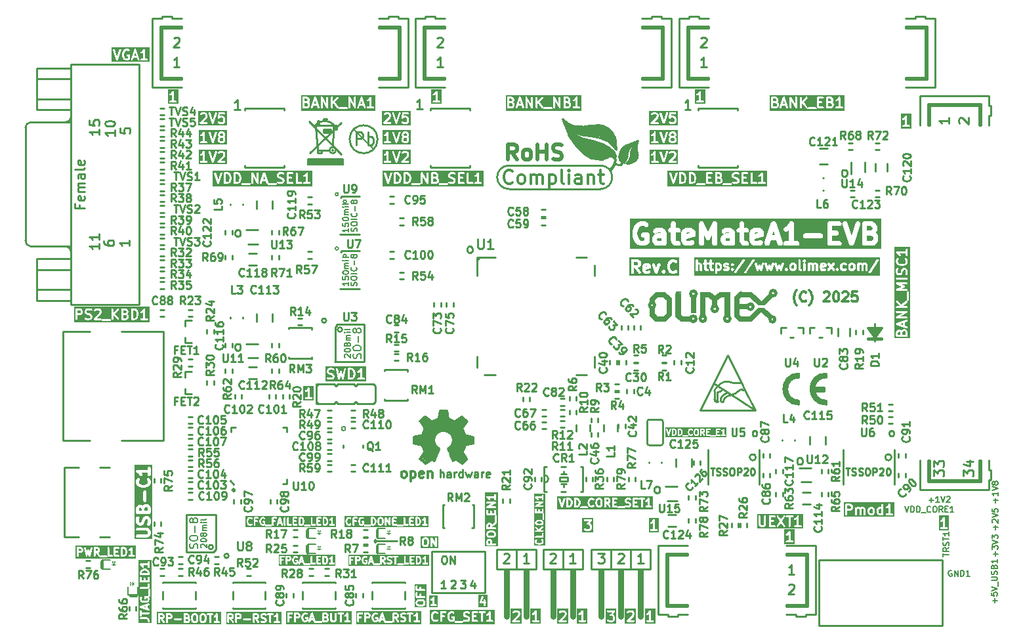
<source format=gbr>
%TF.GenerationSoftware,KiCad,Pcbnew,7.0.9-7.0.9~ubuntu22.04.1*%
%TF.CreationDate,2025-03-17T10:50:26+02:00*%
%TF.ProjectId,GateMateA1-EVB_Rev_C,47617465-4d61-4746-9541-312d4556425f,C*%
%TF.SameCoordinates,PX5f5e100PY7bfa480*%
%TF.FileFunction,Legend,Top*%
%TF.FilePolarity,Positive*%
%FSLAX46Y46*%
G04 Gerber Fmt 4.6, Leading zero omitted, Abs format (unit mm)*
G04 Created by KiCad (PCBNEW 7.0.9-7.0.9~ubuntu22.04.1) date 2025-03-17 10:50:26*
%MOMM*%
%LPD*%
G01*
G04 APERTURE LIST*
%ADD10C,0.254000*%
%ADD11C,0.381000*%
%ADD12C,0.635000*%
%ADD13C,0.304800*%
%ADD14C,0.317500*%
%ADD15C,0.190500*%
%ADD16C,0.203200*%
%ADD17C,0.225000*%
%ADD18C,0.222250*%
%ADD19C,0.350000*%
%ADD20C,0.500000*%
%ADD21C,0.200000*%
%ADD22C,0.228600*%
%ADD23C,0.127000*%
%ADD24C,0.050000*%
%ADD25C,0.100000*%
%ADD26C,0.300000*%
%ADD27C,0.508000*%
%ADD28C,0.762000*%
%ADD29C,0.150000*%
%ADD30C,0.370000*%
%ADD31C,0.380000*%
%ADD32C,1.000000*%
%ADD33C,0.400000*%
%ADD34C,0.420000*%
%ADD35C,0.700000*%
G04 APERTURE END LIST*
D10*
X42100000Y11000000D02*
X39100000Y11000000D01*
X39100000Y11000000D02*
X39300000Y10800000D01*
X39100000Y11000000D02*
X39300000Y11200000D01*
G36*
X75419993Y367253D02*
G01*
X74078792Y367253D01*
X74078792Y1578350D01*
X74260221Y1578350D01*
X74282789Y1510442D01*
X74338488Y1465515D01*
X74409635Y1457832D01*
X74443938Y1469233D01*
X74564890Y1529708D01*
X74566633Y1531330D01*
X74568960Y1531836D01*
X74597898Y1553499D01*
X74622999Y1578601D01*
X74622999Y802682D01*
X74387142Y802682D01*
X74318481Y782521D01*
X74271619Y728440D01*
X74261435Y657608D01*
X74291162Y592515D01*
X74351362Y553826D01*
X74387142Y548682D01*
X75112857Y548682D01*
X75181518Y568843D01*
X75228380Y622924D01*
X75238564Y693756D01*
X75208837Y758849D01*
X75148637Y797538D01*
X75112857Y802682D01*
X74876999Y802682D01*
X74876999Y1945682D01*
X74867209Y1979023D01*
X74857977Y2012538D01*
X74857150Y2013279D01*
X74856838Y2014343D01*
X74830561Y2037112D01*
X74804690Y2060302D01*
X74803595Y2060479D01*
X74802757Y2061205D01*
X74768347Y2066153D01*
X74734040Y2071675D01*
X74733023Y2071232D01*
X74731925Y2071389D01*
X74700316Y2056955D01*
X74668456Y2043046D01*
X74667481Y2041959D01*
X74666832Y2041662D01*
X74665860Y2040151D01*
X74644328Y2016129D01*
X74530352Y1845165D01*
X74432864Y1747677D01*
X74330346Y1696417D01*
X74277950Y1647679D01*
X74260221Y1578350D01*
X74078792Y1578350D01*
X74078792Y2253104D01*
X75419993Y2253104D01*
X75419993Y367253D01*
G37*
G36*
X13869993Y67367253D02*
G01*
X12528792Y67367253D01*
X12528792Y68578350D01*
X12710221Y68578350D01*
X12732789Y68510442D01*
X12788488Y68465515D01*
X12859635Y68457832D01*
X12893938Y68469233D01*
X13014890Y68529708D01*
X13016633Y68531330D01*
X13018960Y68531836D01*
X13047898Y68553499D01*
X13072999Y68578601D01*
X13072999Y67802682D01*
X12837142Y67802682D01*
X12768481Y67782521D01*
X12721619Y67728440D01*
X12711435Y67657608D01*
X12741162Y67592515D01*
X12801362Y67553826D01*
X12837142Y67548682D01*
X13562857Y67548682D01*
X13631518Y67568843D01*
X13678380Y67622924D01*
X13688564Y67693756D01*
X13658837Y67758849D01*
X13598637Y67797538D01*
X13562857Y67802682D01*
X13326999Y67802682D01*
X13326999Y68945682D01*
X13317209Y68979023D01*
X13307977Y69012538D01*
X13307150Y69013279D01*
X13306838Y69014343D01*
X13280561Y69037112D01*
X13254690Y69060302D01*
X13253595Y69060479D01*
X13252757Y69061205D01*
X13218347Y69066153D01*
X13184040Y69071675D01*
X13183023Y69071232D01*
X13181925Y69071389D01*
X13150316Y69056955D01*
X13118456Y69043046D01*
X13117481Y69041959D01*
X13116832Y69041662D01*
X13115860Y69040151D01*
X13094328Y69016129D01*
X12980352Y68845165D01*
X12882864Y68747677D01*
X12780346Y68696417D01*
X12727950Y68647679D01*
X12710221Y68578350D01*
X12528792Y68578350D01*
X12528792Y69253104D01*
X13869993Y69253104D01*
X13869993Y67367253D01*
G37*
G36*
X47869993Y67367253D02*
G01*
X46528792Y67367253D01*
X46528792Y68578350D01*
X46710221Y68578350D01*
X46732789Y68510442D01*
X46788488Y68465515D01*
X46859635Y68457832D01*
X46893938Y68469233D01*
X47014890Y68529708D01*
X47016633Y68531330D01*
X47018960Y68531836D01*
X47047898Y68553499D01*
X47072999Y68578601D01*
X47072999Y67802682D01*
X46837142Y67802682D01*
X46768481Y67782521D01*
X46721619Y67728440D01*
X46711435Y67657608D01*
X46741162Y67592515D01*
X46801362Y67553826D01*
X46837142Y67548682D01*
X47562857Y67548682D01*
X47631518Y67568843D01*
X47678380Y67622924D01*
X47688564Y67693756D01*
X47658837Y67758849D01*
X47598637Y67797538D01*
X47562857Y67802682D01*
X47326999Y67802682D01*
X47326999Y68945682D01*
X47317209Y68979023D01*
X47307977Y69012538D01*
X47307150Y69013279D01*
X47306838Y69014343D01*
X47280561Y69037112D01*
X47254690Y69060302D01*
X47253595Y69060479D01*
X47252757Y69061205D01*
X47218347Y69066153D01*
X47184040Y69071675D01*
X47183023Y69071232D01*
X47181925Y69071389D01*
X47150316Y69056955D01*
X47118456Y69043046D01*
X47117481Y69041959D01*
X47116832Y69041662D01*
X47115860Y69040151D01*
X47094328Y69016129D01*
X46980352Y68845165D01*
X46882864Y68747677D01*
X46780346Y68696417D01*
X46727950Y68647679D01*
X46710221Y68578350D01*
X46528792Y68578350D01*
X46528792Y69253104D01*
X47869993Y69253104D01*
X47869993Y67367253D01*
G37*
G36*
X20141248Y59610203D02*
G01*
X16500659Y59610203D01*
X16500659Y60821300D01*
X16682088Y60821300D01*
X16704656Y60753392D01*
X16760355Y60708465D01*
X16831502Y60700782D01*
X16865805Y60712183D01*
X16986757Y60772658D01*
X16988500Y60774280D01*
X16990827Y60774786D01*
X17019765Y60796449D01*
X17044866Y60821551D01*
X17044866Y60045632D01*
X16809009Y60045632D01*
X16740348Y60025471D01*
X16693486Y59971390D01*
X16683302Y59900558D01*
X16713029Y59835465D01*
X16773229Y59796776D01*
X16809009Y59791632D01*
X17534724Y59791632D01*
X17603385Y59811793D01*
X17650247Y59865874D01*
X17660431Y59936706D01*
X17630704Y60001799D01*
X17570504Y60040488D01*
X17534724Y60045632D01*
X17298866Y60045632D01*
X17298866Y61184042D01*
X17770664Y61184042D01*
X17777098Y61148471D01*
X18200431Y59878472D01*
X18218336Y59852709D01*
X18234332Y59825721D01*
X18238566Y59823599D01*
X18241270Y59819709D01*
X18270257Y59807718D01*
X18298308Y59793660D01*
X18303018Y59794165D01*
X18307395Y59792354D01*
X18338261Y59797938D01*
X18369462Y59801278D01*
X18373152Y59804250D01*
X18377812Y59805092D01*
X18400758Y59826475D01*
X18425202Y59846154D01*
X18428114Y59851967D01*
X18430165Y59853877D01*
X18431294Y59858313D01*
X18441397Y59878471D01*
X18448759Y59900558D01*
X18920921Y59900558D01*
X18926650Y59888012D01*
X18927635Y59874250D01*
X18941227Y59856093D01*
X18950648Y59835465D01*
X18962252Y59828008D01*
X18970520Y59816963D01*
X18991768Y59809038D01*
X19010848Y59796776D01*
X19033298Y59793549D01*
X19037568Y59791956D01*
X19040276Y59792546D01*
X19046628Y59791632D01*
X19832819Y59791632D01*
X19901480Y59811793D01*
X19948342Y59865874D01*
X19958526Y59936706D01*
X19928799Y60001799D01*
X19868599Y60040488D01*
X19832819Y60045632D01*
X19353233Y60045632D01*
X19862144Y60554544D01*
X19867660Y60564647D01*
X19876630Y60571868D01*
X19892825Y60604185D01*
X19953302Y60785613D01*
X19953388Y60787993D01*
X19954675Y60789995D01*
X19959819Y60825775D01*
X19959819Y60946728D01*
X19956575Y60957774D01*
X19957812Y60969222D01*
X19946411Y61003525D01*
X19885934Y61124477D01*
X19884312Y61126220D01*
X19883807Y61128545D01*
X19862145Y61157483D01*
X19801669Y61217959D01*
X19799579Y61219101D01*
X19798364Y61221146D01*
X19768662Y61241748D01*
X19647710Y61302224D01*
X19636380Y61304263D01*
X19626694Y61310488D01*
X19590914Y61315632D01*
X19288533Y61315632D01*
X19277487Y61312389D01*
X19266040Y61313625D01*
X19231737Y61302224D01*
X19110784Y61241748D01*
X19109041Y61240128D01*
X19106715Y61239621D01*
X19077777Y61217959D01*
X19017301Y61157483D01*
X18983007Y61094676D01*
X18988111Y61023298D01*
X19030996Y60966011D01*
X19098044Y60941004D01*
X19167969Y60956215D01*
X19196907Y60977877D01*
X19242811Y61023782D01*
X19318514Y61061632D01*
X19560934Y61061632D01*
X19636634Y61023782D01*
X19667967Y60992449D01*
X19705819Y60916747D01*
X19705819Y60846386D01*
X19661339Y60712950D01*
X18956825Y60008434D01*
X18945956Y59988530D01*
X18931105Y59971390D01*
X18929141Y59957735D01*
X18922531Y59945628D01*
X18924148Y59923007D01*
X18920921Y59900558D01*
X18448759Y59900558D01*
X18864731Y61148471D01*
X18867317Y61219984D01*
X18830830Y61281543D01*
X18766854Y61313604D01*
X18695701Y61305987D01*
X18639960Y61261110D01*
X18623765Y61228793D01*
X18320914Y60320242D01*
X18018064Y61228793D01*
X17977225Y61287555D01*
X17911100Y61314910D01*
X17840682Y61302173D01*
X17788330Y61253387D01*
X17770664Y61184042D01*
X17298866Y61184042D01*
X17298866Y61188632D01*
X17289076Y61221973D01*
X17279844Y61255488D01*
X17279017Y61256229D01*
X17278705Y61257293D01*
X17252428Y61280062D01*
X17226557Y61303252D01*
X17225462Y61303429D01*
X17224624Y61304155D01*
X17190214Y61309103D01*
X17155907Y61314625D01*
X17154890Y61314182D01*
X17153792Y61314339D01*
X17122183Y61299905D01*
X17090323Y61285996D01*
X17089348Y61284909D01*
X17088699Y61284612D01*
X17087727Y61283101D01*
X17066195Y61259079D01*
X16952219Y61088115D01*
X16854731Y60990627D01*
X16752213Y60939367D01*
X16699817Y60890629D01*
X16682088Y60821300D01*
X16500659Y60821300D01*
X16500659Y61497061D01*
X20141248Y61497061D01*
X20141248Y59610203D01*
G37*
G36*
X60669993Y367253D02*
G01*
X59328792Y367253D01*
X59328792Y1578350D01*
X59510221Y1578350D01*
X59532789Y1510442D01*
X59588488Y1465515D01*
X59659635Y1457832D01*
X59693938Y1469233D01*
X59814890Y1529708D01*
X59816633Y1531330D01*
X59818960Y1531836D01*
X59847898Y1553499D01*
X59872999Y1578601D01*
X59872999Y802682D01*
X59637142Y802682D01*
X59568481Y782521D01*
X59521619Y728440D01*
X59511435Y657608D01*
X59541162Y592515D01*
X59601362Y553826D01*
X59637142Y548682D01*
X60362857Y548682D01*
X60431518Y568843D01*
X60478380Y622924D01*
X60488564Y693756D01*
X60458837Y758849D01*
X60398637Y797538D01*
X60362857Y802682D01*
X60126999Y802682D01*
X60126999Y1945682D01*
X60117209Y1979023D01*
X60107977Y2012538D01*
X60107150Y2013279D01*
X60106838Y2014343D01*
X60080561Y2037112D01*
X60054690Y2060302D01*
X60053595Y2060479D01*
X60052757Y2061205D01*
X60018347Y2066153D01*
X59984040Y2071675D01*
X59983023Y2071232D01*
X59981925Y2071389D01*
X59950316Y2056955D01*
X59918456Y2043046D01*
X59917481Y2041959D01*
X59916832Y2041662D01*
X59915860Y2040151D01*
X59894328Y2016129D01*
X59780352Y1845165D01*
X59682864Y1747677D01*
X59580346Y1696417D01*
X59527950Y1647679D01*
X59510221Y1578350D01*
X59328792Y1578350D01*
X59328792Y2253104D01*
X60669993Y2253104D01*
X60669993Y367253D01*
G37*
G36*
X66669993Y367253D02*
G01*
X65328792Y367253D01*
X65328792Y1578350D01*
X65510221Y1578350D01*
X65532789Y1510442D01*
X65588488Y1465515D01*
X65659635Y1457832D01*
X65693938Y1469233D01*
X65814890Y1529708D01*
X65816633Y1531330D01*
X65818960Y1531836D01*
X65847898Y1553499D01*
X65872999Y1578601D01*
X65872999Y802682D01*
X65637142Y802682D01*
X65568481Y782521D01*
X65521619Y728440D01*
X65511435Y657608D01*
X65541162Y592515D01*
X65601362Y553826D01*
X65637142Y548682D01*
X66362857Y548682D01*
X66431518Y568843D01*
X66478380Y622924D01*
X66488564Y693756D01*
X66458837Y758849D01*
X66398637Y797538D01*
X66362857Y802682D01*
X66126999Y802682D01*
X66126999Y1945682D01*
X66117209Y1979023D01*
X66107977Y2012538D01*
X66107150Y2013279D01*
X66106838Y2014343D01*
X66080561Y2037112D01*
X66054690Y2060302D01*
X66053595Y2060479D01*
X66052757Y2061205D01*
X66018347Y2066153D01*
X65984040Y2071675D01*
X65983023Y2071232D01*
X65981925Y2071389D01*
X65950316Y2056955D01*
X65918456Y2043046D01*
X65917481Y2041959D01*
X65916832Y2041662D01*
X65915860Y2040151D01*
X65894328Y2016129D01*
X65780352Y1845165D01*
X65682864Y1747677D01*
X65580346Y1696417D01*
X65527950Y1647679D01*
X65510221Y1578350D01*
X65328792Y1578350D01*
X65328792Y2253104D01*
X66669993Y2253104D01*
X66669993Y367253D01*
G37*
G36*
X78341248Y64610203D02*
G01*
X74641397Y64610203D01*
X74641397Y64900558D01*
X74822826Y64900558D01*
X74828555Y64888012D01*
X74829540Y64874250D01*
X74843132Y64856093D01*
X74852553Y64835465D01*
X74864157Y64828008D01*
X74872425Y64816963D01*
X74893673Y64809038D01*
X74912753Y64796776D01*
X74935203Y64793549D01*
X74939473Y64791956D01*
X74942181Y64792546D01*
X74948533Y64791632D01*
X75734724Y64791632D01*
X75803385Y64811793D01*
X75850247Y64865874D01*
X75860431Y64936706D01*
X75830704Y65001799D01*
X75770504Y65040488D01*
X75734724Y65045632D01*
X75255138Y65045632D01*
X75764049Y65554544D01*
X75769565Y65564647D01*
X75778535Y65571868D01*
X75794730Y65604185D01*
X75855207Y65785613D01*
X75855293Y65787993D01*
X75856580Y65789995D01*
X75861724Y65825775D01*
X75861724Y65946728D01*
X75858480Y65957774D01*
X75859717Y65969222D01*
X75848316Y66003525D01*
X75787839Y66124477D01*
X75786217Y66126220D01*
X75785712Y66128545D01*
X75764050Y66157483D01*
X75737491Y66184042D01*
X75970664Y66184042D01*
X75977098Y66148471D01*
X76400431Y64878472D01*
X76418336Y64852709D01*
X76434332Y64825721D01*
X76438566Y64823599D01*
X76441270Y64819709D01*
X76470257Y64807718D01*
X76498308Y64793660D01*
X76503018Y64794165D01*
X76507395Y64792354D01*
X76538261Y64797938D01*
X76569462Y64801278D01*
X76573152Y64804250D01*
X76577812Y64805092D01*
X76600758Y64826475D01*
X76625202Y64846154D01*
X76628114Y64851967D01*
X76630165Y64853877D01*
X76631294Y64858313D01*
X76641397Y64878471D01*
X76698122Y65048646D01*
X77180428Y65048646D01*
X77195638Y64978721D01*
X77217301Y64949783D01*
X77277777Y64889306D01*
X77279866Y64888166D01*
X77281082Y64886118D01*
X77310784Y64865516D01*
X77431737Y64805040D01*
X77443066Y64803002D01*
X77452753Y64796776D01*
X77488533Y64791632D01*
X77790914Y64791632D01*
X77801959Y64794876D01*
X77813407Y64793639D01*
X77847710Y64805040D01*
X77968662Y64865516D01*
X77970404Y64867137D01*
X77972732Y64867643D01*
X78001669Y64889306D01*
X78062146Y64949783D01*
X78063286Y64951872D01*
X78065331Y64953086D01*
X78085934Y64982788D01*
X78146411Y65103740D01*
X78148450Y65115072D01*
X78154675Y65124757D01*
X78159819Y65160537D01*
X78159819Y65462918D01*
X78156575Y65473964D01*
X78157812Y65485412D01*
X78146411Y65519715D01*
X78085934Y65640667D01*
X78084313Y65642409D01*
X78083808Y65644734D01*
X78062146Y65673672D01*
X78001669Y65734149D01*
X77999579Y65735290D01*
X77998364Y65737337D01*
X77968662Y65757939D01*
X77847710Y65818415D01*
X77836380Y65820454D01*
X77826694Y65826679D01*
X77790914Y65831823D01*
X77488533Y65831823D01*
X77477487Y65828580D01*
X77466040Y65829816D01*
X77459101Y65827510D01*
X77482514Y66061632D01*
X77972342Y66061632D01*
X78041003Y66081793D01*
X78087865Y66135874D01*
X78098049Y66206706D01*
X78068322Y66271799D01*
X78008122Y66310488D01*
X77972342Y66315632D01*
X77367580Y66315632D01*
X77364856Y66314833D01*
X77362104Y66315513D01*
X77330737Y66304814D01*
X77298919Y66295471D01*
X77297061Y66293327D01*
X77294376Y66292411D01*
X77273766Y66266445D01*
X77252057Y66241390D01*
X77251653Y66238582D01*
X77249889Y66236359D01*
X77241210Y66201269D01*
X77180734Y65596507D01*
X77186058Y65568204D01*
X77188112Y65539487D01*
X77192583Y65533514D01*
X77193963Y65526181D01*
X77213740Y65505253D01*
X77230997Y65482201D01*
X77237987Y65479594D01*
X77243113Y65474170D01*
X77271068Y65467256D01*
X77298045Y65457194D01*
X77305335Y65458780D01*
X77312580Y65456988D01*
X77339832Y65466285D01*
X77367970Y65472405D01*
X77376503Y65478794D01*
X77380308Y65480091D01*
X77383340Y65483912D01*
X77396907Y65494068D01*
X77442811Y65539973D01*
X77518514Y65577823D01*
X77760934Y65577823D01*
X77836636Y65539972D01*
X77867966Y65508642D01*
X77905819Y65432937D01*
X77905819Y65190519D01*
X77867966Y65114814D01*
X77836636Y65083484D01*
X77760934Y65045632D01*
X77518514Y65045632D01*
X77442811Y65083483D01*
X77396907Y65129387D01*
X77334101Y65163682D01*
X77262723Y65158578D01*
X77205436Y65115694D01*
X77180428Y65048646D01*
X76698122Y65048646D01*
X77064731Y66148471D01*
X77067317Y66219984D01*
X77030830Y66281543D01*
X76966854Y66313604D01*
X76895701Y66305987D01*
X76839960Y66261110D01*
X76823765Y66228793D01*
X76520914Y65320242D01*
X76218064Y66228793D01*
X76177225Y66287555D01*
X76111100Y66314910D01*
X76040682Y66302173D01*
X75988330Y66253387D01*
X75970664Y66184042D01*
X75737491Y66184042D01*
X75703574Y66217959D01*
X75701484Y66219101D01*
X75700269Y66221146D01*
X75670567Y66241748D01*
X75549615Y66302224D01*
X75538285Y66304263D01*
X75528599Y66310488D01*
X75492819Y66315632D01*
X75190438Y66315632D01*
X75179392Y66312389D01*
X75167945Y66313625D01*
X75133642Y66302224D01*
X75012689Y66241748D01*
X75010946Y66240128D01*
X75008620Y66239621D01*
X74979682Y66217959D01*
X74919206Y66157483D01*
X74884912Y66094676D01*
X74890016Y66023298D01*
X74932901Y65966011D01*
X74999949Y65941004D01*
X75069874Y65956215D01*
X75098812Y65977877D01*
X75144716Y66023782D01*
X75220419Y66061632D01*
X75462839Y66061632D01*
X75538539Y66023782D01*
X75569872Y65992449D01*
X75607724Y65916747D01*
X75607724Y65846386D01*
X75563244Y65712950D01*
X74858730Y65008434D01*
X74847861Y64988530D01*
X74833010Y64971390D01*
X74831046Y64957735D01*
X74824436Y64945628D01*
X74826053Y64923007D01*
X74822826Y64900558D01*
X74641397Y64900558D01*
X74641397Y66497061D01*
X78341248Y66497061D01*
X78341248Y64610203D01*
G37*
G36*
X77836634Y62979496D02*
G01*
X77867967Y62948163D01*
X77905819Y62872461D01*
X77905819Y62690519D01*
X77867966Y62614814D01*
X77836636Y62583484D01*
X77760934Y62545632D01*
X77578989Y62545632D01*
X77503287Y62583483D01*
X77471955Y62614816D01*
X77434104Y62690518D01*
X77434104Y62872462D01*
X77471955Y62948165D01*
X77503285Y62979495D01*
X77578990Y63017347D01*
X77760933Y63017347D01*
X77836634Y62979496D01*
G37*
G36*
X77836634Y63523782D02*
G01*
X77867967Y63492449D01*
X77905819Y63416747D01*
X77905819Y63416233D01*
X77867967Y63340531D01*
X77836634Y63309198D01*
X77760934Y63271347D01*
X77578989Y63271347D01*
X77503286Y63309199D01*
X77471955Y63340529D01*
X77434104Y63416232D01*
X77434104Y63416748D01*
X77471955Y63492451D01*
X77503286Y63523781D01*
X77578989Y63561632D01*
X77760934Y63561632D01*
X77836634Y63523782D01*
G37*
G36*
X78341248Y62110203D02*
G01*
X74700659Y62110203D01*
X74700659Y63321300D01*
X74882088Y63321300D01*
X74904656Y63253392D01*
X74960355Y63208465D01*
X75031502Y63200782D01*
X75065805Y63212183D01*
X75186757Y63272658D01*
X75188500Y63274280D01*
X75190827Y63274786D01*
X75219765Y63296449D01*
X75244866Y63321551D01*
X75244866Y62545632D01*
X75009009Y62545632D01*
X74940348Y62525471D01*
X74893486Y62471390D01*
X74883302Y62400558D01*
X74913029Y62335465D01*
X74973229Y62296776D01*
X75009009Y62291632D01*
X75734724Y62291632D01*
X75803385Y62311793D01*
X75850247Y62365874D01*
X75860431Y62436706D01*
X75830704Y62501799D01*
X75770504Y62540488D01*
X75734724Y62545632D01*
X75498866Y62545632D01*
X75498866Y63684042D01*
X75970664Y63684042D01*
X75977098Y63648471D01*
X76400431Y62378472D01*
X76418336Y62352709D01*
X76434332Y62325721D01*
X76438566Y62323599D01*
X76441270Y62319709D01*
X76470257Y62307718D01*
X76498308Y62293660D01*
X76503018Y62294165D01*
X76507395Y62292354D01*
X76538261Y62297938D01*
X76569462Y62301278D01*
X76573152Y62304250D01*
X76577812Y62305092D01*
X76600758Y62326475D01*
X76625202Y62346154D01*
X76628114Y62351967D01*
X76630165Y62353877D01*
X76631294Y62358313D01*
X76641397Y62378471D01*
X76735419Y62660537D01*
X77180104Y62660537D01*
X77183347Y62649492D01*
X77182111Y62638044D01*
X77193512Y62603741D01*
X77253988Y62482789D01*
X77255608Y62481047D01*
X77256115Y62478720D01*
X77277777Y62449782D01*
X77338254Y62389306D01*
X77340343Y62388166D01*
X77341559Y62386118D01*
X77371261Y62365516D01*
X77492212Y62305040D01*
X77503543Y62303001D01*
X77513229Y62296776D01*
X77549009Y62291632D01*
X77790914Y62291632D01*
X77801959Y62294876D01*
X77813407Y62293639D01*
X77847710Y62305040D01*
X77968662Y62365516D01*
X77970404Y62367137D01*
X77972732Y62367643D01*
X78001669Y62389306D01*
X78062146Y62449783D01*
X78063286Y62451872D01*
X78065331Y62453086D01*
X78085934Y62482788D01*
X78146411Y62603740D01*
X78148450Y62615072D01*
X78154675Y62624757D01*
X78159819Y62660537D01*
X78159819Y62902442D01*
X78156575Y62913488D01*
X78157812Y62924936D01*
X78146411Y62959239D01*
X78085934Y63080191D01*
X78084312Y63081934D01*
X78083807Y63084259D01*
X78062145Y63113197D01*
X78030995Y63144347D01*
X78062145Y63175496D01*
X78063285Y63177586D01*
X78065331Y63178800D01*
X78085934Y63208502D01*
X78146411Y63329454D01*
X78148450Y63340786D01*
X78154675Y63350471D01*
X78159819Y63386251D01*
X78159819Y63446728D01*
X78156575Y63457774D01*
X78157812Y63469222D01*
X78146411Y63503525D01*
X78085934Y63624477D01*
X78084312Y63626220D01*
X78083807Y63628545D01*
X78062145Y63657483D01*
X78001669Y63717959D01*
X77999579Y63719101D01*
X77998364Y63721146D01*
X77968662Y63741748D01*
X77847710Y63802224D01*
X77836380Y63804263D01*
X77826694Y63810488D01*
X77790914Y63815632D01*
X77549009Y63815632D01*
X77537961Y63812389D01*
X77526516Y63813624D01*
X77492212Y63802224D01*
X77371261Y63741748D01*
X77369519Y63740129D01*
X77367193Y63739622D01*
X77338255Y63717960D01*
X77277778Y63657483D01*
X77276637Y63655394D01*
X77274590Y63654178D01*
X77253988Y63624476D01*
X77193512Y63503524D01*
X77191473Y63492195D01*
X77185248Y63482508D01*
X77180104Y63446728D01*
X77180104Y63386251D01*
X77183347Y63375206D01*
X77182111Y63363758D01*
X77193512Y63329455D01*
X77253988Y63208503D01*
X77255608Y63206761D01*
X77256115Y63204433D01*
X77277778Y63175496D01*
X77308927Y63144347D01*
X77277778Y63113197D01*
X77276637Y63111108D01*
X77274590Y63109892D01*
X77253988Y63080190D01*
X77193512Y62959238D01*
X77191473Y62947909D01*
X77185248Y62938222D01*
X77180104Y62902442D01*
X77180104Y62660537D01*
X76735419Y62660537D01*
X77064731Y63648471D01*
X77067317Y63719984D01*
X77030830Y63781543D01*
X76966854Y63813604D01*
X76895701Y63805987D01*
X76839960Y63761110D01*
X76823765Y63728793D01*
X76520914Y62820242D01*
X76218064Y63728793D01*
X76177225Y63787555D01*
X76111100Y63814910D01*
X76040682Y63802173D01*
X75988330Y63753387D01*
X75970664Y63684042D01*
X75498866Y63684042D01*
X75498866Y63688632D01*
X75489076Y63721973D01*
X75479844Y63755488D01*
X75479017Y63756229D01*
X75478705Y63757293D01*
X75452428Y63780062D01*
X75426557Y63803252D01*
X75425462Y63803429D01*
X75424624Y63804155D01*
X75390214Y63809103D01*
X75355907Y63814625D01*
X75354890Y63814182D01*
X75353792Y63814339D01*
X75322183Y63799905D01*
X75290323Y63785996D01*
X75289348Y63784909D01*
X75288699Y63784612D01*
X75287727Y63783101D01*
X75266195Y63759079D01*
X75152219Y63588115D01*
X75054731Y63490627D01*
X74952213Y63439367D01*
X74899817Y63390629D01*
X74882088Y63321300D01*
X74700659Y63321300D01*
X74700659Y63997061D01*
X78341248Y63997061D01*
X78341248Y62110203D01*
G37*
G36*
X43336634Y62979496D02*
G01*
X43367967Y62948163D01*
X43405819Y62872461D01*
X43405819Y62690519D01*
X43367966Y62614814D01*
X43336636Y62583484D01*
X43260934Y62545632D01*
X43078989Y62545632D01*
X43003287Y62583483D01*
X42971955Y62614816D01*
X42934104Y62690518D01*
X42934104Y62872462D01*
X42971955Y62948165D01*
X43003285Y62979495D01*
X43078990Y63017347D01*
X43260933Y63017347D01*
X43336634Y62979496D01*
G37*
G36*
X43336634Y63523782D02*
G01*
X43367967Y63492449D01*
X43405819Y63416747D01*
X43405819Y63416233D01*
X43367967Y63340531D01*
X43336634Y63309198D01*
X43260934Y63271347D01*
X43078989Y63271347D01*
X43003286Y63309199D01*
X42971955Y63340529D01*
X42934104Y63416232D01*
X42934104Y63416748D01*
X42971955Y63492451D01*
X43003286Y63523781D01*
X43078989Y63561632D01*
X43260934Y63561632D01*
X43336634Y63523782D01*
G37*
G36*
X43841248Y62110203D02*
G01*
X40200659Y62110203D01*
X40200659Y63321300D01*
X40382088Y63321300D01*
X40404656Y63253392D01*
X40460355Y63208465D01*
X40531502Y63200782D01*
X40565805Y63212183D01*
X40686757Y63272658D01*
X40688500Y63274280D01*
X40690827Y63274786D01*
X40719765Y63296449D01*
X40744866Y63321551D01*
X40744866Y62545632D01*
X40509009Y62545632D01*
X40440348Y62525471D01*
X40393486Y62471390D01*
X40383302Y62400558D01*
X40413029Y62335465D01*
X40473229Y62296776D01*
X40509009Y62291632D01*
X41234724Y62291632D01*
X41303385Y62311793D01*
X41350247Y62365874D01*
X41360431Y62436706D01*
X41330704Y62501799D01*
X41270504Y62540488D01*
X41234724Y62545632D01*
X40998866Y62545632D01*
X40998866Y63684042D01*
X41470664Y63684042D01*
X41477098Y63648471D01*
X41900431Y62378472D01*
X41918336Y62352709D01*
X41934332Y62325721D01*
X41938566Y62323599D01*
X41941270Y62319709D01*
X41970257Y62307718D01*
X41998308Y62293660D01*
X42003018Y62294165D01*
X42007395Y62292354D01*
X42038261Y62297938D01*
X42069462Y62301278D01*
X42073152Y62304250D01*
X42077812Y62305092D01*
X42100758Y62326475D01*
X42125202Y62346154D01*
X42128114Y62351967D01*
X42130165Y62353877D01*
X42131294Y62358313D01*
X42141397Y62378471D01*
X42235419Y62660537D01*
X42680104Y62660537D01*
X42683347Y62649492D01*
X42682111Y62638044D01*
X42693512Y62603741D01*
X42753988Y62482789D01*
X42755608Y62481047D01*
X42756115Y62478720D01*
X42777777Y62449782D01*
X42838254Y62389306D01*
X42840343Y62388166D01*
X42841559Y62386118D01*
X42871261Y62365516D01*
X42992212Y62305040D01*
X43003543Y62303001D01*
X43013229Y62296776D01*
X43049009Y62291632D01*
X43290914Y62291632D01*
X43301959Y62294876D01*
X43313407Y62293639D01*
X43347710Y62305040D01*
X43468662Y62365516D01*
X43470404Y62367137D01*
X43472732Y62367643D01*
X43501669Y62389306D01*
X43562146Y62449783D01*
X43563286Y62451872D01*
X43565331Y62453086D01*
X43585934Y62482788D01*
X43646411Y62603740D01*
X43648450Y62615072D01*
X43654675Y62624757D01*
X43659819Y62660537D01*
X43659819Y62902442D01*
X43656575Y62913488D01*
X43657812Y62924936D01*
X43646411Y62959239D01*
X43585934Y63080191D01*
X43584312Y63081934D01*
X43583807Y63084259D01*
X43562145Y63113197D01*
X43530995Y63144347D01*
X43562145Y63175496D01*
X43563285Y63177586D01*
X43565331Y63178800D01*
X43585934Y63208502D01*
X43646411Y63329454D01*
X43648450Y63340786D01*
X43654675Y63350471D01*
X43659819Y63386251D01*
X43659819Y63446728D01*
X43656575Y63457774D01*
X43657812Y63469222D01*
X43646411Y63503525D01*
X43585934Y63624477D01*
X43584312Y63626220D01*
X43583807Y63628545D01*
X43562145Y63657483D01*
X43501669Y63717959D01*
X43499579Y63719101D01*
X43498364Y63721146D01*
X43468662Y63741748D01*
X43347710Y63802224D01*
X43336380Y63804263D01*
X43326694Y63810488D01*
X43290914Y63815632D01*
X43049009Y63815632D01*
X43037961Y63812389D01*
X43026516Y63813624D01*
X42992212Y63802224D01*
X42871261Y63741748D01*
X42869519Y63740129D01*
X42867193Y63739622D01*
X42838255Y63717960D01*
X42777778Y63657483D01*
X42776637Y63655394D01*
X42774590Y63654178D01*
X42753988Y63624476D01*
X42693512Y63503524D01*
X42691473Y63492195D01*
X42685248Y63482508D01*
X42680104Y63446728D01*
X42680104Y63386251D01*
X42683347Y63375206D01*
X42682111Y63363758D01*
X42693512Y63329455D01*
X42753988Y63208503D01*
X42755608Y63206761D01*
X42756115Y63204433D01*
X42777778Y63175496D01*
X42808927Y63144347D01*
X42777778Y63113197D01*
X42776637Y63111108D01*
X42774590Y63109892D01*
X42753988Y63080190D01*
X42693512Y62959238D01*
X42691473Y62947909D01*
X42685248Y62938222D01*
X42680104Y62902442D01*
X42680104Y62660537D01*
X42235419Y62660537D01*
X42564731Y63648471D01*
X42567317Y63719984D01*
X42530830Y63781543D01*
X42466854Y63813604D01*
X42395701Y63805987D01*
X42339960Y63761110D01*
X42323765Y63728793D01*
X42020914Y62820242D01*
X41718064Y63728793D01*
X41677225Y63787555D01*
X41611100Y63814910D01*
X41540682Y63802173D01*
X41488330Y63753387D01*
X41470664Y63684042D01*
X40998866Y63684042D01*
X40998866Y63688632D01*
X40989076Y63721973D01*
X40979844Y63755488D01*
X40979017Y63756229D01*
X40978705Y63757293D01*
X40952428Y63780062D01*
X40926557Y63803252D01*
X40925462Y63803429D01*
X40924624Y63804155D01*
X40890214Y63809103D01*
X40855907Y63814625D01*
X40854890Y63814182D01*
X40853792Y63814339D01*
X40822183Y63799905D01*
X40790323Y63785996D01*
X40789348Y63784909D01*
X40788699Y63784612D01*
X40787727Y63783101D01*
X40766195Y63759079D01*
X40652219Y63588115D01*
X40554731Y63490627D01*
X40452213Y63439367D01*
X40399817Y63390629D01*
X40382088Y63321300D01*
X40200659Y63321300D01*
X40200659Y63997061D01*
X43841248Y63997061D01*
X43841248Y62110203D01*
G37*
G36*
X20141248Y64610203D02*
G01*
X16441397Y64610203D01*
X16441397Y64900558D01*
X16622826Y64900558D01*
X16628555Y64888012D01*
X16629540Y64874250D01*
X16643132Y64856093D01*
X16652553Y64835465D01*
X16664157Y64828008D01*
X16672425Y64816963D01*
X16693673Y64809038D01*
X16712753Y64796776D01*
X16735203Y64793549D01*
X16739473Y64791956D01*
X16742181Y64792546D01*
X16748533Y64791632D01*
X17534724Y64791632D01*
X17603385Y64811793D01*
X17650247Y64865874D01*
X17660431Y64936706D01*
X17630704Y65001799D01*
X17570504Y65040488D01*
X17534724Y65045632D01*
X17055138Y65045632D01*
X17564049Y65554544D01*
X17569565Y65564647D01*
X17578535Y65571868D01*
X17594730Y65604185D01*
X17655207Y65785613D01*
X17655293Y65787993D01*
X17656580Y65789995D01*
X17661724Y65825775D01*
X17661724Y65946728D01*
X17658480Y65957774D01*
X17659717Y65969222D01*
X17648316Y66003525D01*
X17587839Y66124477D01*
X17586217Y66126220D01*
X17585712Y66128545D01*
X17564050Y66157483D01*
X17537491Y66184042D01*
X17770664Y66184042D01*
X17777098Y66148471D01*
X18200431Y64878472D01*
X18218336Y64852709D01*
X18234332Y64825721D01*
X18238566Y64823599D01*
X18241270Y64819709D01*
X18270257Y64807718D01*
X18298308Y64793660D01*
X18303018Y64794165D01*
X18307395Y64792354D01*
X18338261Y64797938D01*
X18369462Y64801278D01*
X18373152Y64804250D01*
X18377812Y64805092D01*
X18400758Y64826475D01*
X18425202Y64846154D01*
X18428114Y64851967D01*
X18430165Y64853877D01*
X18431294Y64858313D01*
X18441397Y64878471D01*
X18498122Y65048646D01*
X18980428Y65048646D01*
X18995638Y64978721D01*
X19017301Y64949783D01*
X19077777Y64889306D01*
X19079866Y64888166D01*
X19081082Y64886118D01*
X19110784Y64865516D01*
X19231737Y64805040D01*
X19243066Y64803002D01*
X19252753Y64796776D01*
X19288533Y64791632D01*
X19590914Y64791632D01*
X19601959Y64794876D01*
X19613407Y64793639D01*
X19647710Y64805040D01*
X19768662Y64865516D01*
X19770404Y64867137D01*
X19772732Y64867643D01*
X19801669Y64889306D01*
X19862146Y64949783D01*
X19863286Y64951872D01*
X19865331Y64953086D01*
X19885934Y64982788D01*
X19946411Y65103740D01*
X19948450Y65115072D01*
X19954675Y65124757D01*
X19959819Y65160537D01*
X19959819Y65462918D01*
X19956575Y65473964D01*
X19957812Y65485412D01*
X19946411Y65519715D01*
X19885934Y65640667D01*
X19884313Y65642409D01*
X19883808Y65644734D01*
X19862146Y65673672D01*
X19801669Y65734149D01*
X19799579Y65735290D01*
X19798364Y65737337D01*
X19768662Y65757939D01*
X19647710Y65818415D01*
X19636380Y65820454D01*
X19626694Y65826679D01*
X19590914Y65831823D01*
X19288533Y65831823D01*
X19277487Y65828580D01*
X19266040Y65829816D01*
X19259101Y65827510D01*
X19282514Y66061632D01*
X19772342Y66061632D01*
X19841003Y66081793D01*
X19887865Y66135874D01*
X19898049Y66206706D01*
X19868322Y66271799D01*
X19808122Y66310488D01*
X19772342Y66315632D01*
X19167580Y66315632D01*
X19164856Y66314833D01*
X19162104Y66315513D01*
X19130737Y66304814D01*
X19098919Y66295471D01*
X19097061Y66293327D01*
X19094376Y66292411D01*
X19073766Y66266445D01*
X19052057Y66241390D01*
X19051653Y66238582D01*
X19049889Y66236359D01*
X19041210Y66201269D01*
X18980734Y65596507D01*
X18986058Y65568204D01*
X18988112Y65539487D01*
X18992583Y65533514D01*
X18993963Y65526181D01*
X19013740Y65505253D01*
X19030997Y65482201D01*
X19037987Y65479594D01*
X19043113Y65474170D01*
X19071068Y65467256D01*
X19098045Y65457194D01*
X19105335Y65458780D01*
X19112580Y65456988D01*
X19139832Y65466285D01*
X19167970Y65472405D01*
X19176503Y65478794D01*
X19180308Y65480091D01*
X19183340Y65483912D01*
X19196907Y65494068D01*
X19242811Y65539973D01*
X19318514Y65577823D01*
X19560934Y65577823D01*
X19636636Y65539972D01*
X19667966Y65508642D01*
X19705819Y65432937D01*
X19705819Y65190519D01*
X19667966Y65114814D01*
X19636636Y65083484D01*
X19560934Y65045632D01*
X19318514Y65045632D01*
X19242811Y65083483D01*
X19196907Y65129387D01*
X19134101Y65163682D01*
X19062723Y65158578D01*
X19005436Y65115694D01*
X18980428Y65048646D01*
X18498122Y65048646D01*
X18864731Y66148471D01*
X18867317Y66219984D01*
X18830830Y66281543D01*
X18766854Y66313604D01*
X18695701Y66305987D01*
X18639960Y66261110D01*
X18623765Y66228793D01*
X18320914Y65320242D01*
X18018064Y66228793D01*
X17977225Y66287555D01*
X17911100Y66314910D01*
X17840682Y66302173D01*
X17788330Y66253387D01*
X17770664Y66184042D01*
X17537491Y66184042D01*
X17503574Y66217959D01*
X17501484Y66219101D01*
X17500269Y66221146D01*
X17470567Y66241748D01*
X17349615Y66302224D01*
X17338285Y66304263D01*
X17328599Y66310488D01*
X17292819Y66315632D01*
X16990438Y66315632D01*
X16979392Y66312389D01*
X16967945Y66313625D01*
X16933642Y66302224D01*
X16812689Y66241748D01*
X16810946Y66240128D01*
X16808620Y66239621D01*
X16779682Y66217959D01*
X16719206Y66157483D01*
X16684912Y66094676D01*
X16690016Y66023298D01*
X16732901Y65966011D01*
X16799949Y65941004D01*
X16869874Y65956215D01*
X16898812Y65977877D01*
X16944716Y66023782D01*
X17020419Y66061632D01*
X17262839Y66061632D01*
X17338539Y66023782D01*
X17369872Y65992449D01*
X17407724Y65916747D01*
X17407724Y65846386D01*
X17363244Y65712950D01*
X16658730Y65008434D01*
X16647861Y64988530D01*
X16633010Y64971390D01*
X16631046Y64957735D01*
X16624436Y64945628D01*
X16626053Y64923007D01*
X16622826Y64900558D01*
X16441397Y64900558D01*
X16441397Y66497061D01*
X20141248Y66497061D01*
X20141248Y64610203D01*
G37*
D11*
G36*
X74471715Y46459949D02*
G01*
X74155442Y46396694D01*
X74155442Y46409636D01*
X74179503Y46457760D01*
X74227627Y46481821D01*
X74427971Y46481821D01*
X74471715Y46459949D01*
G37*
G36*
X73126383Y46951187D02*
G01*
X73155235Y46922335D01*
X73193871Y46845064D01*
X73193871Y46717293D01*
X73155236Y46640024D01*
X73126382Y46611170D01*
X73049114Y46572535D01*
X72704014Y46572535D01*
X72704014Y46989821D01*
X73049114Y46989821D01*
X73126383Y46951187D01*
G37*
G36*
X78508530Y45248107D02*
G01*
X72105300Y45248107D01*
X72105300Y45656321D01*
X72323014Y45656321D01*
X72341879Y45573666D01*
X72394739Y45507382D01*
X72471124Y45470597D01*
X72555904Y45470597D01*
X72632289Y45507382D01*
X72685149Y45573666D01*
X72704014Y45656321D01*
X72704014Y46191535D01*
X72777186Y46191535D01*
X73228307Y45547076D01*
X73291162Y45490181D01*
X73372478Y45466192D01*
X73456150Y45479861D01*
X73525604Y45528479D01*
X73567086Y45602418D01*
X73572379Y45687034D01*
X73540435Y45765566D01*
X73464507Y45874035D01*
X73774442Y45874035D01*
X73774764Y45872623D01*
X73774463Y45871206D01*
X73784177Y45831381D01*
X73793307Y45791380D01*
X73794210Y45790247D01*
X73794554Y45788840D01*
X73867126Y45643697D01*
X73878978Y45629279D01*
X73886828Y45612341D01*
X73905562Y45596940D01*
X73920964Y45578205D01*
X73937900Y45570357D01*
X73952320Y45558503D01*
X74097464Y45485932D01*
X74098869Y45485590D01*
X74100002Y45484686D01*
X74139961Y45475566D01*
X74179829Y45465841D01*
X74181247Y45466143D01*
X74182657Y45465821D01*
X74472942Y45465821D01*
X74474353Y45466144D01*
X74475770Y45465842D01*
X74515611Y45475560D01*
X74555597Y45484686D01*
X74556729Y45485589D01*
X74558136Y45485932D01*
X74703279Y45558504D01*
X74768771Y45612341D01*
X74804418Y45689264D01*
X74803159Y45774035D01*
X74765245Y45849865D01*
X74698183Y45901735D01*
X74615257Y45919372D01*
X74532892Y45899281D01*
X74427971Y45846821D01*
X74227627Y45846821D01*
X74179503Y45870883D01*
X74155442Y45919007D01*
X74155442Y46008148D01*
X74728017Y46122663D01*
X74730417Y46123740D01*
X74733047Y46123740D01*
X74768973Y46141042D01*
X74805367Y46157372D01*
X74807062Y46159384D01*
X74809432Y46160525D01*
X74834305Y46191716D01*
X74859997Y46222205D01*
X74860650Y46224752D01*
X74862292Y46226809D01*
X74871168Y46265699D01*
X74881088Y46304321D01*
X74880572Y46306901D01*
X74881157Y46309464D01*
X74881157Y46454607D01*
X74880834Y46456020D01*
X74881136Y46457436D01*
X74871421Y46497262D01*
X74862292Y46537262D01*
X74861388Y46538396D01*
X74861045Y46539802D01*
X74788473Y46684945D01*
X74782316Y46692434D01*
X75009221Y46692434D01*
X75019255Y46608249D01*
X75382112Y45592249D01*
X75392997Y45575169D01*
X75399565Y45556007D01*
X75415492Y45539874D01*
X75427678Y45520754D01*
X75444898Y45510088D01*
X75459128Y45495674D01*
X75480476Y45488050D01*
X75499752Y45476110D01*
X75519897Y45473972D01*
X75538969Y45467160D01*
X75561509Y45469554D01*
X75584059Y45467159D01*
X75603137Y45473973D01*
X75623276Y45476111D01*
X75642548Y45488049D01*
X75663900Y45495674D01*
X75678129Y45510088D01*
X75695350Y45520754D01*
X75707535Y45539874D01*
X75723463Y45556007D01*
X75730030Y45575169D01*
X75740916Y45592249D01*
X75797334Y45750220D01*
X76243068Y45750220D01*
X76245471Y45728889D01*
X76243069Y45707563D01*
X76250157Y45687307D01*
X76252561Y45665972D01*
X76263982Y45647796D01*
X76271070Y45627540D01*
X76286246Y45612364D01*
X76297668Y45594187D01*
X76370240Y45521616D01*
X76379413Y45515853D01*
X76386168Y45507382D01*
X76395930Y45502681D01*
X76403591Y45495020D01*
X76423848Y45487932D01*
X76442026Y45476510D01*
X76452793Y45475297D01*
X76462553Y45470597D01*
X76473389Y45470597D01*
X76483614Y45467019D01*
X76504939Y45469422D01*
X76526274Y45467018D01*
X76536502Y45470597D01*
X76547333Y45470597D01*
X76557094Y45475298D01*
X76567861Y45476511D01*
X76586032Y45487930D01*
X76606297Y45495020D01*
X76613959Y45502683D01*
X76623718Y45507382D01*
X76630473Y45515853D01*
X76639647Y45521617D01*
X76712218Y45594188D01*
X76723635Y45612359D01*
X76738815Y45627538D01*
X76745905Y45647803D01*
X76757324Y45665974D01*
X76759726Y45687299D01*
X76766817Y45707561D01*
X76764413Y45728896D01*
X76766816Y45750221D01*
X76759728Y45770477D01*
X76757325Y45791809D01*
X76745903Y45809986D01*
X76738815Y45830245D01*
X76723637Y45845423D01*
X76712219Y45863595D01*
X76639648Y45936167D01*
X76630473Y45941932D01*
X76623718Y45950403D01*
X76613955Y45955105D01*
X76606295Y45962765D01*
X76586039Y45969853D01*
X76567863Y45981274D01*
X76557093Y45982488D01*
X76547333Y45987188D01*
X76536497Y45987188D01*
X76526272Y45990766D01*
X76504946Y45988364D01*
X76483615Y45990767D01*
X76473387Y45987188D01*
X76462553Y45987188D01*
X76452791Y45982488D01*
X76442024Y45981274D01*
X76423850Y45969855D01*
X76403592Y45962766D01*
X76395929Y45955105D01*
X76386168Y45950403D01*
X76379412Y45941933D01*
X76370239Y45936168D01*
X76297667Y45863596D01*
X76286247Y45845422D01*
X76271069Y45830243D01*
X76263979Y45809983D01*
X76252561Y45791810D01*
X76250158Y45770483D01*
X76243068Y45750220D01*
X75797334Y45750220D01*
X75997064Y46309464D01*
X76967585Y46309464D01*
X76972791Y46286653D01*
X76973273Y46263261D01*
X77045845Y45972975D01*
X77055309Y45954315D01*
X77060268Y45933984D01*
X77132840Y45788841D01*
X77152255Y45765223D01*
X77168524Y45739331D01*
X77313667Y45594188D01*
X77314892Y45593418D01*
X77315682Y45592202D01*
X77350717Y45570908D01*
X77385452Y45549082D01*
X77386893Y45548920D01*
X77388130Y45548168D01*
X77605844Y45475597D01*
X77636273Y45472626D01*
X77666085Y45465821D01*
X77811228Y45465821D01*
X77841039Y45472626D01*
X77871469Y45475597D01*
X78089184Y45548168D01*
X78090421Y45548920D01*
X78091860Y45549082D01*
X78126565Y45570889D01*
X78161631Y45592202D01*
X78162420Y45593418D01*
X78163646Y45594188D01*
X78236218Y45666760D01*
X78281324Y45738545D01*
X78290816Y45822793D01*
X78262815Y45902816D01*
X78202866Y45962765D01*
X78122843Y45990766D01*
X78038595Y45981274D01*
X77966810Y45936168D01*
X77926036Y45895395D01*
X77780315Y45846821D01*
X77696999Y45846821D01*
X77551276Y45895395D01*
X77459791Y45986880D01*
X77410396Y46085671D01*
X77348585Y46332916D01*
X77348585Y46503727D01*
X77410396Y46750972D01*
X77459791Y46849763D01*
X77551276Y46941248D01*
X77696999Y46989821D01*
X77780315Y46989821D01*
X77926036Y46941248D01*
X77966810Y46900474D01*
X78038595Y46855368D01*
X78122843Y46845876D01*
X78202866Y46873877D01*
X78262815Y46933826D01*
X78290816Y47013849D01*
X78281324Y47098097D01*
X78236218Y47169882D01*
X78163646Y47242454D01*
X78162420Y47243225D01*
X78161631Y47244440D01*
X78126565Y47265754D01*
X78091860Y47287560D01*
X78090421Y47287723D01*
X78089184Y47288474D01*
X77871469Y47361045D01*
X77841039Y47364017D01*
X77811228Y47370821D01*
X77666085Y47370821D01*
X77636273Y47364017D01*
X77605844Y47361045D01*
X77388130Y47288474D01*
X77386893Y47287723D01*
X77385452Y47287560D01*
X77350717Y47265735D01*
X77315682Y47244440D01*
X77314892Y47243225D01*
X77313667Y47242454D01*
X77168524Y47097311D01*
X77152255Y47071420D01*
X77132840Y47047801D01*
X77060268Y46902658D01*
X77055309Y46882328D01*
X77045845Y46863667D01*
X76973273Y46573381D01*
X76972791Y46549990D01*
X76967585Y46527178D01*
X76967585Y46309464D01*
X75997064Y46309464D01*
X76103773Y46608249D01*
X76113807Y46692434D01*
X76086320Y46772635D01*
X76026757Y46832968D01*
X75946916Y46861483D01*
X75862609Y46852532D01*
X75790535Y46807888D01*
X75744969Y46736393D01*
X75561514Y46222719D01*
X75378059Y46736393D01*
X75332493Y46807888D01*
X75260419Y46852531D01*
X75176112Y46861482D01*
X75096271Y46832968D01*
X75036708Y46772635D01*
X75009221Y46692434D01*
X74782316Y46692434D01*
X74776619Y46699364D01*
X74768771Y46716301D01*
X74750036Y46731702D01*
X74734635Y46750437D01*
X74717696Y46758287D01*
X74703279Y46770138D01*
X74558136Y46842710D01*
X74556729Y46843054D01*
X74555597Y46843956D01*
X74515611Y46853083D01*
X74475770Y46862800D01*
X74474353Y46862499D01*
X74472942Y46862821D01*
X74182657Y46862821D01*
X74181247Y46862500D01*
X74179829Y46862801D01*
X74139961Y46853077D01*
X74100002Y46843956D01*
X74098869Y46843053D01*
X74097464Y46842710D01*
X73952320Y46770139D01*
X73937900Y46758286D01*
X73920964Y46750437D01*
X73905562Y46731703D01*
X73886828Y46716301D01*
X73878978Y46699364D01*
X73867126Y46684945D01*
X73794554Y46539802D01*
X73794210Y46538396D01*
X73793307Y46537262D01*
X73784177Y46497262D01*
X73774463Y46457436D01*
X73774764Y46456020D01*
X73774442Y46454607D01*
X73774442Y45874035D01*
X73464507Y45874035D01*
X73215500Y46229758D01*
X73324423Y46284219D01*
X73348042Y46303636D01*
X73373932Y46319903D01*
X73446503Y46392474D01*
X73462770Y46418364D01*
X73482187Y46441983D01*
X73554759Y46587126D01*
X73555102Y46588533D01*
X73556006Y46589666D01*
X73565135Y46629667D01*
X73574850Y46669492D01*
X73574548Y46670909D01*
X73574871Y46672321D01*
X73574871Y46890035D01*
X73574548Y46891448D01*
X73574850Y46892864D01*
X73565135Y46932690D01*
X73556006Y46972690D01*
X73555102Y46973824D01*
X73554759Y46975230D01*
X73482187Y47120373D01*
X73462771Y47143991D01*
X73446504Y47169881D01*
X73373933Y47242453D01*
X73348039Y47258724D01*
X73324422Y47278138D01*
X73179279Y47350710D01*
X73177872Y47351054D01*
X73176740Y47351956D01*
X73136754Y47361083D01*
X73096913Y47370800D01*
X73095496Y47370499D01*
X73094085Y47370821D01*
X72513514Y47370821D01*
X72492588Y47366045D01*
X72471124Y47366045D01*
X72451786Y47356733D01*
X72430859Y47351956D01*
X72414076Y47338573D01*
X72394739Y47329260D01*
X72381356Y47312479D01*
X72364575Y47299096D01*
X72355262Y47279759D01*
X72341879Y47262976D01*
X72337102Y47242049D01*
X72327790Y47222711D01*
X72327790Y47201247D01*
X72323014Y47180321D01*
X72323014Y45656321D01*
X72105300Y45656321D01*
X72105300Y47588535D01*
X78508530Y47588535D01*
X78508530Y45248107D01*
G37*
D10*
G36*
X58171286Y367253D02*
G01*
X56769530Y367253D01*
X56769530Y657608D01*
X56950959Y657608D01*
X56956688Y645062D01*
X56957673Y631300D01*
X56971265Y613143D01*
X56980686Y592515D01*
X56992290Y585058D01*
X57000558Y574013D01*
X57021806Y566088D01*
X57040886Y553826D01*
X57063336Y550599D01*
X57067606Y549006D01*
X57070314Y549596D01*
X57076666Y548682D01*
X57862857Y548682D01*
X57931518Y568843D01*
X57978380Y622924D01*
X57988564Y693756D01*
X57958837Y758849D01*
X57898637Y797538D01*
X57862857Y802682D01*
X57383271Y802682D01*
X57892182Y1311594D01*
X57897698Y1321697D01*
X57906668Y1328918D01*
X57922863Y1361235D01*
X57983340Y1542663D01*
X57983426Y1545043D01*
X57984713Y1547045D01*
X57989857Y1582825D01*
X57989857Y1703778D01*
X57986613Y1714824D01*
X57987850Y1726272D01*
X57976449Y1760575D01*
X57915972Y1881527D01*
X57914350Y1883270D01*
X57913845Y1885595D01*
X57892183Y1914533D01*
X57831707Y1975009D01*
X57829617Y1976151D01*
X57828402Y1978196D01*
X57798700Y1998798D01*
X57677748Y2059274D01*
X57666418Y2061313D01*
X57656732Y2067538D01*
X57620952Y2072682D01*
X57318571Y2072682D01*
X57307525Y2069439D01*
X57296078Y2070675D01*
X57261775Y2059274D01*
X57140822Y1998798D01*
X57139079Y1997178D01*
X57136753Y1996671D01*
X57107815Y1975009D01*
X57047339Y1914533D01*
X57013045Y1851726D01*
X57018149Y1780348D01*
X57061034Y1723061D01*
X57128082Y1698054D01*
X57198007Y1713265D01*
X57226945Y1734927D01*
X57272849Y1780832D01*
X57348552Y1818682D01*
X57590972Y1818682D01*
X57666672Y1780832D01*
X57698005Y1749499D01*
X57735857Y1673797D01*
X57735857Y1603436D01*
X57691377Y1470000D01*
X56986863Y765484D01*
X56975994Y745580D01*
X56961143Y728440D01*
X56959179Y714785D01*
X56952569Y702678D01*
X56954186Y680057D01*
X56950959Y657608D01*
X56769530Y657608D01*
X56769530Y2254111D01*
X58171286Y2254111D01*
X58171286Y367253D01*
G37*
G36*
X43841248Y64610203D02*
G01*
X40141397Y64610203D01*
X40141397Y64900558D01*
X40322826Y64900558D01*
X40328555Y64888012D01*
X40329540Y64874250D01*
X40343132Y64856093D01*
X40352553Y64835465D01*
X40364157Y64828008D01*
X40372425Y64816963D01*
X40393673Y64809038D01*
X40412753Y64796776D01*
X40435203Y64793549D01*
X40439473Y64791956D01*
X40442181Y64792546D01*
X40448533Y64791632D01*
X41234724Y64791632D01*
X41303385Y64811793D01*
X41350247Y64865874D01*
X41360431Y64936706D01*
X41330704Y65001799D01*
X41270504Y65040488D01*
X41234724Y65045632D01*
X40755138Y65045632D01*
X41264049Y65554544D01*
X41269565Y65564647D01*
X41278535Y65571868D01*
X41294730Y65604185D01*
X41355207Y65785613D01*
X41355293Y65787993D01*
X41356580Y65789995D01*
X41361724Y65825775D01*
X41361724Y65946728D01*
X41358480Y65957774D01*
X41359717Y65969222D01*
X41348316Y66003525D01*
X41287839Y66124477D01*
X41286217Y66126220D01*
X41285712Y66128545D01*
X41264050Y66157483D01*
X41237491Y66184042D01*
X41470664Y66184042D01*
X41477098Y66148471D01*
X41900431Y64878472D01*
X41918336Y64852709D01*
X41934332Y64825721D01*
X41938566Y64823599D01*
X41941270Y64819709D01*
X41970257Y64807718D01*
X41998308Y64793660D01*
X42003018Y64794165D01*
X42007395Y64792354D01*
X42038261Y64797938D01*
X42069462Y64801278D01*
X42073152Y64804250D01*
X42077812Y64805092D01*
X42100758Y64826475D01*
X42125202Y64846154D01*
X42128114Y64851967D01*
X42130165Y64853877D01*
X42131294Y64858313D01*
X42141397Y64878471D01*
X42198122Y65048646D01*
X42680428Y65048646D01*
X42695638Y64978721D01*
X42717301Y64949783D01*
X42777777Y64889306D01*
X42779866Y64888166D01*
X42781082Y64886118D01*
X42810784Y64865516D01*
X42931737Y64805040D01*
X42943066Y64803002D01*
X42952753Y64796776D01*
X42988533Y64791632D01*
X43290914Y64791632D01*
X43301959Y64794876D01*
X43313407Y64793639D01*
X43347710Y64805040D01*
X43468662Y64865516D01*
X43470404Y64867137D01*
X43472732Y64867643D01*
X43501669Y64889306D01*
X43562146Y64949783D01*
X43563286Y64951872D01*
X43565331Y64953086D01*
X43585934Y64982788D01*
X43646411Y65103740D01*
X43648450Y65115072D01*
X43654675Y65124757D01*
X43659819Y65160537D01*
X43659819Y65462918D01*
X43656575Y65473964D01*
X43657812Y65485412D01*
X43646411Y65519715D01*
X43585934Y65640667D01*
X43584313Y65642409D01*
X43583808Y65644734D01*
X43562146Y65673672D01*
X43501669Y65734149D01*
X43499579Y65735290D01*
X43498364Y65737337D01*
X43468662Y65757939D01*
X43347710Y65818415D01*
X43336380Y65820454D01*
X43326694Y65826679D01*
X43290914Y65831823D01*
X42988533Y65831823D01*
X42977487Y65828580D01*
X42966040Y65829816D01*
X42959101Y65827510D01*
X42982514Y66061632D01*
X43472342Y66061632D01*
X43541003Y66081793D01*
X43587865Y66135874D01*
X43598049Y66206706D01*
X43568322Y66271799D01*
X43508122Y66310488D01*
X43472342Y66315632D01*
X42867580Y66315632D01*
X42864856Y66314833D01*
X42862104Y66315513D01*
X42830737Y66304814D01*
X42798919Y66295471D01*
X42797061Y66293327D01*
X42794376Y66292411D01*
X42773766Y66266445D01*
X42752057Y66241390D01*
X42751653Y66238582D01*
X42749889Y66236359D01*
X42741210Y66201269D01*
X42680734Y65596507D01*
X42686058Y65568204D01*
X42688112Y65539487D01*
X42692583Y65533514D01*
X42693963Y65526181D01*
X42713740Y65505253D01*
X42730997Y65482201D01*
X42737987Y65479594D01*
X42743113Y65474170D01*
X42771068Y65467256D01*
X42798045Y65457194D01*
X42805335Y65458780D01*
X42812580Y65456988D01*
X42839832Y65466285D01*
X42867970Y65472405D01*
X42876503Y65478794D01*
X42880308Y65480091D01*
X42883340Y65483912D01*
X42896907Y65494068D01*
X42942811Y65539973D01*
X43018514Y65577823D01*
X43260934Y65577823D01*
X43336636Y65539972D01*
X43367966Y65508642D01*
X43405819Y65432937D01*
X43405819Y65190519D01*
X43367966Y65114814D01*
X43336636Y65083484D01*
X43260934Y65045632D01*
X43018514Y65045632D01*
X42942811Y65083483D01*
X42896907Y65129387D01*
X42834101Y65163682D01*
X42762723Y65158578D01*
X42705436Y65115694D01*
X42680428Y65048646D01*
X42198122Y65048646D01*
X42564731Y66148471D01*
X42567317Y66219984D01*
X42530830Y66281543D01*
X42466854Y66313604D01*
X42395701Y66305987D01*
X42339960Y66261110D01*
X42323765Y66228793D01*
X42020914Y65320242D01*
X41718064Y66228793D01*
X41677225Y66287555D01*
X41611100Y66314910D01*
X41540682Y66302173D01*
X41488330Y66253387D01*
X41470664Y66184042D01*
X41237491Y66184042D01*
X41203574Y66217959D01*
X41201484Y66219101D01*
X41200269Y66221146D01*
X41170567Y66241748D01*
X41049615Y66302224D01*
X41038285Y66304263D01*
X41028599Y66310488D01*
X40992819Y66315632D01*
X40690438Y66315632D01*
X40679392Y66312389D01*
X40667945Y66313625D01*
X40633642Y66302224D01*
X40512689Y66241748D01*
X40510946Y66240128D01*
X40508620Y66239621D01*
X40479682Y66217959D01*
X40419206Y66157483D01*
X40384912Y66094676D01*
X40390016Y66023298D01*
X40432901Y65966011D01*
X40499949Y65941004D01*
X40569874Y65956215D01*
X40598812Y65977877D01*
X40644716Y66023782D01*
X40720419Y66061632D01*
X40962839Y66061632D01*
X41038539Y66023782D01*
X41069872Y65992449D01*
X41107724Y65916747D01*
X41107724Y65846386D01*
X41063244Y65712950D01*
X40358730Y65008434D01*
X40347861Y64988530D01*
X40333010Y64971390D01*
X40331046Y64957735D01*
X40324436Y64945628D01*
X40326053Y64923007D01*
X40322826Y64900558D01*
X40141397Y64900558D01*
X40141397Y66497061D01*
X43841248Y66497061D01*
X43841248Y64610203D01*
G37*
G36*
X93419993Y10617253D02*
G01*
X92078792Y10617253D01*
X92078792Y11828350D01*
X92260221Y11828350D01*
X92282789Y11760442D01*
X92338488Y11715515D01*
X92409635Y11707832D01*
X92443938Y11719233D01*
X92564890Y11779708D01*
X92566633Y11781330D01*
X92568960Y11781836D01*
X92597898Y11803499D01*
X92622999Y11828601D01*
X92622999Y11052682D01*
X92387142Y11052682D01*
X92318481Y11032521D01*
X92271619Y10978440D01*
X92261435Y10907608D01*
X92291162Y10842515D01*
X92351362Y10803826D01*
X92387142Y10798682D01*
X93112857Y10798682D01*
X93181518Y10818843D01*
X93228380Y10872924D01*
X93238564Y10943756D01*
X93208837Y11008849D01*
X93148637Y11047538D01*
X93112857Y11052682D01*
X92876999Y11052682D01*
X92876999Y12195682D01*
X92867209Y12229023D01*
X92857977Y12262538D01*
X92857150Y12263279D01*
X92856838Y12264343D01*
X92830561Y12287112D01*
X92804690Y12310302D01*
X92803595Y12310479D01*
X92802757Y12311205D01*
X92768347Y12316153D01*
X92734040Y12321675D01*
X92733023Y12321232D01*
X92731925Y12321389D01*
X92700316Y12306955D01*
X92668456Y12293046D01*
X92667481Y12291959D01*
X92666832Y12291662D01*
X92665860Y12290151D01*
X92644328Y12266129D01*
X92530352Y12095165D01*
X92432864Y11997677D01*
X92330346Y11946417D01*
X92277950Y11897679D01*
X92260221Y11828350D01*
X92078792Y11828350D01*
X92078792Y12503104D01*
X93419993Y12503104D01*
X93419993Y10617253D01*
G37*
G36*
X64171286Y367253D02*
G01*
X62769530Y367253D01*
X62769530Y657608D01*
X62950959Y657608D01*
X62956688Y645062D01*
X62957673Y631300D01*
X62971265Y613143D01*
X62980686Y592515D01*
X62992290Y585058D01*
X63000558Y574013D01*
X63021806Y566088D01*
X63040886Y553826D01*
X63063336Y550599D01*
X63067606Y549006D01*
X63070314Y549596D01*
X63076666Y548682D01*
X63862857Y548682D01*
X63931518Y568843D01*
X63978380Y622924D01*
X63988564Y693756D01*
X63958837Y758849D01*
X63898637Y797538D01*
X63862857Y802682D01*
X63383271Y802682D01*
X63892182Y1311594D01*
X63897698Y1321697D01*
X63906668Y1328918D01*
X63922863Y1361235D01*
X63983340Y1542663D01*
X63983426Y1545043D01*
X63984713Y1547045D01*
X63989857Y1582825D01*
X63989857Y1703778D01*
X63986613Y1714824D01*
X63987850Y1726272D01*
X63976449Y1760575D01*
X63915972Y1881527D01*
X63914350Y1883270D01*
X63913845Y1885595D01*
X63892183Y1914533D01*
X63831707Y1975009D01*
X63829617Y1976151D01*
X63828402Y1978196D01*
X63798700Y1998798D01*
X63677748Y2059274D01*
X63666418Y2061313D01*
X63656732Y2067538D01*
X63620952Y2072682D01*
X63318571Y2072682D01*
X63307525Y2069439D01*
X63296078Y2070675D01*
X63261775Y2059274D01*
X63140822Y1998798D01*
X63139079Y1997178D01*
X63136753Y1996671D01*
X63107815Y1975009D01*
X63047339Y1914533D01*
X63013045Y1851726D01*
X63018149Y1780348D01*
X63061034Y1723061D01*
X63128082Y1698054D01*
X63198007Y1713265D01*
X63226945Y1734927D01*
X63272849Y1780832D01*
X63348552Y1818682D01*
X63590972Y1818682D01*
X63666672Y1780832D01*
X63698005Y1749499D01*
X63735857Y1673797D01*
X63735857Y1603436D01*
X63691377Y1470000D01*
X62986863Y765484D01*
X62975994Y745580D01*
X62961143Y728440D01*
X62959179Y714785D01*
X62952569Y702678D01*
X62954186Y680057D01*
X62950959Y657608D01*
X62769530Y657608D01*
X62769530Y2254111D01*
X64171286Y2254111D01*
X64171286Y367253D01*
G37*
G36*
X108469993Y64217253D02*
G01*
X107128792Y64217253D01*
X107128792Y65428350D01*
X107310221Y65428350D01*
X107332789Y65360442D01*
X107388488Y65315515D01*
X107459635Y65307832D01*
X107493938Y65319233D01*
X107614890Y65379708D01*
X107616633Y65381330D01*
X107618960Y65381836D01*
X107647898Y65403499D01*
X107672999Y65428601D01*
X107672999Y64652682D01*
X107437142Y64652682D01*
X107368481Y64632521D01*
X107321619Y64578440D01*
X107311435Y64507608D01*
X107341162Y64442515D01*
X107401362Y64403826D01*
X107437142Y64398682D01*
X108162857Y64398682D01*
X108231518Y64418843D01*
X108278380Y64472924D01*
X108288564Y64543756D01*
X108258837Y64608849D01*
X108198637Y64647538D01*
X108162857Y64652682D01*
X107926999Y64652682D01*
X107926999Y65795682D01*
X107917209Y65829023D01*
X107907977Y65862538D01*
X107907150Y65863279D01*
X107906838Y65864343D01*
X107880561Y65887112D01*
X107854690Y65910302D01*
X107853595Y65910479D01*
X107852757Y65911205D01*
X107818347Y65916153D01*
X107784040Y65921675D01*
X107783023Y65921232D01*
X107781925Y65921389D01*
X107750316Y65906955D01*
X107718456Y65893046D01*
X107717481Y65891959D01*
X107716832Y65891662D01*
X107715860Y65890151D01*
X107694328Y65866129D01*
X107580352Y65695165D01*
X107482864Y65597677D01*
X107380346Y65546417D01*
X107327950Y65497679D01*
X107310221Y65428350D01*
X107128792Y65428350D01*
X107128792Y66103104D01*
X108469993Y66103104D01*
X108469993Y64217253D01*
G37*
G36*
X67421286Y12117253D02*
G01*
X66018561Y12117253D01*
X66018561Y12555696D01*
X66199990Y12555696D01*
X66215200Y12485771D01*
X66236863Y12456833D01*
X66297339Y12396356D01*
X66299428Y12395216D01*
X66300644Y12393168D01*
X66330346Y12372566D01*
X66451299Y12312090D01*
X66462628Y12310052D01*
X66472315Y12303826D01*
X66508095Y12298682D01*
X66870952Y12298682D01*
X66881997Y12301926D01*
X66893445Y12300689D01*
X66927748Y12312090D01*
X67048700Y12372566D01*
X67050442Y12374187D01*
X67052770Y12374693D01*
X67081707Y12396356D01*
X67142184Y12456833D01*
X67143324Y12458922D01*
X67145369Y12460136D01*
X67165972Y12489838D01*
X67226449Y12610790D01*
X67228488Y12622122D01*
X67234713Y12631807D01*
X67239857Y12667587D01*
X67239857Y12969968D01*
X67236613Y12981014D01*
X67237850Y12992462D01*
X67226449Y13026765D01*
X67165972Y13147717D01*
X67164351Y13149459D01*
X67163846Y13151784D01*
X67142184Y13180722D01*
X67081707Y13241199D01*
X67079617Y13242340D01*
X67078402Y13244387D01*
X67048700Y13264989D01*
X66948563Y13315058D01*
X67208434Y13612052D01*
X67216225Y13628897D01*
X67228380Y13642924D01*
X67230936Y13660702D01*
X67238475Y13677001D01*
X67235922Y13695385D01*
X67238564Y13713756D01*
X67231103Y13730092D01*
X67228634Y13747881D01*
X67216546Y13761968D01*
X67208837Y13778849D01*
X67193729Y13788559D01*
X67182034Y13802188D01*
X67164251Y13807503D01*
X67148637Y13817538D01*
X67114027Y13822514D01*
X67113471Y13822680D01*
X67113271Y13822623D01*
X67112857Y13822682D01*
X66326666Y13822682D01*
X66258005Y13802521D01*
X66211143Y13748440D01*
X66200959Y13677608D01*
X66230686Y13612515D01*
X66290886Y13573826D01*
X66326666Y13568682D01*
X66832978Y13568682D01*
X66593946Y13295503D01*
X66586154Y13278659D01*
X66574000Y13264631D01*
X66571443Y13246854D01*
X66563905Y13230554D01*
X66566457Y13212171D01*
X66563816Y13193799D01*
X66571276Y13177464D01*
X66573746Y13159675D01*
X66585832Y13145589D01*
X66593543Y13128706D01*
X66608650Y13118997D01*
X66620346Y13105367D01*
X66638128Y13100053D01*
X66653743Y13090017D01*
X66688352Y13085042D01*
X66688909Y13084875D01*
X66689108Y13084933D01*
X66689523Y13084873D01*
X66840972Y13084873D01*
X66916674Y13047022D01*
X66948004Y13015692D01*
X66985857Y12939987D01*
X66985857Y12697569D01*
X66948004Y12621864D01*
X66916674Y12590534D01*
X66840972Y12552682D01*
X66538076Y12552682D01*
X66462373Y12590533D01*
X66416469Y12636437D01*
X66353663Y12670732D01*
X66282285Y12665628D01*
X66224998Y12622744D01*
X66199990Y12555696D01*
X66018561Y12555696D01*
X66018561Y14004111D01*
X67421286Y14004111D01*
X67421286Y12117253D01*
G37*
G36*
X72921286Y367253D02*
G01*
X71519530Y367253D01*
X71519530Y657608D01*
X71700959Y657608D01*
X71706688Y645062D01*
X71707673Y631300D01*
X71721265Y613143D01*
X71730686Y592515D01*
X71742290Y585058D01*
X71750558Y574013D01*
X71771806Y566088D01*
X71790886Y553826D01*
X71813336Y550599D01*
X71817606Y549006D01*
X71820314Y549596D01*
X71826666Y548682D01*
X72612857Y548682D01*
X72681518Y568843D01*
X72728380Y622924D01*
X72738564Y693756D01*
X72708837Y758849D01*
X72648637Y797538D01*
X72612857Y802682D01*
X72133271Y802682D01*
X72642182Y1311594D01*
X72647698Y1321697D01*
X72656668Y1328918D01*
X72672863Y1361235D01*
X72733340Y1542663D01*
X72733426Y1545043D01*
X72734713Y1547045D01*
X72739857Y1582825D01*
X72739857Y1703778D01*
X72736613Y1714824D01*
X72737850Y1726272D01*
X72726449Y1760575D01*
X72665972Y1881527D01*
X72664350Y1883270D01*
X72663845Y1885595D01*
X72642183Y1914533D01*
X72581707Y1975009D01*
X72579617Y1976151D01*
X72578402Y1978196D01*
X72548700Y1998798D01*
X72427748Y2059274D01*
X72416418Y2061313D01*
X72406732Y2067538D01*
X72370952Y2072682D01*
X72068571Y2072682D01*
X72057525Y2069439D01*
X72046078Y2070675D01*
X72011775Y2059274D01*
X71890822Y1998798D01*
X71889079Y1997178D01*
X71886753Y1996671D01*
X71857815Y1975009D01*
X71797339Y1914533D01*
X71763045Y1851726D01*
X71768149Y1780348D01*
X71811034Y1723061D01*
X71878082Y1698054D01*
X71948007Y1713265D01*
X71976945Y1734927D01*
X72022849Y1780832D01*
X72098552Y1818682D01*
X72340972Y1818682D01*
X72416672Y1780832D01*
X72448005Y1749499D01*
X72485857Y1673797D01*
X72485857Y1603436D01*
X72441377Y1470000D01*
X71736863Y765484D01*
X71725994Y745580D01*
X71711143Y728440D01*
X71709179Y714785D01*
X71702569Y702678D01*
X71704186Y680057D01*
X71700959Y657608D01*
X71519530Y657608D01*
X71519530Y2254111D01*
X72921286Y2254111D01*
X72921286Y367253D01*
G37*
G36*
X75919993Y12117253D02*
G01*
X74578792Y12117253D01*
X74578792Y13328350D01*
X74760221Y13328350D01*
X74782789Y13260442D01*
X74838488Y13215515D01*
X74909635Y13207832D01*
X74943938Y13219233D01*
X75064890Y13279708D01*
X75066633Y13281330D01*
X75068960Y13281836D01*
X75097898Y13303499D01*
X75122999Y13328601D01*
X75122999Y12552682D01*
X74887142Y12552682D01*
X74818481Y12532521D01*
X74771619Y12478440D01*
X74761435Y12407608D01*
X74791162Y12342515D01*
X74851362Y12303826D01*
X74887142Y12298682D01*
X75612857Y12298682D01*
X75681518Y12318843D01*
X75728380Y12372924D01*
X75738564Y12443756D01*
X75708837Y12508849D01*
X75648637Y12547538D01*
X75612857Y12552682D01*
X75376999Y12552682D01*
X75376999Y13695682D01*
X75367209Y13729023D01*
X75357977Y13762538D01*
X75357150Y13763279D01*
X75356838Y13764343D01*
X75330561Y13787112D01*
X75304690Y13810302D01*
X75303595Y13810479D01*
X75302757Y13811205D01*
X75268347Y13816153D01*
X75234040Y13821675D01*
X75233023Y13821232D01*
X75231925Y13821389D01*
X75200316Y13806955D01*
X75168456Y13793046D01*
X75167481Y13791959D01*
X75166832Y13791662D01*
X75165860Y13790151D01*
X75144328Y13766129D01*
X75030352Y13595165D01*
X74932864Y13497677D01*
X74830346Y13446417D01*
X74777950Y13397679D01*
X74760221Y13328350D01*
X74578792Y13328350D01*
X74578792Y14003104D01*
X75919993Y14003104D01*
X75919993Y12117253D01*
G37*
G36*
X31369993Y29117253D02*
G01*
X30028792Y29117253D01*
X30028792Y30328350D01*
X30210221Y30328350D01*
X30232789Y30260442D01*
X30288488Y30215515D01*
X30359635Y30207832D01*
X30393938Y30219233D01*
X30514890Y30279708D01*
X30516633Y30281330D01*
X30518960Y30281836D01*
X30547898Y30303499D01*
X30572999Y30328601D01*
X30572999Y29552682D01*
X30337142Y29552682D01*
X30268481Y29532521D01*
X30221619Y29478440D01*
X30211435Y29407608D01*
X30241162Y29342515D01*
X30301362Y29303826D01*
X30337142Y29298682D01*
X31062857Y29298682D01*
X31131518Y29318843D01*
X31178380Y29372924D01*
X31188564Y29443756D01*
X31158837Y29508849D01*
X31098637Y29547538D01*
X31062857Y29552682D01*
X30826999Y29552682D01*
X30826999Y30695682D01*
X30817209Y30729023D01*
X30807977Y30762538D01*
X30807150Y30763279D01*
X30806838Y30764343D01*
X30780561Y30787112D01*
X30754690Y30810302D01*
X30753595Y30810479D01*
X30752757Y30811205D01*
X30718347Y30816153D01*
X30684040Y30821675D01*
X30683023Y30821232D01*
X30681925Y30821389D01*
X30650316Y30806955D01*
X30618456Y30793046D01*
X30617481Y30791959D01*
X30616832Y30791662D01*
X30615860Y30790151D01*
X30594328Y30766129D01*
X30480352Y30595165D01*
X30382864Y30497677D01*
X30280346Y30446417D01*
X30227950Y30397679D01*
X30210221Y30328350D01*
X30028792Y30328350D01*
X30028792Y31003104D01*
X31369993Y31003104D01*
X31369993Y29117253D01*
G37*
G36*
X45446740Y3204754D02*
G01*
X45504055Y3147440D01*
X45529812Y3095926D01*
X45529812Y2962363D01*
X45504055Y2910849D01*
X45446740Y2853535D01*
X45302512Y2817477D01*
X44995113Y2817477D01*
X44850884Y2853535D01*
X44793567Y2910852D01*
X44767812Y2962362D01*
X44767812Y3095926D01*
X44793567Y3147437D01*
X44850884Y3204754D01*
X44995113Y3240811D01*
X45302512Y3240811D01*
X45446740Y3204754D01*
G37*
G36*
X45928955Y2418334D02*
G01*
X44368669Y2418334D01*
X44368669Y2932382D01*
X44513812Y2932382D01*
X44517055Y2921337D01*
X44515819Y2909889D01*
X44527220Y2875586D01*
X44575601Y2778824D01*
X44577221Y2777082D01*
X44577728Y2774755D01*
X44599390Y2745817D01*
X44696152Y2649056D01*
X44710493Y2641225D01*
X44721689Y2629318D01*
X44755153Y2615650D01*
X44948677Y2567269D01*
X44952127Y2567410D01*
X44979479Y2563477D01*
X45318146Y2563477D01*
X45321458Y2564450D01*
X45348948Y2567269D01*
X45542472Y2615650D01*
X45556566Y2623920D01*
X45572535Y2627393D01*
X45601473Y2649055D01*
X45698234Y2745817D01*
X45699375Y2747907D01*
X45701423Y2749123D01*
X45722025Y2778825D01*
X45770405Y2875587D01*
X45772443Y2886918D01*
X45778668Y2896602D01*
X45783812Y2932382D01*
X45783812Y3125906D01*
X45780568Y3136951D01*
X45781805Y3148398D01*
X45770405Y3182701D01*
X45722025Y3279463D01*
X45720403Y3281207D01*
X45719897Y3283533D01*
X45698234Y3312471D01*
X45601473Y3409233D01*
X45587129Y3417065D01*
X45575936Y3428970D01*
X45542472Y3442638D01*
X45348948Y3491019D01*
X45345497Y3490879D01*
X45318146Y3494811D01*
X44979479Y3494811D01*
X44976166Y3493839D01*
X44948677Y3491019D01*
X44755153Y3442638D01*
X44741058Y3434369D01*
X44725090Y3430895D01*
X44696152Y3409232D01*
X44599390Y3312471D01*
X44598248Y3310382D01*
X44596203Y3309166D01*
X44575601Y3279464D01*
X44527220Y3182702D01*
X44525181Y3171373D01*
X44518956Y3161686D01*
X44513812Y3125906D01*
X44513812Y2932382D01*
X44368669Y2932382D01*
X44368669Y3803239D01*
X44513812Y3803239D01*
X44516424Y3794342D01*
X44515105Y3785165D01*
X44526347Y3760547D01*
X44533973Y3734578D01*
X44540980Y3728507D01*
X44544832Y3720072D01*
X44567600Y3705440D01*
X44588054Y3687716D01*
X44597230Y3686397D01*
X44605032Y3681383D01*
X44640812Y3676239D01*
X45656812Y3676239D01*
X45725473Y3696400D01*
X45772335Y3750481D01*
X45782519Y3821313D01*
X45752792Y3886406D01*
X45692592Y3925095D01*
X45656812Y3930239D01*
X45251622Y3930239D01*
X45251622Y4141906D01*
X45231461Y4210567D01*
X45177380Y4257429D01*
X45106548Y4267613D01*
X45041455Y4237886D01*
X45002766Y4177686D01*
X44997622Y4141906D01*
X44997622Y3930239D01*
X44767812Y3930239D01*
X44767812Y4287049D01*
X44747651Y4355710D01*
X44693570Y4402572D01*
X44622738Y4412756D01*
X44557645Y4383029D01*
X44518956Y4322829D01*
X44513812Y4287049D01*
X44513812Y3803239D01*
X44368669Y3803239D01*
X44368669Y4674096D01*
X44513812Y4674096D01*
X44516424Y4665199D01*
X44515105Y4656022D01*
X44526347Y4631404D01*
X44533973Y4605435D01*
X44540980Y4599364D01*
X44544832Y4590929D01*
X44567600Y4576297D01*
X44588054Y4558573D01*
X44597230Y4557254D01*
X44605032Y4552240D01*
X44640812Y4547096D01*
X45656812Y4547096D01*
X45725473Y4567257D01*
X45772335Y4621338D01*
X45782519Y4692170D01*
X45752792Y4757263D01*
X45692592Y4795952D01*
X45656812Y4801096D01*
X45251622Y4801096D01*
X45251622Y5012763D01*
X45231461Y5081424D01*
X45177380Y5128286D01*
X45106548Y5138470D01*
X45041455Y5108743D01*
X45002766Y5048543D01*
X44997622Y5012763D01*
X44997622Y4801096D01*
X44767812Y4801096D01*
X44767812Y5157906D01*
X44747651Y5226567D01*
X44693570Y5273429D01*
X44622738Y5283613D01*
X44557645Y5253886D01*
X44518956Y5193686D01*
X44513812Y5157906D01*
X44513812Y4674096D01*
X44368669Y4674096D01*
X44368669Y5428756D01*
X45928955Y5428756D01*
X45928955Y2418334D01*
G37*
G36*
X43841248Y59610203D02*
G01*
X40200659Y59610203D01*
X40200659Y60821300D01*
X40382088Y60821300D01*
X40404656Y60753392D01*
X40460355Y60708465D01*
X40531502Y60700782D01*
X40565805Y60712183D01*
X40686757Y60772658D01*
X40688500Y60774280D01*
X40690827Y60774786D01*
X40719765Y60796449D01*
X40744866Y60821551D01*
X40744866Y60045632D01*
X40509009Y60045632D01*
X40440348Y60025471D01*
X40393486Y59971390D01*
X40383302Y59900558D01*
X40413029Y59835465D01*
X40473229Y59796776D01*
X40509009Y59791632D01*
X41234724Y59791632D01*
X41303385Y59811793D01*
X41350247Y59865874D01*
X41360431Y59936706D01*
X41330704Y60001799D01*
X41270504Y60040488D01*
X41234724Y60045632D01*
X40998866Y60045632D01*
X40998866Y61184042D01*
X41470664Y61184042D01*
X41477098Y61148471D01*
X41900431Y59878472D01*
X41918336Y59852709D01*
X41934332Y59825721D01*
X41938566Y59823599D01*
X41941270Y59819709D01*
X41970257Y59807718D01*
X41998308Y59793660D01*
X42003018Y59794165D01*
X42007395Y59792354D01*
X42038261Y59797938D01*
X42069462Y59801278D01*
X42073152Y59804250D01*
X42077812Y59805092D01*
X42100758Y59826475D01*
X42125202Y59846154D01*
X42128114Y59851967D01*
X42130165Y59853877D01*
X42131294Y59858313D01*
X42141397Y59878471D01*
X42148759Y59900558D01*
X42620921Y59900558D01*
X42626650Y59888012D01*
X42627635Y59874250D01*
X42641227Y59856093D01*
X42650648Y59835465D01*
X42662252Y59828008D01*
X42670520Y59816963D01*
X42691768Y59809038D01*
X42710848Y59796776D01*
X42733298Y59793549D01*
X42737568Y59791956D01*
X42740276Y59792546D01*
X42746628Y59791632D01*
X43532819Y59791632D01*
X43601480Y59811793D01*
X43648342Y59865874D01*
X43658526Y59936706D01*
X43628799Y60001799D01*
X43568599Y60040488D01*
X43532819Y60045632D01*
X43053233Y60045632D01*
X43562144Y60554544D01*
X43567660Y60564647D01*
X43576630Y60571868D01*
X43592825Y60604185D01*
X43653302Y60785613D01*
X43653388Y60787993D01*
X43654675Y60789995D01*
X43659819Y60825775D01*
X43659819Y60946728D01*
X43656575Y60957774D01*
X43657812Y60969222D01*
X43646411Y61003525D01*
X43585934Y61124477D01*
X43584312Y61126220D01*
X43583807Y61128545D01*
X43562145Y61157483D01*
X43501669Y61217959D01*
X43499579Y61219101D01*
X43498364Y61221146D01*
X43468662Y61241748D01*
X43347710Y61302224D01*
X43336380Y61304263D01*
X43326694Y61310488D01*
X43290914Y61315632D01*
X42988533Y61315632D01*
X42977487Y61312389D01*
X42966040Y61313625D01*
X42931737Y61302224D01*
X42810784Y61241748D01*
X42809041Y61240128D01*
X42806715Y61239621D01*
X42777777Y61217959D01*
X42717301Y61157483D01*
X42683007Y61094676D01*
X42688111Y61023298D01*
X42730996Y60966011D01*
X42798044Y60941004D01*
X42867969Y60956215D01*
X42896907Y60977877D01*
X42942811Y61023782D01*
X43018514Y61061632D01*
X43260934Y61061632D01*
X43336634Y61023782D01*
X43367967Y60992449D01*
X43405819Y60916747D01*
X43405819Y60846386D01*
X43361339Y60712950D01*
X42656825Y60008434D01*
X42645956Y59988530D01*
X42631105Y59971390D01*
X42629141Y59957735D01*
X42622531Y59945628D01*
X42624148Y59923007D01*
X42620921Y59900558D01*
X42148759Y59900558D01*
X42564731Y61148471D01*
X42567317Y61219984D01*
X42530830Y61281543D01*
X42466854Y61313604D01*
X42395701Y61305987D01*
X42339960Y61261110D01*
X42323765Y61228793D01*
X42020914Y60320242D01*
X41718064Y61228793D01*
X41677225Y61287555D01*
X41611100Y61314910D01*
X41540682Y61302173D01*
X41488330Y61253387D01*
X41470664Y61184042D01*
X40998866Y61184042D01*
X40998866Y61188632D01*
X40989076Y61221973D01*
X40979844Y61255488D01*
X40979017Y61256229D01*
X40978705Y61257293D01*
X40952428Y61280062D01*
X40926557Y61303252D01*
X40925462Y61303429D01*
X40924624Y61304155D01*
X40890214Y61309103D01*
X40855907Y61314625D01*
X40854890Y61314182D01*
X40853792Y61314339D01*
X40822183Y61299905D01*
X40790323Y61285996D01*
X40789348Y61284909D01*
X40788699Y61284612D01*
X40787727Y61283101D01*
X40766195Y61259079D01*
X40652219Y61088115D01*
X40554731Y60990627D01*
X40452213Y60939367D01*
X40399817Y60890629D01*
X40382088Y60821300D01*
X40200659Y60821300D01*
X40200659Y61497061D01*
X43841248Y61497061D01*
X43841248Y59610203D01*
G37*
D12*
G36*
X76233596Y49711368D02*
G01*
X75779381Y49711368D01*
X75699174Y49751471D01*
X75659072Y49831677D01*
X75659072Y49923679D01*
X75699174Y50003885D01*
X75779381Y50043987D01*
X76233596Y50043987D01*
X76233596Y49711368D01*
G37*
G36*
X79935718Y50733248D02*
G01*
X79408596Y50627823D01*
X79408596Y50649393D01*
X79448698Y50729599D01*
X79528905Y50769701D01*
X79862811Y50769701D01*
X79935718Y50733248D01*
G37*
G36*
X85063120Y49711368D02*
G01*
X84608905Y49711368D01*
X84528698Y49751471D01*
X84488596Y49831677D01*
X84488596Y49923679D01*
X84528698Y50003885D01*
X84608905Y50043987D01*
X85063120Y50043987D01*
X85063120Y49711368D01*
G37*
G36*
X88765242Y50733248D02*
G01*
X88238120Y50627823D01*
X88238120Y50649393D01*
X88278222Y50729599D01*
X88358429Y50769701D01*
X88692335Y50769701D01*
X88765242Y50733248D01*
G37*
G36*
X103472923Y50325887D02*
G01*
X103504443Y50294367D01*
X103568835Y50165584D01*
X103568835Y49952630D01*
X103504443Y49823847D01*
X103456357Y49775760D01*
X103327573Y49711368D01*
X102752406Y49711368D01*
X102752406Y50406844D01*
X103230050Y50406844D01*
X103472923Y50325887D01*
G37*
G36*
X103335404Y51551977D02*
G01*
X103383491Y51503889D01*
X103447883Y51375108D01*
X103447883Y51283107D01*
X103383490Y51154322D01*
X103335404Y51106236D01*
X103206622Y51041844D01*
X102752406Y51041844D01*
X102752406Y51616368D01*
X103206621Y51616368D01*
X103335404Y51551977D01*
G37*
G36*
X90866780Y50437082D02*
G01*
X90538271Y50437082D01*
X90702525Y50929846D01*
X90866780Y50437082D01*
G37*
G36*
X104566692Y48713511D02*
G01*
X72121215Y48713511D01*
X72121215Y50482440D01*
X72484072Y50482440D01*
X72490818Y50444183D01*
X72493552Y50405435D01*
X72614504Y49921625D01*
X72628646Y49889916D01*
X72638544Y49856639D01*
X72759496Y49614734D01*
X72789809Y49573866D01*
X72818971Y49532219D01*
X73060875Y49290314D01*
X73075873Y49279812D01*
X73088017Y49266118D01*
X73120724Y49248407D01*
X73151200Y49227068D01*
X73168881Y49222331D01*
X73184980Y49213613D01*
X73547837Y49092661D01*
X73598146Y49085201D01*
X73648239Y49076368D01*
X73890143Y49076368D01*
X73940235Y49085201D01*
X73990545Y49092661D01*
X74353403Y49213613D01*
X74369501Y49222331D01*
X74387183Y49227068D01*
X74417653Y49248405D01*
X74450367Y49266118D01*
X74462513Y49279816D01*
X74477508Y49290315D01*
X74598461Y49411268D01*
X74606472Y49422711D01*
X74617172Y49431688D01*
X74637911Y49467611D01*
X74661706Y49501593D01*
X74665321Y49515086D01*
X74672305Y49527182D01*
X74679508Y49568033D01*
X74690245Y49608103D01*
X74689027Y49622018D01*
X74691453Y49635773D01*
X74691453Y49756725D01*
X75024072Y49756725D01*
X75027250Y49738698D01*
X75026154Y49720425D01*
X75036760Y49684766D01*
X75043220Y49648134D01*
X75052371Y49632284D01*
X75057591Y49614735D01*
X75178543Y49372830D01*
X75206304Y49335403D01*
X75231971Y49296529D01*
X75239009Y49291309D01*
X75244233Y49284266D01*
X75283113Y49258595D01*
X75320534Y49230839D01*
X75562439Y49109887D01*
X75579987Y49104668D01*
X75595838Y49095516D01*
X75632469Y49089057D01*
X75668129Y49078450D01*
X75686401Y49079547D01*
X75704429Y49076368D01*
X76309191Y49076368D01*
X76327218Y49079547D01*
X76345491Y49078450D01*
X76381150Y49089057D01*
X76417782Y49095516D01*
X76432794Y49104184D01*
X76495963Y49081192D01*
X76606229Y49081192D01*
X76709846Y49118905D01*
X76794315Y49189783D01*
X76849448Y49285277D01*
X76868596Y49393868D01*
X76868596Y50724344D01*
X76865416Y50742376D01*
X76866513Y50760645D01*
X76855908Y50796298D01*
X76849448Y50832935D01*
X76840295Y50848789D01*
X76835076Y50866335D01*
X76752209Y51032068D01*
X77085086Y51032068D01*
X77122799Y50928451D01*
X77193677Y50843982D01*
X77289171Y50788849D01*
X77397762Y50769701D01*
X77443119Y50769701D01*
X77443119Y49756725D01*
X77446298Y49738694D01*
X77445202Y49720424D01*
X77455806Y49684772D01*
X77462267Y49648134D01*
X77471419Y49632281D01*
X77476639Y49614734D01*
X77597591Y49372829D01*
X77625352Y49335403D01*
X77651019Y49296529D01*
X77658059Y49291307D01*
X77663282Y49284266D01*
X77702157Y49258599D01*
X77739582Y49230839D01*
X77981487Y49109887D01*
X77999035Y49104668D01*
X78014886Y49095516D01*
X78051517Y49089057D01*
X78087177Y49078450D01*
X78105449Y49079547D01*
X78123477Y49076368D01*
X78365381Y49076368D01*
X78473972Y49095516D01*
X78569466Y49150649D01*
X78640344Y49235118D01*
X78678057Y49338735D01*
X78678057Y49449001D01*
X78640344Y49552618D01*
X78569466Y49637087D01*
X78473972Y49692220D01*
X78365381Y49711368D01*
X78198429Y49711368D01*
X78118221Y49751472D01*
X78115595Y49756725D01*
X78773596Y49756725D01*
X78776774Y49738698D01*
X78775678Y49720425D01*
X78786284Y49684766D01*
X78792744Y49648134D01*
X78801895Y49632284D01*
X78807115Y49614735D01*
X78928067Y49372830D01*
X78955828Y49335403D01*
X78981495Y49296529D01*
X78988533Y49291309D01*
X78993757Y49284266D01*
X79032637Y49258595D01*
X79070058Y49230839D01*
X79311963Y49109887D01*
X79329511Y49104668D01*
X79345362Y49095516D01*
X79381993Y49089057D01*
X79417653Y49078450D01*
X79435925Y49079547D01*
X79453953Y49076368D01*
X79937763Y49076368D01*
X79955790Y49079547D01*
X79974063Y49078450D01*
X80009722Y49089057D01*
X80046354Y49095516D01*
X80062204Y49104668D01*
X80079753Y49109887D01*
X80321657Y49230839D01*
X80410221Y49296529D01*
X80470977Y49388548D01*
X80472248Y49393868D01*
X81071691Y49393868D01*
X81090839Y49285277D01*
X81145972Y49189783D01*
X81230441Y49118905D01*
X81334058Y49081192D01*
X81444324Y49081192D01*
X81547941Y49118905D01*
X81632410Y49189783D01*
X81687543Y49285277D01*
X81706691Y49393868D01*
X81706691Y50502717D01*
X81948145Y49985315D01*
X81964031Y49962642D01*
X81975724Y49937548D01*
X81995425Y49917835D01*
X82011418Y49895010D01*
X82034099Y49879138D01*
X82053671Y49859555D01*
X82078925Y49847770D01*
X82101762Y49831789D01*
X82128507Y49824632D01*
X82153592Y49812925D01*
X82181355Y49810488D01*
X82208280Y49803282D01*
X82235858Y49805704D01*
X82263437Y49803282D01*
X82290360Y49810488D01*
X82318124Y49812925D01*
X82343212Y49824633D01*
X82369954Y49831790D01*
X82392787Y49847768D01*
X82418045Y49859555D01*
X82437617Y49879140D01*
X82460298Y49895010D01*
X82476287Y49917832D01*
X82495993Y49937548D01*
X82507687Y49962647D01*
X82523571Y49985316D01*
X82765025Y50502718D01*
X82765025Y49393868D01*
X82784173Y49285277D01*
X82839306Y49189783D01*
X82923775Y49118905D01*
X83027392Y49081192D01*
X83137658Y49081192D01*
X83241275Y49118905D01*
X83325744Y49189783D01*
X83380877Y49285277D01*
X83400025Y49393868D01*
X83400025Y49756725D01*
X83853596Y49756725D01*
X83856774Y49738698D01*
X83855678Y49720425D01*
X83866284Y49684766D01*
X83872744Y49648134D01*
X83881895Y49632284D01*
X83887115Y49614735D01*
X84008067Y49372830D01*
X84035828Y49335403D01*
X84061495Y49296529D01*
X84068533Y49291309D01*
X84073757Y49284266D01*
X84112637Y49258595D01*
X84150058Y49230839D01*
X84391963Y49109887D01*
X84409511Y49104668D01*
X84425362Y49095516D01*
X84461993Y49089057D01*
X84497653Y49078450D01*
X84515925Y49079547D01*
X84533953Y49076368D01*
X85138715Y49076368D01*
X85156742Y49079547D01*
X85175015Y49078450D01*
X85210674Y49089057D01*
X85247306Y49095516D01*
X85262318Y49104184D01*
X85325487Y49081192D01*
X85435753Y49081192D01*
X85539370Y49118905D01*
X85623839Y49189783D01*
X85678972Y49285277D01*
X85698120Y49393868D01*
X85698120Y50724344D01*
X85694940Y50742376D01*
X85696037Y50760645D01*
X85685432Y50796298D01*
X85678972Y50832935D01*
X85669819Y50848789D01*
X85664600Y50866335D01*
X85581733Y51032068D01*
X85914610Y51032068D01*
X85952323Y50928451D01*
X86023201Y50843982D01*
X86118695Y50788849D01*
X86227286Y50769701D01*
X86272643Y50769701D01*
X86272643Y49756725D01*
X86275822Y49738694D01*
X86274726Y49720424D01*
X86285330Y49684772D01*
X86291791Y49648134D01*
X86300943Y49632281D01*
X86306163Y49614734D01*
X86427115Y49372829D01*
X86454876Y49335403D01*
X86480543Y49296529D01*
X86487583Y49291307D01*
X86492806Y49284266D01*
X86531681Y49258599D01*
X86569106Y49230839D01*
X86811011Y49109887D01*
X86828559Y49104668D01*
X86844410Y49095516D01*
X86881041Y49089057D01*
X86916701Y49078450D01*
X86934973Y49079547D01*
X86953001Y49076368D01*
X87194905Y49076368D01*
X87303496Y49095516D01*
X87398990Y49150649D01*
X87469868Y49235118D01*
X87507581Y49338735D01*
X87507581Y49449001D01*
X87469868Y49552618D01*
X87398990Y49637087D01*
X87303496Y49692220D01*
X87194905Y49711368D01*
X87027953Y49711368D01*
X86947745Y49751472D01*
X86945119Y49756725D01*
X87603120Y49756725D01*
X87606298Y49738698D01*
X87605202Y49720425D01*
X87615808Y49684766D01*
X87622268Y49648134D01*
X87631419Y49632284D01*
X87636639Y49614735D01*
X87757591Y49372830D01*
X87785352Y49335403D01*
X87811019Y49296529D01*
X87818057Y49291309D01*
X87823281Y49284266D01*
X87862161Y49258595D01*
X87899582Y49230839D01*
X88141487Y49109887D01*
X88159035Y49104668D01*
X88174886Y49095516D01*
X88211517Y49089057D01*
X88247177Y49078450D01*
X88265449Y49079547D01*
X88283477Y49076368D01*
X88767287Y49076368D01*
X88785314Y49079547D01*
X88803587Y49078450D01*
X88839246Y49089057D01*
X88875878Y49095516D01*
X88891728Y49104668D01*
X88909277Y49109887D01*
X89151181Y49230839D01*
X89239745Y49296529D01*
X89298288Y49385197D01*
X89538477Y49385197D01*
X89560583Y49277169D01*
X89618304Y49183216D01*
X89704677Y49114672D01*
X89809285Y49079803D01*
X89919511Y49082814D01*
X90022058Y49123343D01*
X90104560Y49196502D01*
X90157065Y49293466D01*
X90326604Y49802082D01*
X91078446Y49802082D01*
X91247985Y49293466D01*
X91300490Y49196502D01*
X91382992Y49123344D01*
X91485539Y49082814D01*
X91595765Y49079803D01*
X91700373Y49114672D01*
X91786746Y49183217D01*
X91844467Y49277169D01*
X91866573Y49385197D01*
X91850399Y49494271D01*
X91272763Y51227178D01*
X91957976Y51227178D01*
X91970584Y51117634D01*
X92019896Y51019009D01*
X92099966Y50943197D01*
X92201137Y50899343D01*
X92311206Y50892736D01*
X92416896Y50924173D01*
X92658801Y51045125D01*
X92683120Y51063163D01*
X92683120Y49711368D01*
X92274906Y49711368D01*
X92166315Y49692220D01*
X92070821Y49637087D01*
X91999943Y49552618D01*
X91962230Y49449001D01*
X91962230Y49338735D01*
X91999943Y49235118D01*
X92070821Y49150649D01*
X92166315Y49095516D01*
X92274906Y49076368D01*
X93726335Y49076368D01*
X93834926Y49095516D01*
X93930420Y49150649D01*
X94001298Y49235118D01*
X94039011Y49338735D01*
X94039011Y49393868D01*
X97642168Y49393868D01*
X97646992Y49366511D01*
X97646992Y49338735D01*
X97656492Y49312633D01*
X97661316Y49285277D01*
X97675204Y49261222D01*
X97684705Y49235118D01*
X97702560Y49213839D01*
X97716449Y49189783D01*
X97737727Y49171928D01*
X97755583Y49150649D01*
X97779638Y49136761D01*
X97800918Y49118905D01*
X97827021Y49109405D01*
X97851077Y49095516D01*
X97878432Y49090693D01*
X97904535Y49081192D01*
X97932310Y49081192D01*
X97959668Y49076368D01*
X99169192Y49076368D01*
X99277783Y49095516D01*
X99373277Y49150649D01*
X99444155Y49235118D01*
X99481868Y49338735D01*
X99481868Y49449001D01*
X99444155Y49552618D01*
X99373277Y49637087D01*
X99277783Y49692220D01*
X99169192Y49711368D01*
X98277168Y49711368D01*
X98277168Y50406844D01*
X98806335Y50406844D01*
X98914926Y50425992D01*
X99010420Y50481125D01*
X99081298Y50565594D01*
X99119011Y50669211D01*
X99119011Y50779477D01*
X99081298Y50883094D01*
X99010420Y50967563D01*
X98914926Y51022696D01*
X98806335Y51041844D01*
X98277168Y51041844D01*
X98277168Y51616368D01*
X99169192Y51616368D01*
X99277783Y51635516D01*
X99373277Y51690649D01*
X99444155Y51775118D01*
X99481868Y51878735D01*
X99481868Y51942539D01*
X99577525Y51942539D01*
X99593699Y51833466D01*
X100440366Y49293466D01*
X100444540Y49285757D01*
X100446298Y49277169D01*
X100470685Y49237474D01*
X100492871Y49196502D01*
X100499429Y49190687D01*
X100504019Y49183216D01*
X100540521Y49154249D01*
X100575373Y49123344D01*
X100583523Y49120123D01*
X100590392Y49114672D01*
X100634589Y49099940D01*
X100677920Y49082814D01*
X100686685Y49082575D01*
X100695000Y49079803D01*
X100741573Y49081076D01*
X100788146Y49079803D01*
X100796460Y49082575D01*
X100805226Y49082814D01*
X100848563Y49099942D01*
X100892754Y49114672D01*
X100899619Y49120121D01*
X100907773Y49123343D01*
X100942636Y49154259D01*
X100979127Y49183217D01*
X100983715Y49190685D01*
X100990275Y49196502D01*
X101012462Y49237477D01*
X101036848Y49277169D01*
X101038605Y49285757D01*
X101042780Y49293466D01*
X101076247Y49393868D01*
X102117406Y49393868D01*
X102122230Y49366511D01*
X102122230Y49338735D01*
X102131730Y49312633D01*
X102136554Y49285277D01*
X102150442Y49261222D01*
X102159943Y49235118D01*
X102177798Y49213839D01*
X102191687Y49189783D01*
X102212965Y49171928D01*
X102230821Y49150649D01*
X102254876Y49136761D01*
X102276156Y49118905D01*
X102302259Y49109405D01*
X102326315Y49095516D01*
X102353670Y49090693D01*
X102379773Y49081192D01*
X102407548Y49081192D01*
X102434906Y49076368D01*
X103402525Y49076368D01*
X103420552Y49079547D01*
X103438825Y49078450D01*
X103474484Y49089057D01*
X103511116Y49095516D01*
X103526966Y49104668D01*
X103544515Y49109887D01*
X103786420Y49230839D01*
X103827290Y49261154D01*
X103868936Y49290314D01*
X103989889Y49411266D01*
X104019067Y49452938D01*
X104049364Y49493783D01*
X104170316Y49735688D01*
X104175535Y49753237D01*
X104184687Y49769087D01*
X104191146Y49805719D01*
X104201753Y49841378D01*
X104200656Y49859651D01*
X104203835Y49877678D01*
X104203835Y50240535D01*
X104200656Y50258563D01*
X104201753Y50276835D01*
X104191146Y50312495D01*
X104184687Y50349126D01*
X104175535Y50364977D01*
X104170316Y50382525D01*
X104049364Y50624430D01*
X104019067Y50665276D01*
X103989889Y50706947D01*
X103904632Y50792202D01*
X103928410Y50824258D01*
X104049363Y51066163D01*
X104054582Y51083710D01*
X104063735Y51099563D01*
X104070195Y51136201D01*
X104080800Y51171853D01*
X104079703Y51190123D01*
X104082883Y51208154D01*
X104082883Y51450059D01*
X104079703Y51468091D01*
X104080800Y51486361D01*
X104070194Y51522015D01*
X104063735Y51558650D01*
X104054582Y51574503D01*
X104049363Y51592051D01*
X103928410Y51833954D01*
X103898115Y51874798D01*
X103868938Y51916468D01*
X103747985Y52037421D01*
X103706334Y52066586D01*
X103665468Y52096897D01*
X103423563Y52217849D01*
X103406014Y52223069D01*
X103390164Y52232220D01*
X103353532Y52238680D01*
X103317873Y52249286D01*
X103299600Y52248190D01*
X103281573Y52251368D01*
X102434906Y52251368D01*
X102407548Y52246544D01*
X102379773Y52246544D01*
X102353670Y52237044D01*
X102326315Y52232220D01*
X102302259Y52218332D01*
X102276156Y52208831D01*
X102254876Y52190976D01*
X102230821Y52177087D01*
X102212965Y52155809D01*
X102191687Y52137953D01*
X102177798Y52113898D01*
X102159943Y52092618D01*
X102150442Y52066515D01*
X102136554Y52042459D01*
X102131730Y52015104D01*
X102122230Y51989001D01*
X102122230Y51961226D01*
X102117406Y51933868D01*
X102117406Y49393868D01*
X101076247Y49393868D01*
X101889447Y51833465D01*
X101905621Y51942539D01*
X101883515Y52050567D01*
X101825794Y52144519D01*
X101739421Y52213064D01*
X101634813Y52247933D01*
X101524587Y52244922D01*
X101422040Y52204392D01*
X101339538Y52131234D01*
X101287033Y52034270D01*
X100741573Y50397891D01*
X100196113Y52034270D01*
X100143608Y52131234D01*
X100061106Y52204393D01*
X99958559Y52244922D01*
X99848333Y52247933D01*
X99743725Y52213064D01*
X99657352Y52144520D01*
X99599631Y52050567D01*
X99577525Y51942539D01*
X99481868Y51942539D01*
X99481868Y51989001D01*
X99444155Y52092618D01*
X99373277Y52177087D01*
X99277783Y52232220D01*
X99169192Y52251368D01*
X97959668Y52251368D01*
X97932310Y52246544D01*
X97904535Y52246544D01*
X97878432Y52237044D01*
X97851077Y52232220D01*
X97827021Y52218332D01*
X97800918Y52208831D01*
X97779638Y52190976D01*
X97755583Y52177087D01*
X97737727Y52155809D01*
X97716449Y52137953D01*
X97702560Y52113898D01*
X97684705Y52092618D01*
X97675204Y52066515D01*
X97661316Y52042459D01*
X97656492Y52015104D01*
X97646992Y51989001D01*
X97646992Y51961226D01*
X97642168Y51933868D01*
X97642168Y49393868D01*
X94039011Y49393868D01*
X94039011Y49449001D01*
X94001298Y49552618D01*
X93930420Y49637087D01*
X93834926Y49692220D01*
X93726335Y49711368D01*
X93318120Y49711368D01*
X93318120Y50306354D01*
X94502230Y50306354D01*
X94539943Y50202737D01*
X94610821Y50118268D01*
X94706315Y50063135D01*
X94814906Y50043987D01*
X96750145Y50043987D01*
X96858736Y50063135D01*
X96954230Y50118268D01*
X97025108Y50202737D01*
X97062821Y50306354D01*
X97062821Y50416620D01*
X97025108Y50520237D01*
X96954230Y50604706D01*
X96858736Y50659839D01*
X96750145Y50678987D01*
X94814906Y50678987D01*
X94706315Y50659839D01*
X94610821Y50604706D01*
X94539943Y50520237D01*
X94502230Y50416620D01*
X94502230Y50306354D01*
X93318120Y50306354D01*
X93318120Y51933868D01*
X93315063Y51951203D01*
X93316196Y51968763D01*
X93305553Y52005136D01*
X93298972Y52042459D01*
X93290172Y52057701D01*
X93285230Y52074592D01*
X93262789Y52105130D01*
X93243839Y52137953D01*
X93230353Y52149269D01*
X93219934Y52163448D01*
X93188408Y52184465D01*
X93159370Y52208831D01*
X93142827Y52214853D01*
X93128187Y52224612D01*
X93091372Y52233580D01*
X93055753Y52246544D01*
X93038151Y52246544D01*
X93021053Y52250709D01*
X92983387Y52246544D01*
X92945487Y52246544D01*
X92928947Y52240525D01*
X92911455Y52238590D01*
X92877487Y52221795D01*
X92841870Y52208831D01*
X92828384Y52197516D01*
X92812611Y52189716D01*
X92786436Y52162317D01*
X92757401Y52137953D01*
X92748601Y52122711D01*
X92736444Y52109985D01*
X92511979Y51773288D01*
X92328738Y51590047D01*
X92132916Y51492135D01*
X92044353Y51426445D01*
X91983596Y51334427D01*
X91957976Y51227178D01*
X91272763Y51227178D01*
X91003732Y52034270D01*
X90999557Y52041980D01*
X90997800Y52050567D01*
X90973414Y52090260D01*
X90951227Y52131234D01*
X90944667Y52137052D01*
X90940079Y52144519D01*
X90903588Y52173478D01*
X90868725Y52204393D01*
X90860571Y52207616D01*
X90853706Y52213064D01*
X90809515Y52227795D01*
X90766178Y52244922D01*
X90757412Y52245162D01*
X90749098Y52247933D01*
X90702525Y52246661D01*
X90655952Y52247933D01*
X90647637Y52245162D01*
X90638872Y52244922D01*
X90595541Y52227797D01*
X90551344Y52213064D01*
X90544475Y52207614D01*
X90536325Y52204392D01*
X90501473Y52173488D01*
X90464971Y52144520D01*
X90460381Y52137050D01*
X90453823Y52131234D01*
X90431637Y52090263D01*
X90407250Y52050567D01*
X90405492Y52041980D01*
X90401318Y52034270D01*
X89554651Y49494270D01*
X89538477Y49385197D01*
X89298288Y49385197D01*
X89300501Y49388548D01*
X89326121Y49495797D01*
X89313513Y49605341D01*
X89264201Y49703965D01*
X89184130Y49779778D01*
X89082959Y49823631D01*
X88972891Y49830238D01*
X88867201Y49798801D01*
X88692335Y49711368D01*
X88358429Y49711368D01*
X88278222Y49751471D01*
X88238120Y49831677D01*
X88238120Y49980248D01*
X89192411Y50171106D01*
X89240445Y50189844D01*
X89288894Y50207477D01*
X89291711Y50209842D01*
X89295138Y50211178D01*
X89333868Y50245216D01*
X89373363Y50278355D01*
X89375201Y50281540D01*
X89377965Y50283968D01*
X89402729Y50329220D01*
X89428496Y50373849D01*
X89429134Y50377469D01*
X89430901Y50380697D01*
X89438689Y50431659D01*
X89447644Y50482440D01*
X89447644Y50724344D01*
X89444464Y50742376D01*
X89445561Y50760645D01*
X89434956Y50796298D01*
X89428496Y50832935D01*
X89419343Y50848789D01*
X89414124Y50866335D01*
X89293171Y51108240D01*
X89265418Y51145657D01*
X89239745Y51184540D01*
X89232702Y51189764D01*
X89227481Y51196803D01*
X89188609Y51222469D01*
X89151181Y51250230D01*
X88909277Y51371182D01*
X88891728Y51376402D01*
X88875878Y51385553D01*
X88839246Y51392013D01*
X88803587Y51402619D01*
X88785314Y51401523D01*
X88767287Y51404701D01*
X88283477Y51404701D01*
X88265449Y51401523D01*
X88247177Y51402619D01*
X88211517Y51392013D01*
X88174886Y51385553D01*
X88159035Y51376402D01*
X88141487Y51371182D01*
X87899582Y51250230D01*
X87862161Y51222475D01*
X87823281Y51196803D01*
X87818057Y51189761D01*
X87811019Y51184540D01*
X87785352Y51145667D01*
X87757591Y51108239D01*
X87636639Y50866334D01*
X87631419Y50848786D01*
X87622268Y50832935D01*
X87615808Y50796304D01*
X87605202Y50760644D01*
X87606298Y50742372D01*
X87603120Y50724344D01*
X87603120Y49756725D01*
X86945119Y49756725D01*
X86907643Y49831677D01*
X86907643Y50769701D01*
X87194905Y50769701D01*
X87303496Y50788849D01*
X87398990Y50843982D01*
X87469868Y50928451D01*
X87507581Y51032068D01*
X87507581Y51142334D01*
X87469868Y51245951D01*
X87398990Y51330420D01*
X87303496Y51385553D01*
X87194905Y51404701D01*
X86907643Y51404701D01*
X86907643Y51933868D01*
X86888495Y52042459D01*
X86833362Y52137953D01*
X86748893Y52208831D01*
X86645276Y52246544D01*
X86535010Y52246544D01*
X86431393Y52208831D01*
X86346924Y52137953D01*
X86291791Y52042459D01*
X86272643Y51933868D01*
X86272643Y51404701D01*
X86227286Y51404701D01*
X86118695Y51385553D01*
X86023201Y51330420D01*
X85952323Y51245951D01*
X85914610Y51142334D01*
X85914610Y51032068D01*
X85581733Y51032068D01*
X85543647Y51108240D01*
X85515894Y51145657D01*
X85490221Y51184540D01*
X85483178Y51189764D01*
X85477957Y51196803D01*
X85439085Y51222469D01*
X85401657Y51250230D01*
X85159753Y51371182D01*
X85142204Y51376402D01*
X85126354Y51385553D01*
X85089722Y51392013D01*
X85054063Y51402619D01*
X85035790Y51401523D01*
X85017763Y51404701D01*
X84533953Y51404701D01*
X84515925Y51401523D01*
X84497653Y51402619D01*
X84461993Y51392013D01*
X84425362Y51385553D01*
X84409511Y51376402D01*
X84391963Y51371182D01*
X84150058Y51250230D01*
X84061495Y51184540D01*
X84000738Y51092522D01*
X83975118Y50985273D01*
X83987726Y50875729D01*
X84037038Y50777104D01*
X84117108Y50701292D01*
X84218279Y50657438D01*
X84328348Y50650831D01*
X84434038Y50682268D01*
X84608905Y50769701D01*
X84942811Y50769701D01*
X85023016Y50729599D01*
X85048322Y50678987D01*
X84533953Y50678987D01*
X84515925Y50675809D01*
X84497653Y50676905D01*
X84461993Y50666299D01*
X84425362Y50659839D01*
X84409511Y50650688D01*
X84391963Y50645468D01*
X84150058Y50524516D01*
X84112637Y50496761D01*
X84073757Y50471089D01*
X84068533Y50464047D01*
X84061495Y50458826D01*
X84035828Y50419953D01*
X84008067Y50382525D01*
X83887115Y50140620D01*
X83881895Y50123072D01*
X83872744Y50107221D01*
X83866284Y50070590D01*
X83855678Y50034930D01*
X83856774Y50016658D01*
X83853596Y49998630D01*
X83853596Y49756725D01*
X83400025Y49756725D01*
X83400025Y51933868D01*
X83392829Y51974672D01*
X83389231Y52015953D01*
X83383310Y52028661D01*
X83380877Y52042459D01*
X83360164Y52078335D01*
X83342660Y52115902D01*
X83332750Y52125818D01*
X83325744Y52137953D01*
X83294004Y52164586D01*
X83264712Y52193895D01*
X83252011Y52199822D01*
X83241275Y52208831D01*
X83202340Y52223002D01*
X83164791Y52240525D01*
X83150827Y52241751D01*
X83137658Y52246544D01*
X83096228Y52246544D01*
X83054947Y52250168D01*
X83041406Y52246544D01*
X83027392Y52246544D01*
X82988462Y52232376D01*
X82948429Y52221661D01*
X82936944Y52213625D01*
X82923775Y52208831D01*
X82892032Y52182196D01*
X82858085Y52158440D01*
X82850043Y52146963D01*
X82839306Y52137953D01*
X82818590Y52102073D01*
X82794812Y52068135D01*
X82235857Y50870376D01*
X81676904Y52068134D01*
X81653127Y52102069D01*
X81632410Y52137953D01*
X81621672Y52146963D01*
X81613631Y52158440D01*
X81579686Y52182194D01*
X81547941Y52208831D01*
X81534769Y52213626D01*
X81523287Y52221660D01*
X81483258Y52232374D01*
X81444324Y52246544D01*
X81430311Y52246544D01*
X81416770Y52250168D01*
X81375488Y52246544D01*
X81334058Y52246544D01*
X81320888Y52241751D01*
X81306925Y52240525D01*
X81269375Y52223002D01*
X81230441Y52208831D01*
X81219704Y52199822D01*
X81207004Y52193895D01*
X81177714Y52164588D01*
X81145972Y52137953D01*
X81138964Y52125816D01*
X81129057Y52115902D01*
X81111554Y52078340D01*
X81090839Y52042459D01*
X81088405Y52028660D01*
X81082485Y52015953D01*
X81078886Y51974672D01*
X81071691Y51933868D01*
X81071691Y49393868D01*
X80472248Y49393868D01*
X80496597Y49495797D01*
X80483989Y49605341D01*
X80434677Y49703965D01*
X80354606Y49779778D01*
X80253435Y49823631D01*
X80143367Y49830238D01*
X80037677Y49798801D01*
X79862811Y49711368D01*
X79528905Y49711368D01*
X79448698Y49751471D01*
X79408596Y49831677D01*
X79408596Y49980248D01*
X80362887Y50171106D01*
X80410921Y50189844D01*
X80459370Y50207477D01*
X80462187Y50209842D01*
X80465614Y50211178D01*
X80504344Y50245216D01*
X80543839Y50278355D01*
X80545677Y50281540D01*
X80548441Y50283968D01*
X80573205Y50329220D01*
X80598972Y50373849D01*
X80599610Y50377469D01*
X80601377Y50380697D01*
X80609165Y50431659D01*
X80618120Y50482440D01*
X80618120Y50724344D01*
X80614940Y50742376D01*
X80616037Y50760645D01*
X80605432Y50796298D01*
X80598972Y50832935D01*
X80589819Y50848789D01*
X80584600Y50866335D01*
X80463647Y51108240D01*
X80435894Y51145657D01*
X80410221Y51184540D01*
X80403178Y51189764D01*
X80397957Y51196803D01*
X80359085Y51222469D01*
X80321657Y51250230D01*
X80079753Y51371182D01*
X80062204Y51376402D01*
X80046354Y51385553D01*
X80009722Y51392013D01*
X79974063Y51402619D01*
X79955790Y51401523D01*
X79937763Y51404701D01*
X79453953Y51404701D01*
X79435925Y51401523D01*
X79417653Y51402619D01*
X79381993Y51392013D01*
X79345362Y51385553D01*
X79329511Y51376402D01*
X79311963Y51371182D01*
X79070058Y51250230D01*
X79032637Y51222475D01*
X78993757Y51196803D01*
X78988533Y51189761D01*
X78981495Y51184540D01*
X78955828Y51145667D01*
X78928067Y51108239D01*
X78807115Y50866334D01*
X78801895Y50848786D01*
X78792744Y50832935D01*
X78786284Y50796304D01*
X78775678Y50760644D01*
X78776774Y50742372D01*
X78773596Y50724344D01*
X78773596Y49756725D01*
X78115595Y49756725D01*
X78078119Y49831677D01*
X78078119Y50769701D01*
X78365381Y50769701D01*
X78473972Y50788849D01*
X78569466Y50843982D01*
X78640344Y50928451D01*
X78678057Y51032068D01*
X78678057Y51142334D01*
X78640344Y51245951D01*
X78569466Y51330420D01*
X78473972Y51385553D01*
X78365381Y51404701D01*
X78078119Y51404701D01*
X78078119Y51933868D01*
X78058971Y52042459D01*
X78003838Y52137953D01*
X77919369Y52208831D01*
X77815752Y52246544D01*
X77705486Y52246544D01*
X77601869Y52208831D01*
X77517400Y52137953D01*
X77462267Y52042459D01*
X77443119Y51933868D01*
X77443119Y51404701D01*
X77397762Y51404701D01*
X77289171Y51385553D01*
X77193677Y51330420D01*
X77122799Y51245951D01*
X77085086Y51142334D01*
X77085086Y51032068D01*
X76752209Y51032068D01*
X76714123Y51108240D01*
X76686370Y51145657D01*
X76660697Y51184540D01*
X76653654Y51189764D01*
X76648433Y51196803D01*
X76609561Y51222469D01*
X76572133Y51250230D01*
X76330229Y51371182D01*
X76312680Y51376402D01*
X76296830Y51385553D01*
X76260198Y51392013D01*
X76224539Y51402619D01*
X76206266Y51401523D01*
X76188239Y51404701D01*
X75704429Y51404701D01*
X75686401Y51401523D01*
X75668129Y51402619D01*
X75632469Y51392013D01*
X75595838Y51385553D01*
X75579987Y51376402D01*
X75562439Y51371182D01*
X75320534Y51250230D01*
X75231971Y51184540D01*
X75171214Y51092522D01*
X75145594Y50985273D01*
X75158202Y50875729D01*
X75207514Y50777104D01*
X75287584Y50701292D01*
X75388755Y50657438D01*
X75498824Y50650831D01*
X75604514Y50682268D01*
X75779381Y50769701D01*
X76113287Y50769701D01*
X76193492Y50729599D01*
X76218798Y50678987D01*
X75704429Y50678987D01*
X75686401Y50675809D01*
X75668129Y50676905D01*
X75632469Y50666299D01*
X75595838Y50659839D01*
X75579987Y50650688D01*
X75562439Y50645468D01*
X75320534Y50524516D01*
X75283113Y50496761D01*
X75244233Y50471089D01*
X75239009Y50464047D01*
X75231971Y50458826D01*
X75206304Y50419953D01*
X75178543Y50382525D01*
X75057591Y50140620D01*
X75052371Y50123072D01*
X75043220Y50107221D01*
X75036760Y50070590D01*
X75026154Y50034930D01*
X75027250Y50016658D01*
X75024072Y49998630D01*
X75024072Y49756725D01*
X74691453Y49756725D01*
X74691453Y50482440D01*
X74686629Y50509798D01*
X74686629Y50537573D01*
X74677128Y50563676D01*
X74672305Y50591031D01*
X74658416Y50615087D01*
X74648916Y50641190D01*
X74631060Y50662470D01*
X74617172Y50686525D01*
X74595893Y50704381D01*
X74578038Y50725659D01*
X74553982Y50739548D01*
X74532703Y50757403D01*
X74506599Y50766904D01*
X74482544Y50780792D01*
X74455188Y50785616D01*
X74429086Y50795116D01*
X74401311Y50795116D01*
X74373953Y50799940D01*
X73890143Y50799940D01*
X73781552Y50780792D01*
X73686058Y50725659D01*
X73615180Y50641190D01*
X73577467Y50537573D01*
X73577467Y50427307D01*
X73615180Y50323690D01*
X73686058Y50239221D01*
X73781552Y50184088D01*
X73890143Y50164940D01*
X74056453Y50164940D01*
X74056453Y49783979D01*
X73838620Y49711368D01*
X73699762Y49711368D01*
X73456889Y49792326D01*
X73304415Y49944799D01*
X73222091Y50109448D01*
X73119072Y50521525D01*
X73119072Y50806213D01*
X73222090Y51218289D01*
X73304415Y51382938D01*
X73456889Y51535411D01*
X73699762Y51616368D01*
X73936144Y51616368D01*
X74111011Y51528935D01*
X74216701Y51497498D01*
X74326770Y51504105D01*
X74427941Y51547959D01*
X74508011Y51623771D01*
X74557323Y51722396D01*
X74569931Y51831940D01*
X74544311Y51939188D01*
X74483555Y52031207D01*
X74394991Y52096897D01*
X74153086Y52217849D01*
X74135537Y52223069D01*
X74119687Y52232220D01*
X74083055Y52238680D01*
X74047396Y52249286D01*
X74029123Y52248190D01*
X74011096Y52251368D01*
X73648239Y52251368D01*
X73598146Y52242536D01*
X73547837Y52235075D01*
X73184980Y52114123D01*
X73168881Y52105406D01*
X73151200Y52100668D01*
X73120724Y52079330D01*
X73088017Y52061618D01*
X73075873Y52047925D01*
X73060875Y52037422D01*
X72818971Y51795517D01*
X72789809Y51753871D01*
X72759496Y51713002D01*
X72638544Y51471097D01*
X72628646Y51437821D01*
X72614504Y51406111D01*
X72493552Y50922302D01*
X72490818Y50883555D01*
X72484072Y50845297D01*
X72484072Y50482440D01*
X72121215Y50482440D01*
X72121215Y52614225D01*
X104566692Y52614225D01*
X104566692Y48713511D01*
G37*
D13*
G36*
X83661452Y46594548D02*
G01*
X83684533Y46571468D01*
X83715441Y46509652D01*
X83715441Y46233263D01*
X83684533Y46171447D01*
X83661451Y46148366D01*
X83599635Y46117457D01*
X83439669Y46117457D01*
X83439669Y46625457D01*
X83599635Y46625457D01*
X83661452Y46594548D01*
G37*
G36*
X93298936Y46594548D02*
G01*
X93322017Y46571468D01*
X93352925Y46509652D01*
X93352925Y46233263D01*
X93322017Y46171447D01*
X93298935Y46148366D01*
X93237119Y46117457D01*
X93134902Y46117457D01*
X93073085Y46148365D01*
X93050005Y46171446D01*
X93019096Y46233264D01*
X93019096Y46509652D01*
X93050004Y46571469D01*
X93073084Y46594549D01*
X93134902Y46625457D01*
X93237119Y46625457D01*
X93298936Y46594548D01*
G37*
G36*
X97219999Y46607960D02*
G01*
X96966982Y46557356D01*
X96966982Y46567709D01*
X96986231Y46606208D01*
X97024731Y46625457D01*
X97185005Y46625457D01*
X97219999Y46607960D01*
G37*
G36*
X100904422Y46594548D02*
G01*
X100927503Y46571468D01*
X100958411Y46509652D01*
X100958411Y46233263D01*
X100927503Y46171447D01*
X100904421Y46148366D01*
X100842605Y46117457D01*
X100740388Y46117457D01*
X100678571Y46148365D01*
X100655491Y46171446D01*
X100624582Y46233264D01*
X100624582Y46509652D01*
X100655490Y46571469D01*
X100678570Y46594549D01*
X100740388Y46625457D01*
X100842605Y46625457D01*
X100904422Y46594548D01*
G37*
G36*
X104456037Y45232086D02*
G01*
X80464240Y45232086D01*
X80464240Y45558657D01*
X83134869Y45558657D01*
X83155287Y45482457D01*
X83211069Y45426675D01*
X83287269Y45406257D01*
X83363469Y45426675D01*
X83419251Y45482457D01*
X83439669Y45558657D01*
X83439669Y45684580D01*
X85631642Y45684580D01*
X85647113Y45607224D01*
X85699190Y45547968D01*
X85773918Y45522688D01*
X85851274Y45538159D01*
X85910530Y45590236D01*
X85973426Y45684580D01*
X86908899Y45684580D01*
X86924370Y45607224D01*
X86976447Y45547968D01*
X87051175Y45522688D01*
X87128531Y45538159D01*
X87187787Y45590236D01*
X87250683Y45684580D01*
X102932670Y45684580D01*
X102948141Y45607224D01*
X103000218Y45547968D01*
X103074946Y45522688D01*
X103152302Y45538159D01*
X103211558Y45590236D01*
X104256586Y47157778D01*
X104281866Y47232506D01*
X104266395Y47309861D01*
X104214318Y47369118D01*
X104139590Y47394398D01*
X104062234Y47378927D01*
X104002978Y47326850D01*
X102957950Y45759308D01*
X102932670Y45684580D01*
X87250683Y45684580D01*
X88004208Y46814867D01*
X88248459Y46814867D01*
X88249761Y46735989D01*
X88481990Y45923189D01*
X88497148Y45897907D01*
X88508759Y45870815D01*
X88517160Y45864530D01*
X88522556Y45855530D01*
X88548325Y45841214D01*
X88571926Y45823557D01*
X88582343Y45822315D01*
X88591516Y45817219D01*
X88620990Y45817706D01*
X88650259Y45814215D01*
X88659902Y45818348D01*
X88670394Y45818521D01*
X88695674Y45833679D01*
X88722768Y45845290D01*
X88729053Y45853692D01*
X88738052Y45859087D01*
X88752366Y45884853D01*
X88770026Y45908457D01*
X88860754Y46135279D01*
X88951483Y45908457D01*
X88969142Y45884853D01*
X88983457Y45859087D01*
X88992455Y45853693D01*
X88998741Y45845290D01*
X89025836Y45833678D01*
X89051116Y45818521D01*
X89061606Y45818348D01*
X89071250Y45814215D01*
X89100518Y45817706D01*
X89129993Y45817219D01*
X89139164Y45822315D01*
X89149583Y45823557D01*
X89173187Y45841217D01*
X89198953Y45855531D01*
X89204347Y45864530D01*
X89212750Y45870815D01*
X89224362Y45897911D01*
X89239519Y45923190D01*
X89471747Y46735990D01*
X89473049Y46814867D01*
X89525716Y46814867D01*
X89527018Y46735989D01*
X89759247Y45923189D01*
X89774405Y45897907D01*
X89786016Y45870815D01*
X89794417Y45864530D01*
X89799813Y45855530D01*
X89825582Y45841214D01*
X89849183Y45823557D01*
X89859600Y45822315D01*
X89868773Y45817219D01*
X89898247Y45817706D01*
X89927516Y45814215D01*
X89937159Y45818348D01*
X89947651Y45818521D01*
X89972931Y45833679D01*
X90000025Y45845290D01*
X90006310Y45853692D01*
X90015309Y45859087D01*
X90029623Y45884853D01*
X90047283Y45908457D01*
X90138011Y46135279D01*
X90228740Y45908457D01*
X90246399Y45884853D01*
X90260714Y45859087D01*
X90269712Y45853693D01*
X90275998Y45845290D01*
X90303093Y45833678D01*
X90328373Y45818521D01*
X90338863Y45818348D01*
X90348507Y45814215D01*
X90377775Y45817706D01*
X90407250Y45817219D01*
X90416421Y45822315D01*
X90426840Y45823557D01*
X90450444Y45841217D01*
X90476210Y45855531D01*
X90481604Y45864530D01*
X90490007Y45870815D01*
X90501619Y45897911D01*
X90516776Y45923190D01*
X90749004Y46735990D01*
X90750306Y46814867D01*
X90802973Y46814867D01*
X90804275Y46735989D01*
X91036504Y45923189D01*
X91051662Y45897907D01*
X91063273Y45870815D01*
X91071674Y45864530D01*
X91077070Y45855530D01*
X91102839Y45841214D01*
X91126440Y45823557D01*
X91136857Y45822315D01*
X91146030Y45817219D01*
X91175504Y45817706D01*
X91204773Y45814215D01*
X91214416Y45818348D01*
X91224908Y45818521D01*
X91250188Y45833679D01*
X91277282Y45845290D01*
X91283567Y45853692D01*
X91292566Y45859087D01*
X91306880Y45884853D01*
X91324540Y45908457D01*
X91415268Y46135279D01*
X91505997Y45908457D01*
X91523656Y45884853D01*
X91537971Y45859087D01*
X91546969Y45853693D01*
X91553255Y45845290D01*
X91580350Y45833678D01*
X91605630Y45818521D01*
X91616120Y45818348D01*
X91625764Y45814215D01*
X91655032Y45817706D01*
X91684507Y45817219D01*
X91693678Y45822315D01*
X91704097Y45823557D01*
X91727701Y45841217D01*
X91753467Y45855531D01*
X91758861Y45864530D01*
X91767264Y45870815D01*
X91778876Y45897911D01*
X91794033Y45923190D01*
X91811313Y45983669D01*
X92138918Y45983669D01*
X92144842Y45973409D01*
X92178362Y45915351D01*
X92236419Y45857294D01*
X92253795Y45847262D01*
X92267982Y45833075D01*
X92287361Y45827883D01*
X92304738Y45817850D01*
X92324802Y45817850D01*
X92344182Y45812657D01*
X92363562Y45817850D01*
X92383626Y45817850D01*
X92401002Y45827883D01*
X92420382Y45833075D01*
X92434568Y45847262D01*
X92451945Y45857294D01*
X92510002Y45915351D01*
X92543522Y45973409D01*
X92549446Y45983669D01*
X92549446Y46062556D01*
X92549446Y46062558D01*
X92510002Y46130877D01*
X92451946Y46188934D01*
X92451944Y46188935D01*
X92451944Y46188936D01*
X92437481Y46197286D01*
X92714296Y46197286D01*
X92723361Y46163453D01*
X92730385Y46129131D01*
X92788442Y46013017D01*
X92804721Y45994659D01*
X92816989Y45973410D01*
X92875046Y45915352D01*
X92896295Y45903084D01*
X92914655Y45886803D01*
X93030770Y45828746D01*
X93065091Y45821723D01*
X93098925Y45812657D01*
X93273096Y45812657D01*
X93306929Y45821723D01*
X93341251Y45828746D01*
X93457365Y45886803D01*
X93475723Y45903083D01*
X93496973Y45915351D01*
X93555031Y45973409D01*
X93567299Y45994659D01*
X93583579Y46013017D01*
X93641636Y46129130D01*
X93643702Y46139229D01*
X93875439Y46139229D01*
X93884505Y46105394D01*
X93891528Y46071074D01*
X93949585Y45954959D01*
X93955769Y45947985D01*
X93958717Y45939143D01*
X93981617Y45918836D01*
X94001925Y45895935D01*
X94010766Y45892988D01*
X94017741Y45886803D01*
X94133856Y45828746D01*
X94211142Y45812931D01*
X94285982Y45837878D01*
X94338322Y45896902D01*
X94354137Y45974189D01*
X94329190Y46049028D01*
X94270166Y46101368D01*
X94199488Y46136707D01*
X94180239Y46175206D01*
X94180239Y47086756D01*
X94461204Y47086756D01*
X94500648Y47018437D01*
X94558705Y46960380D01*
X94576081Y46950348D01*
X94590268Y46936161D01*
X94609647Y46930969D01*
X94627024Y46920936D01*
X94631682Y46920936D01*
X94590268Y46909839D01*
X94534486Y46854057D01*
X94514068Y46777857D01*
X94514068Y45965057D01*
X94534486Y45888857D01*
X94590268Y45833075D01*
X94666468Y45812657D01*
X94742668Y45833075D01*
X94798450Y45888857D01*
X94818868Y45965057D01*
X95094639Y45965057D01*
X95115057Y45888857D01*
X95170839Y45833075D01*
X95247039Y45812657D01*
X95323239Y45833075D01*
X95379021Y45888857D01*
X95399439Y45965057D01*
X95399439Y46596583D01*
X95457188Y46625457D01*
X95559405Y46625457D01*
X95597905Y46606207D01*
X95617154Y46567710D01*
X95617154Y45965057D01*
X95637572Y45888857D01*
X95693354Y45833075D01*
X95769554Y45812657D01*
X95845754Y45833075D01*
X95901536Y45888857D01*
X95921954Y45965057D01*
X95921954Y46567709D01*
X95941203Y46606208D01*
X95979702Y46625457D01*
X96081919Y46625457D01*
X96120418Y46606208D01*
X96139668Y46567709D01*
X96139668Y45965057D01*
X96160086Y45888857D01*
X96215868Y45833075D01*
X96292068Y45812657D01*
X96368268Y45833075D01*
X96424050Y45888857D01*
X96444468Y45965057D01*
X96444468Y46139229D01*
X96662182Y46139229D01*
X96671248Y46105394D01*
X96678271Y46071074D01*
X96736328Y45954959D01*
X96742512Y45947985D01*
X96745460Y45939143D01*
X96768360Y45918836D01*
X96788668Y45895935D01*
X96797509Y45892988D01*
X96804484Y45886803D01*
X96920599Y45828746D01*
X96954920Y45821723D01*
X96988754Y45812657D01*
X97220982Y45812657D01*
X97254815Y45821723D01*
X97289137Y45828746D01*
X97405251Y45886803D01*
X97464275Y45939143D01*
X97480121Y45986681D01*
X97650696Y45986681D01*
X97660095Y45908355D01*
X97707398Y45845222D01*
X97779930Y45814199D01*
X97858256Y45823598D01*
X97921389Y45870901D01*
X98120868Y46124784D01*
X98320348Y45870901D01*
X98383481Y45823598D01*
X98461807Y45814199D01*
X98534339Y45845222D01*
X98581642Y45908355D01*
X98590680Y45983669D01*
X98699375Y45983669D01*
X98705299Y45973409D01*
X98738819Y45915351D01*
X98796876Y45857294D01*
X98814252Y45847262D01*
X98828439Y45833075D01*
X98847818Y45827883D01*
X98865195Y45817850D01*
X98885259Y45817850D01*
X98904639Y45812657D01*
X98924019Y45817850D01*
X98944083Y45817850D01*
X98961459Y45827883D01*
X98980839Y45833075D01*
X98995025Y45847262D01*
X99012402Y45857294D01*
X99070459Y45915351D01*
X99103979Y45973409D01*
X99109903Y45983669D01*
X99109903Y46062556D01*
X99109903Y46062558D01*
X99070459Y46130877D01*
X99012403Y46188934D01*
X99012401Y46188935D01*
X99012401Y46188936D01*
X98997938Y46197286D01*
X99274753Y46197286D01*
X99283818Y46163453D01*
X99290842Y46129131D01*
X99348899Y46013017D01*
X99365178Y45994659D01*
X99377446Y45973410D01*
X99435503Y45915352D01*
X99456752Y45903084D01*
X99475112Y45886803D01*
X99591227Y45828746D01*
X99625548Y45821723D01*
X99659382Y45812657D01*
X99891610Y45812657D01*
X99925445Y45821724D01*
X99959765Y45828746D01*
X100075880Y45886803D01*
X100134904Y45939143D01*
X100159851Y46013982D01*
X100144036Y46091269D01*
X100091696Y46150293D01*
X100016856Y46175240D01*
X99939570Y46159425D01*
X99855633Y46117457D01*
X99695359Y46117457D01*
X99633542Y46148365D01*
X99610462Y46171446D01*
X99597542Y46197286D01*
X100319782Y46197286D01*
X100328847Y46163453D01*
X100335871Y46129131D01*
X100393928Y46013017D01*
X100410207Y45994659D01*
X100422475Y45973410D01*
X100480532Y45915352D01*
X100501781Y45903084D01*
X100520141Y45886803D01*
X100636256Y45828746D01*
X100670577Y45821723D01*
X100704411Y45812657D01*
X100878582Y45812657D01*
X100912415Y45821723D01*
X100946737Y45828746D01*
X101062851Y45886803D01*
X101081209Y45903083D01*
X101102459Y45915351D01*
X101152165Y45965057D01*
X101480925Y45965057D01*
X101501343Y45888857D01*
X101557125Y45833075D01*
X101633325Y45812657D01*
X101709525Y45833075D01*
X101765307Y45888857D01*
X101785725Y45965057D01*
X101785725Y46596583D01*
X101843474Y46625457D01*
X101945691Y46625457D01*
X101984191Y46606207D01*
X102003440Y46567710D01*
X102003440Y45965057D01*
X102023858Y45888857D01*
X102079640Y45833075D01*
X102155840Y45812657D01*
X102232040Y45833075D01*
X102287822Y45888857D01*
X102308240Y45965057D01*
X102308240Y46567709D01*
X102327489Y46606208D01*
X102365988Y46625457D01*
X102468205Y46625457D01*
X102506704Y46606208D01*
X102525954Y46567709D01*
X102525954Y45965057D01*
X102546372Y45888857D01*
X102602154Y45833075D01*
X102678354Y45812657D01*
X102754554Y45833075D01*
X102810336Y45888857D01*
X102830754Y45965057D01*
X102830754Y46603686D01*
X102821688Y46637519D01*
X102814665Y46671842D01*
X102756608Y46787955D01*
X102750423Y46794930D01*
X102747476Y46803771D01*
X102724575Y46824079D01*
X102704268Y46846979D01*
X102695426Y46849927D01*
X102688452Y46856111D01*
X102572337Y46914168D01*
X102538017Y46921191D01*
X102504182Y46930257D01*
X102330011Y46930257D01*
X102296178Y46921192D01*
X102261855Y46914168D01*
X102155839Y46861160D01*
X102049823Y46914168D01*
X102015501Y46921192D01*
X101981668Y46930257D01*
X101807497Y46930257D01*
X101773663Y46921192D01*
X101739342Y46914168D01*
X101716577Y46902787D01*
X101709525Y46909839D01*
X101633325Y46930257D01*
X101557125Y46909839D01*
X101501343Y46854057D01*
X101480925Y46777857D01*
X101480925Y45965057D01*
X101152165Y45965057D01*
X101160517Y45973409D01*
X101172785Y45994659D01*
X101189065Y46013017D01*
X101247122Y46129130D01*
X101254145Y46163454D01*
X101263211Y46197286D01*
X101263211Y46545629D01*
X101254145Y46579462D01*
X101247122Y46613785D01*
X101189065Y46729898D01*
X101172784Y46748258D01*
X101160516Y46769507D01*
X101102458Y46827564D01*
X101081209Y46839832D01*
X101062851Y46856111D01*
X100946737Y46914168D01*
X100912415Y46921192D01*
X100878582Y46930257D01*
X100704411Y46930257D01*
X100670577Y46921192D01*
X100636256Y46914168D01*
X100520141Y46856111D01*
X100501782Y46839832D01*
X100480533Y46827563D01*
X100422476Y46769506D01*
X100410207Y46748257D01*
X100393928Y46729898D01*
X100335871Y46613784D01*
X100328847Y46579463D01*
X100319782Y46545629D01*
X100319782Y46197286D01*
X99597542Y46197286D01*
X99579553Y46233264D01*
X99579553Y46509652D01*
X99610461Y46571469D01*
X99633541Y46594549D01*
X99695359Y46625457D01*
X99855633Y46625457D01*
X99939570Y46583489D01*
X100016856Y46567674D01*
X100091696Y46592621D01*
X100144036Y46651645D01*
X100159851Y46728932D01*
X100134904Y46803771D01*
X100075880Y46856111D01*
X99959765Y46914168D01*
X99925445Y46921191D01*
X99891610Y46930257D01*
X99659382Y46930257D01*
X99625548Y46921192D01*
X99591227Y46914168D01*
X99475112Y46856111D01*
X99456753Y46839832D01*
X99435504Y46827563D01*
X99377447Y46769506D01*
X99365178Y46748257D01*
X99348899Y46729898D01*
X99290842Y46613784D01*
X99283818Y46579463D01*
X99274753Y46545629D01*
X99274753Y46197286D01*
X98997938Y46197286D01*
X98995025Y46198968D01*
X98980839Y46213154D01*
X98961460Y46218347D01*
X98944084Y46228379D01*
X98944082Y46228379D01*
X98924019Y46228379D01*
X98904639Y46233572D01*
X98885259Y46228379D01*
X98865194Y46228379D01*
X98847817Y46218347D01*
X98828439Y46213154D01*
X98814252Y46198968D01*
X98796877Y46188936D01*
X98796876Y46188935D01*
X98796875Y46188934D01*
X98738819Y46130877D01*
X98699375Y46062558D01*
X98699375Y46062557D01*
X98699375Y45983669D01*
X98590680Y45983669D01*
X98591041Y45986681D01*
X98560018Y46059213D01*
X98314683Y46371457D01*
X98560018Y46683701D01*
X98591041Y46756233D01*
X98581642Y46834559D01*
X98534339Y46897692D01*
X98461807Y46928715D01*
X98383481Y46919316D01*
X98320348Y46872013D01*
X98120868Y46618131D01*
X97921389Y46872013D01*
X97858256Y46919316D01*
X97779930Y46928715D01*
X97707398Y46897692D01*
X97660095Y46834559D01*
X97650696Y46756233D01*
X97681719Y46683701D01*
X97927053Y46371457D01*
X97681719Y46059213D01*
X97650696Y45986681D01*
X97480121Y45986681D01*
X97489222Y46013983D01*
X97473406Y46091269D01*
X97421066Y46150293D01*
X97346227Y46175240D01*
X97268940Y46159425D01*
X97185005Y46117457D01*
X97024731Y46117457D01*
X96986231Y46136707D01*
X96966982Y46175206D01*
X96966982Y46246520D01*
X97425043Y46338132D01*
X97447333Y46349154D01*
X97471354Y46355590D01*
X97482115Y46366352D01*
X97495758Y46373097D01*
X97509551Y46393788D01*
X97527136Y46411372D01*
X97531075Y46426074D01*
X97539517Y46438736D01*
X97541117Y46463552D01*
X97547554Y46487572D01*
X97547554Y46603686D01*
X97538486Y46637526D01*
X97531464Y46671842D01*
X97473406Y46787956D01*
X97467222Y46794930D01*
X97464275Y46803771D01*
X97441373Y46824079D01*
X97421066Y46846980D01*
X97412224Y46849928D01*
X97405251Y46856111D01*
X97289137Y46914168D01*
X97254815Y46921192D01*
X97220982Y46930257D01*
X96988754Y46930257D01*
X96954920Y46921192D01*
X96920599Y46914168D01*
X96804484Y46856111D01*
X96797509Y46849927D01*
X96788668Y46846979D01*
X96768360Y46824079D01*
X96745460Y46803771D01*
X96742512Y46794930D01*
X96736328Y46787955D01*
X96678271Y46671841D01*
X96671247Y46637520D01*
X96662182Y46603686D01*
X96662182Y46139229D01*
X96444468Y46139229D01*
X96444468Y46603686D01*
X96435402Y46637519D01*
X96428379Y46671842D01*
X96370322Y46787955D01*
X96364137Y46794930D01*
X96361190Y46803771D01*
X96338289Y46824079D01*
X96317982Y46846979D01*
X96309140Y46849927D01*
X96302166Y46856111D01*
X96186051Y46914168D01*
X96151731Y46921191D01*
X96117896Y46930257D01*
X95943725Y46930257D01*
X95909892Y46921192D01*
X95875569Y46914168D01*
X95769553Y46861160D01*
X95663537Y46914168D01*
X95629215Y46921192D01*
X95595382Y46930257D01*
X95421211Y46930257D01*
X95387377Y46921192D01*
X95353056Y46914168D01*
X95330291Y46902787D01*
X95323239Y46909839D01*
X95247039Y46930257D01*
X95170839Y46909839D01*
X95115057Y46854057D01*
X95094639Y46777857D01*
X95094639Y45965057D01*
X94818868Y45965057D01*
X94818868Y46777857D01*
X94798450Y46854057D01*
X94742668Y46909839D01*
X94701254Y46920936D01*
X94705912Y46920936D01*
X94723288Y46930969D01*
X94742668Y46936161D01*
X94756854Y46950348D01*
X94774231Y46960380D01*
X94832288Y47018437D01*
X94871732Y47086756D01*
X94871732Y47165644D01*
X94832288Y47233963D01*
X94774231Y47292020D01*
X94756854Y47302053D01*
X94742668Y47316239D01*
X94723288Y47321432D01*
X94705912Y47331464D01*
X94685848Y47331464D01*
X94666468Y47336657D01*
X94647088Y47331464D01*
X94627024Y47331464D01*
X94609647Y47321432D01*
X94590268Y47316239D01*
X94576081Y47302053D01*
X94558705Y47292020D01*
X94500648Y47233963D01*
X94461204Y47165644D01*
X94461204Y47086756D01*
X94180239Y47086756D01*
X94180239Y47184257D01*
X94159821Y47260457D01*
X94104039Y47316239D01*
X94027839Y47336657D01*
X93951639Y47316239D01*
X93895857Y47260457D01*
X93875439Y47184257D01*
X93875439Y46139229D01*
X93643702Y46139229D01*
X93648659Y46163454D01*
X93657725Y46197286D01*
X93657725Y46545629D01*
X93648659Y46579462D01*
X93641636Y46613785D01*
X93583579Y46729898D01*
X93567298Y46748258D01*
X93555030Y46769507D01*
X93496972Y46827564D01*
X93475723Y46839832D01*
X93457365Y46856111D01*
X93341251Y46914168D01*
X93306929Y46921192D01*
X93273096Y46930257D01*
X93098925Y46930257D01*
X93065091Y46921192D01*
X93030770Y46914168D01*
X92914655Y46856111D01*
X92896296Y46839832D01*
X92875047Y46827563D01*
X92816990Y46769506D01*
X92804721Y46748257D01*
X92788442Y46729898D01*
X92730385Y46613784D01*
X92723361Y46579463D01*
X92714296Y46545629D01*
X92714296Y46197286D01*
X92437481Y46197286D01*
X92434568Y46198968D01*
X92420382Y46213154D01*
X92401003Y46218347D01*
X92383627Y46228379D01*
X92383625Y46228379D01*
X92363562Y46228379D01*
X92344182Y46233572D01*
X92324802Y46228379D01*
X92304737Y46228379D01*
X92287360Y46218347D01*
X92267982Y46213154D01*
X92253795Y46198968D01*
X92236420Y46188936D01*
X92236419Y46188935D01*
X92236418Y46188934D01*
X92178362Y46130877D01*
X92138918Y46062558D01*
X92138918Y46062557D01*
X92138918Y45983669D01*
X91811313Y45983669D01*
X92026261Y46735990D01*
X92027563Y46814867D01*
X91989251Y46883828D01*
X91921593Y46924394D01*
X91842715Y46925695D01*
X91773755Y46887384D01*
X91733189Y46819725D01*
X91623431Y46435572D01*
X91556768Y46602229D01*
X91543656Y46619755D01*
X91535035Y46639871D01*
X91520433Y46650795D01*
X91509510Y46665396D01*
X91489393Y46674018D01*
X91471868Y46687129D01*
X91453760Y46689289D01*
X91437001Y46696471D01*
X91415268Y46693880D01*
X91393535Y46696471D01*
X91376775Y46689289D01*
X91358668Y46687129D01*
X91341142Y46674018D01*
X91321026Y46665396D01*
X91310102Y46650795D01*
X91295501Y46639871D01*
X91286879Y46619755D01*
X91273768Y46602229D01*
X91207105Y46435572D01*
X91097347Y46819725D01*
X91056781Y46887383D01*
X90987821Y46925695D01*
X90908943Y46924393D01*
X90841285Y46883827D01*
X90802973Y46814867D01*
X90750306Y46814867D01*
X90711994Y46883828D01*
X90644336Y46924394D01*
X90565458Y46925695D01*
X90496498Y46887384D01*
X90455932Y46819725D01*
X90346174Y46435572D01*
X90279511Y46602229D01*
X90266399Y46619755D01*
X90257778Y46639871D01*
X90243176Y46650795D01*
X90232253Y46665396D01*
X90212136Y46674018D01*
X90194611Y46687129D01*
X90176503Y46689289D01*
X90159744Y46696471D01*
X90138011Y46693880D01*
X90116278Y46696471D01*
X90099518Y46689289D01*
X90081411Y46687129D01*
X90063885Y46674018D01*
X90043769Y46665396D01*
X90032845Y46650795D01*
X90018244Y46639871D01*
X90009622Y46619755D01*
X89996511Y46602229D01*
X89929848Y46435572D01*
X89820090Y46819725D01*
X89779524Y46887383D01*
X89710564Y46925695D01*
X89631686Y46924393D01*
X89564028Y46883827D01*
X89525716Y46814867D01*
X89473049Y46814867D01*
X89434737Y46883828D01*
X89367079Y46924394D01*
X89288201Y46925695D01*
X89219241Y46887384D01*
X89178675Y46819725D01*
X89068917Y46435572D01*
X89002254Y46602229D01*
X88989142Y46619755D01*
X88980521Y46639871D01*
X88965919Y46650795D01*
X88954996Y46665396D01*
X88934879Y46674018D01*
X88917354Y46687129D01*
X88899246Y46689289D01*
X88882487Y46696471D01*
X88860754Y46693880D01*
X88839021Y46696471D01*
X88822261Y46689289D01*
X88804154Y46687129D01*
X88786628Y46674018D01*
X88766512Y46665396D01*
X88755588Y46650795D01*
X88740987Y46639871D01*
X88732365Y46619755D01*
X88719254Y46602229D01*
X88652591Y46435572D01*
X88542833Y46819725D01*
X88502267Y46887383D01*
X88433307Y46925695D01*
X88354429Y46924393D01*
X88286771Y46883827D01*
X88248459Y46814867D01*
X88004208Y46814867D01*
X88232815Y47157778D01*
X88258095Y47232506D01*
X88242624Y47309861D01*
X88190547Y47369118D01*
X88115819Y47394398D01*
X88038463Y47378927D01*
X87979207Y47326850D01*
X86934179Y45759308D01*
X86908899Y45684580D01*
X85973426Y45684580D01*
X86955558Y47157778D01*
X86980838Y47232506D01*
X86965367Y47309861D01*
X86913290Y47369118D01*
X86838562Y47394398D01*
X86761206Y47378927D01*
X86701950Y47326850D01*
X85656922Y45759308D01*
X85631642Y45684580D01*
X83439669Y45684580D01*
X83439669Y45812657D01*
X83635612Y45812657D01*
X83669445Y45821723D01*
X83703767Y45828746D01*
X83819881Y45886803D01*
X83838239Y45903083D01*
X83859489Y45915351D01*
X83917547Y45973409D01*
X83929815Y45994659D01*
X83946095Y46013017D01*
X84004152Y46129130D01*
X84011175Y46163454D01*
X84020241Y46197286D01*
X84020241Y46545629D01*
X84179898Y46545629D01*
X84188964Y46511794D01*
X84195987Y46477474D01*
X84254044Y46361359D01*
X84260228Y46354385D01*
X84263176Y46345543D01*
X84286076Y46325236D01*
X84306384Y46302335D01*
X84315225Y46299388D01*
X84322200Y46293203D01*
X84438315Y46235146D01*
X84472636Y46228123D01*
X84506470Y46219057D01*
X84644664Y46219057D01*
X84683162Y46199808D01*
X84698937Y46168258D01*
X84683162Y46136707D01*
X84644664Y46117457D01*
X84484389Y46117457D01*
X84400453Y46159425D01*
X84323167Y46175240D01*
X84248327Y46150293D01*
X84195987Y46091269D01*
X84180172Y46013983D01*
X84205119Y45939143D01*
X84264143Y45886803D01*
X84380256Y45828746D01*
X84414579Y45821723D01*
X84448412Y45812657D01*
X84680641Y45812657D01*
X84714474Y45821723D01*
X84748796Y45828746D01*
X84864910Y45886803D01*
X84871884Y45892988D01*
X84880726Y45895935D01*
X84901033Y45918836D01*
X84923934Y45939143D01*
X84926881Y45947985D01*
X84933066Y45954959D01*
X84947421Y45983669D01*
X85172062Y45983669D01*
X85177986Y45973409D01*
X85211506Y45915351D01*
X85269563Y45857294D01*
X85286939Y45847262D01*
X85301126Y45833075D01*
X85320505Y45827883D01*
X85337882Y45817850D01*
X85357946Y45817850D01*
X85377326Y45812657D01*
X85396706Y45817850D01*
X85416770Y45817850D01*
X85434146Y45827883D01*
X85453526Y45833075D01*
X85467712Y45847262D01*
X85485089Y45857294D01*
X85543146Y45915351D01*
X85576666Y45973409D01*
X85582590Y45983669D01*
X85582590Y46062556D01*
X85582590Y46062558D01*
X85543146Y46130877D01*
X85485090Y46188934D01*
X85485088Y46188935D01*
X85485088Y46188936D01*
X85467712Y46198968D01*
X85453526Y46213154D01*
X85434147Y46218347D01*
X85416771Y46228379D01*
X85416769Y46228379D01*
X85396706Y46228379D01*
X85377326Y46233572D01*
X85357946Y46228379D01*
X85337881Y46228379D01*
X85320504Y46218347D01*
X85301126Y46213154D01*
X85286939Y46198968D01*
X85269564Y46188936D01*
X85269563Y46188935D01*
X85269562Y46188934D01*
X85211506Y46130877D01*
X85172062Y46062558D01*
X85172062Y46062557D01*
X85172062Y45983669D01*
X84947421Y45983669D01*
X84991123Y46071074D01*
X84998146Y46105396D01*
X85007212Y46139229D01*
X85007212Y46197286D01*
X84998146Y46231119D01*
X84991123Y46265442D01*
X84933066Y46381555D01*
X84926881Y46388530D01*
X84923934Y46397371D01*
X84901033Y46417679D01*
X84880726Y46440579D01*
X84871884Y46443527D01*
X84864910Y46449711D01*
X84748796Y46507768D01*
X84714474Y46514792D01*
X84680641Y46523857D01*
X84542447Y46523857D01*
X84503947Y46543107D01*
X84488172Y46574658D01*
X84503947Y46606208D01*
X84542447Y46625457D01*
X84644664Y46625457D01*
X84728599Y46583489D01*
X84805886Y46567674D01*
X84880725Y46592621D01*
X84907042Y46622299D01*
X85172062Y46622299D01*
X85211506Y46553980D01*
X85269563Y46495923D01*
X85286939Y46485891D01*
X85301126Y46471704D01*
X85320505Y46466512D01*
X85337882Y46456479D01*
X85357946Y46456479D01*
X85377326Y46451286D01*
X85396706Y46456479D01*
X85416770Y46456479D01*
X85434146Y46466512D01*
X85453526Y46471704D01*
X85467712Y46485891D01*
X85485089Y46495923D01*
X85543146Y46553980D01*
X85582590Y46622299D01*
X85582590Y46701187D01*
X85543146Y46769506D01*
X85485089Y46827563D01*
X85467712Y46837596D01*
X85453526Y46851782D01*
X85434146Y46856975D01*
X85416770Y46867007D01*
X85396706Y46867007D01*
X85377326Y46872200D01*
X85357946Y46867007D01*
X85337882Y46867007D01*
X85320505Y46856975D01*
X85301126Y46851782D01*
X85286939Y46837596D01*
X85269563Y46827563D01*
X85211506Y46769506D01*
X85172062Y46701187D01*
X85172062Y46622299D01*
X84907042Y46622299D01*
X84933065Y46651645D01*
X84948881Y46728931D01*
X84923934Y46803771D01*
X84864910Y46856111D01*
X84748796Y46914168D01*
X84714474Y46921192D01*
X84680641Y46930257D01*
X84506470Y46930257D01*
X84472636Y46921192D01*
X84438315Y46914168D01*
X84322200Y46856111D01*
X84315225Y46849927D01*
X84306384Y46846979D01*
X84286076Y46824079D01*
X84263176Y46803771D01*
X84260228Y46794930D01*
X84254044Y46787955D01*
X84195987Y46671841D01*
X84188963Y46637520D01*
X84179898Y46603686D01*
X84179898Y46545629D01*
X84020241Y46545629D01*
X84011175Y46579462D01*
X84004152Y46613785D01*
X83946095Y46729898D01*
X83929814Y46748258D01*
X83917546Y46769507D01*
X83859488Y46827564D01*
X83838239Y46839832D01*
X83819881Y46856111D01*
X83703767Y46914168D01*
X83669445Y46921192D01*
X83635612Y46930257D01*
X83403384Y46930257D01*
X83369550Y46921192D01*
X83342080Y46915571D01*
X83287269Y46930257D01*
X83211069Y46909839D01*
X83155287Y46854057D01*
X83134869Y46777857D01*
X83134869Y45558657D01*
X80464240Y45558657D01*
X80464240Y45965057D01*
X80638411Y45965057D01*
X80658829Y45888857D01*
X80714611Y45833075D01*
X80790811Y45812657D01*
X80867011Y45833075D01*
X80922793Y45888857D01*
X80943211Y45965057D01*
X80943211Y46596583D01*
X81000960Y46625457D01*
X81103177Y46625457D01*
X81141677Y46606207D01*
X81160926Y46567710D01*
X81160926Y45965057D01*
X81181344Y45888857D01*
X81237126Y45833075D01*
X81313326Y45812657D01*
X81389526Y45833075D01*
X81445308Y45888857D01*
X81465726Y45965057D01*
X81465726Y46603686D01*
X81456658Y46637526D01*
X81449636Y46671842D01*
X81396628Y46777857D01*
X81567326Y46777857D01*
X81587744Y46701657D01*
X81643526Y46645875D01*
X81719726Y46625457D01*
X81741497Y46625457D01*
X81741497Y46139229D01*
X81750563Y46105394D01*
X81757586Y46071074D01*
X81815643Y45954959D01*
X81821827Y45947985D01*
X81824775Y45939143D01*
X81847675Y45918836D01*
X81867983Y45895935D01*
X81876824Y45892988D01*
X81883799Y45886803D01*
X81999914Y45828746D01*
X82034235Y45821723D01*
X82068069Y45812657D01*
X82184183Y45812657D01*
X82260383Y45833075D01*
X82316165Y45888857D01*
X82336583Y45965057D01*
X82316165Y46041257D01*
X82260383Y46097039D01*
X82184183Y46117457D01*
X82104046Y46117457D01*
X82065546Y46136707D01*
X82046297Y46175206D01*
X82046297Y46625457D01*
X82184183Y46625457D01*
X82260383Y46645875D01*
X82300297Y46685790D01*
X82340212Y46645875D01*
X82416412Y46625457D01*
X82438183Y46625457D01*
X82438183Y46139229D01*
X82447249Y46105394D01*
X82454272Y46071074D01*
X82512329Y45954959D01*
X82518513Y45947985D01*
X82521461Y45939143D01*
X82544361Y45918836D01*
X82564669Y45895935D01*
X82573510Y45892988D01*
X82580485Y45886803D01*
X82696600Y45828746D01*
X82730921Y45821723D01*
X82764755Y45812657D01*
X82880869Y45812657D01*
X82957069Y45833075D01*
X83012851Y45888857D01*
X83033269Y45965057D01*
X83012851Y46041257D01*
X82957069Y46097039D01*
X82880869Y46117457D01*
X82800732Y46117457D01*
X82762232Y46136707D01*
X82742983Y46175206D01*
X82742983Y46625457D01*
X82880869Y46625457D01*
X82957069Y46645875D01*
X83012851Y46701657D01*
X83033269Y46777857D01*
X83012851Y46854057D01*
X82957069Y46909839D01*
X82880869Y46930257D01*
X82742983Y46930257D01*
X82742983Y47184257D01*
X82722565Y47260457D01*
X82666783Y47316239D01*
X82590583Y47336657D01*
X82514383Y47316239D01*
X82458601Y47260457D01*
X82438183Y47184257D01*
X82438183Y46930257D01*
X82416412Y46930257D01*
X82340212Y46909839D01*
X82300297Y46869925D01*
X82260383Y46909839D01*
X82184183Y46930257D01*
X82046297Y46930257D01*
X82046297Y47184257D01*
X82025879Y47260457D01*
X81970097Y47316239D01*
X81893897Y47336657D01*
X81817697Y47316239D01*
X81761915Y47260457D01*
X81741497Y47184257D01*
X81741497Y46930257D01*
X81719726Y46930257D01*
X81643526Y46909839D01*
X81587744Y46854057D01*
X81567326Y46777857D01*
X81396628Y46777857D01*
X81391578Y46787956D01*
X81385394Y46794930D01*
X81382447Y46803771D01*
X81359545Y46824079D01*
X81339238Y46846980D01*
X81330396Y46849928D01*
X81323423Y46856111D01*
X81207309Y46914168D01*
X81172987Y46921192D01*
X81139154Y46930257D01*
X80964983Y46930257D01*
X80943211Y46924424D01*
X80943211Y47184257D01*
X80922793Y47260457D01*
X80867011Y47316239D01*
X80790811Y47336657D01*
X80714611Y47316239D01*
X80658829Y47260457D01*
X80638411Y47184257D01*
X80638411Y45965057D01*
X80464240Y45965057D01*
X80464240Y47568569D01*
X104456037Y47568569D01*
X104456037Y45232086D01*
G37*
D10*
G36*
X70421286Y367253D02*
G01*
X69018561Y367253D01*
X69018561Y805696D01*
X69199990Y805696D01*
X69215200Y735771D01*
X69236863Y706833D01*
X69297339Y646356D01*
X69299428Y645216D01*
X69300644Y643168D01*
X69330346Y622566D01*
X69451299Y562090D01*
X69462628Y560052D01*
X69472315Y553826D01*
X69508095Y548682D01*
X69870952Y548682D01*
X69881997Y551926D01*
X69893445Y550689D01*
X69927748Y562090D01*
X70048700Y622566D01*
X70050442Y624187D01*
X70052770Y624693D01*
X70081707Y646356D01*
X70142184Y706833D01*
X70143324Y708922D01*
X70145369Y710136D01*
X70165972Y739838D01*
X70226449Y860790D01*
X70228488Y872122D01*
X70234713Y881807D01*
X70239857Y917587D01*
X70239857Y1219968D01*
X70236613Y1231014D01*
X70237850Y1242462D01*
X70226449Y1276765D01*
X70165972Y1397717D01*
X70164351Y1399459D01*
X70163846Y1401784D01*
X70142184Y1430722D01*
X70081707Y1491199D01*
X70079617Y1492340D01*
X70078402Y1494387D01*
X70048700Y1514989D01*
X69948563Y1565058D01*
X70208434Y1862052D01*
X70216225Y1878897D01*
X70228380Y1892924D01*
X70230936Y1910702D01*
X70238475Y1927001D01*
X70235922Y1945385D01*
X70238564Y1963756D01*
X70231103Y1980092D01*
X70228634Y1997881D01*
X70216546Y2011968D01*
X70208837Y2028849D01*
X70193729Y2038559D01*
X70182034Y2052188D01*
X70164251Y2057503D01*
X70148637Y2067538D01*
X70114027Y2072514D01*
X70113471Y2072680D01*
X70113271Y2072623D01*
X70112857Y2072682D01*
X69326666Y2072682D01*
X69258005Y2052521D01*
X69211143Y1998440D01*
X69200959Y1927608D01*
X69230686Y1862515D01*
X69290886Y1823826D01*
X69326666Y1818682D01*
X69832978Y1818682D01*
X69593946Y1545503D01*
X69586154Y1528659D01*
X69574000Y1514631D01*
X69571443Y1496854D01*
X69563905Y1480554D01*
X69566457Y1462171D01*
X69563816Y1443799D01*
X69571276Y1427464D01*
X69573746Y1409675D01*
X69585832Y1395589D01*
X69593543Y1378706D01*
X69608650Y1368997D01*
X69620346Y1355367D01*
X69638128Y1350053D01*
X69653743Y1340017D01*
X69688352Y1335042D01*
X69688909Y1334875D01*
X69689108Y1334933D01*
X69689523Y1334873D01*
X69840972Y1334873D01*
X69916674Y1297022D01*
X69948004Y1265692D01*
X69985857Y1189987D01*
X69985857Y947569D01*
X69948004Y871864D01*
X69916674Y840534D01*
X69840972Y802682D01*
X69538076Y802682D01*
X69462373Y840533D01*
X69416469Y886437D01*
X69353663Y920732D01*
X69282285Y915628D01*
X69224998Y872744D01*
X69199990Y805696D01*
X69018561Y805696D01*
X69018561Y2254111D01*
X70421286Y2254111D01*
X70421286Y367253D01*
G37*
G36*
X78341248Y59610203D02*
G01*
X74700659Y59610203D01*
X74700659Y60821300D01*
X74882088Y60821300D01*
X74904656Y60753392D01*
X74960355Y60708465D01*
X75031502Y60700782D01*
X75065805Y60712183D01*
X75186757Y60772658D01*
X75188500Y60774280D01*
X75190827Y60774786D01*
X75219765Y60796449D01*
X75244866Y60821551D01*
X75244866Y60045632D01*
X75009009Y60045632D01*
X74940348Y60025471D01*
X74893486Y59971390D01*
X74883302Y59900558D01*
X74913029Y59835465D01*
X74973229Y59796776D01*
X75009009Y59791632D01*
X75734724Y59791632D01*
X75803385Y59811793D01*
X75850247Y59865874D01*
X75860431Y59936706D01*
X75830704Y60001799D01*
X75770504Y60040488D01*
X75734724Y60045632D01*
X75498866Y60045632D01*
X75498866Y61184042D01*
X75970664Y61184042D01*
X75977098Y61148471D01*
X76400431Y59878472D01*
X76418336Y59852709D01*
X76434332Y59825721D01*
X76438566Y59823599D01*
X76441270Y59819709D01*
X76470257Y59807718D01*
X76498308Y59793660D01*
X76503018Y59794165D01*
X76507395Y59792354D01*
X76538261Y59797938D01*
X76569462Y59801278D01*
X76573152Y59804250D01*
X76577812Y59805092D01*
X76600758Y59826475D01*
X76625202Y59846154D01*
X76628114Y59851967D01*
X76630165Y59853877D01*
X76631294Y59858313D01*
X76641397Y59878471D01*
X76648759Y59900558D01*
X77120921Y59900558D01*
X77126650Y59888012D01*
X77127635Y59874250D01*
X77141227Y59856093D01*
X77150648Y59835465D01*
X77162252Y59828008D01*
X77170520Y59816963D01*
X77191768Y59809038D01*
X77210848Y59796776D01*
X77233298Y59793549D01*
X77237568Y59791956D01*
X77240276Y59792546D01*
X77246628Y59791632D01*
X78032819Y59791632D01*
X78101480Y59811793D01*
X78148342Y59865874D01*
X78158526Y59936706D01*
X78128799Y60001799D01*
X78068599Y60040488D01*
X78032819Y60045632D01*
X77553233Y60045632D01*
X78062144Y60554544D01*
X78067660Y60564647D01*
X78076630Y60571868D01*
X78092825Y60604185D01*
X78153302Y60785613D01*
X78153388Y60787993D01*
X78154675Y60789995D01*
X78159819Y60825775D01*
X78159819Y60946728D01*
X78156575Y60957774D01*
X78157812Y60969222D01*
X78146411Y61003525D01*
X78085934Y61124477D01*
X78084312Y61126220D01*
X78083807Y61128545D01*
X78062145Y61157483D01*
X78001669Y61217959D01*
X77999579Y61219101D01*
X77998364Y61221146D01*
X77968662Y61241748D01*
X77847710Y61302224D01*
X77836380Y61304263D01*
X77826694Y61310488D01*
X77790914Y61315632D01*
X77488533Y61315632D01*
X77477487Y61312389D01*
X77466040Y61313625D01*
X77431737Y61302224D01*
X77310784Y61241748D01*
X77309041Y61240128D01*
X77306715Y61239621D01*
X77277777Y61217959D01*
X77217301Y61157483D01*
X77183007Y61094676D01*
X77188111Y61023298D01*
X77230996Y60966011D01*
X77298044Y60941004D01*
X77367969Y60956215D01*
X77396907Y60977877D01*
X77442811Y61023782D01*
X77518514Y61061632D01*
X77760934Y61061632D01*
X77836634Y61023782D01*
X77867967Y60992449D01*
X77905819Y60916747D01*
X77905819Y60846386D01*
X77861339Y60712950D01*
X77156825Y60008434D01*
X77145956Y59988530D01*
X77131105Y59971390D01*
X77129141Y59957735D01*
X77122531Y59945628D01*
X77124148Y59923007D01*
X77120921Y59900558D01*
X76648759Y59900558D01*
X77064731Y61148471D01*
X77067317Y61219984D01*
X77030830Y61281543D01*
X76966854Y61313604D01*
X76895701Y61305987D01*
X76839960Y61261110D01*
X76823765Y61228793D01*
X76520914Y60320242D01*
X76218064Y61228793D01*
X76177225Y61287555D01*
X76111100Y61314910D01*
X76040682Y61302173D01*
X75988330Y61253387D01*
X75970664Y61184042D01*
X75498866Y61184042D01*
X75498866Y61188632D01*
X75489076Y61221973D01*
X75479844Y61255488D01*
X75479017Y61256229D01*
X75478705Y61257293D01*
X75452428Y61280062D01*
X75426557Y61303252D01*
X75425462Y61303429D01*
X75424624Y61304155D01*
X75390214Y61309103D01*
X75355907Y61314625D01*
X75354890Y61314182D01*
X75353792Y61314339D01*
X75322183Y61299905D01*
X75290323Y61285996D01*
X75289348Y61284909D01*
X75288699Y61284612D01*
X75287727Y61283101D01*
X75266195Y61259079D01*
X75152219Y61088115D01*
X75054731Y60990627D01*
X74952213Y60939367D01*
X74899817Y60890629D01*
X74882088Y60821300D01*
X74700659Y60821300D01*
X74700659Y61497061D01*
X78341248Y61497061D01*
X78341248Y59610203D01*
G37*
D14*
X93674119Y41388125D02*
X93613642Y41448601D01*
X93613642Y41448601D02*
X93492690Y41630030D01*
X93492690Y41630030D02*
X93432214Y41750982D01*
X93432214Y41750982D02*
X93371738Y41932410D01*
X93371738Y41932410D02*
X93311261Y42234791D01*
X93311261Y42234791D02*
X93311261Y42476696D01*
X93311261Y42476696D02*
X93371738Y42779077D01*
X93371738Y42779077D02*
X93432214Y42960506D01*
X93432214Y42960506D02*
X93492690Y43081458D01*
X93492690Y43081458D02*
X93613642Y43262887D01*
X93613642Y43262887D02*
X93674119Y43323363D01*
X94883643Y41992887D02*
X94823167Y41932410D01*
X94823167Y41932410D02*
X94641738Y41871934D01*
X94641738Y41871934D02*
X94520786Y41871934D01*
X94520786Y41871934D02*
X94339357Y41932410D01*
X94339357Y41932410D02*
X94218405Y42053363D01*
X94218405Y42053363D02*
X94157928Y42174315D01*
X94157928Y42174315D02*
X94097452Y42416220D01*
X94097452Y42416220D02*
X94097452Y42597649D01*
X94097452Y42597649D02*
X94157928Y42839553D01*
X94157928Y42839553D02*
X94218405Y42960506D01*
X94218405Y42960506D02*
X94339357Y43081458D01*
X94339357Y43081458D02*
X94520786Y43141934D01*
X94520786Y43141934D02*
X94641738Y43141934D01*
X94641738Y43141934D02*
X94823167Y43081458D01*
X94823167Y43081458D02*
X94883643Y43020982D01*
X95306976Y41388125D02*
X95367452Y41448601D01*
X95367452Y41448601D02*
X95488405Y41630030D01*
X95488405Y41630030D02*
X95548881Y41750982D01*
X95548881Y41750982D02*
X95609357Y41932410D01*
X95609357Y41932410D02*
X95669833Y42234791D01*
X95669833Y42234791D02*
X95669833Y42476696D01*
X95669833Y42476696D02*
X95609357Y42779077D01*
X95609357Y42779077D02*
X95548881Y42960506D01*
X95548881Y42960506D02*
X95488405Y43081458D01*
X95488405Y43081458D02*
X95367452Y43262887D01*
X95367452Y43262887D02*
X95306976Y43323363D01*
X97181738Y43020982D02*
X97242214Y43081458D01*
X97242214Y43081458D02*
X97363167Y43141934D01*
X97363167Y43141934D02*
X97665548Y43141934D01*
X97665548Y43141934D02*
X97786500Y43081458D01*
X97786500Y43081458D02*
X97846976Y43020982D01*
X97846976Y43020982D02*
X97907453Y42900030D01*
X97907453Y42900030D02*
X97907453Y42779077D01*
X97907453Y42779077D02*
X97846976Y42597649D01*
X97846976Y42597649D02*
X97121262Y41871934D01*
X97121262Y41871934D02*
X97907453Y41871934D01*
X98693643Y43141934D02*
X98814596Y43141934D01*
X98814596Y43141934D02*
X98935548Y43081458D01*
X98935548Y43081458D02*
X98996024Y43020982D01*
X98996024Y43020982D02*
X99056500Y42900030D01*
X99056500Y42900030D02*
X99116977Y42658125D01*
X99116977Y42658125D02*
X99116977Y42355744D01*
X99116977Y42355744D02*
X99056500Y42113839D01*
X99056500Y42113839D02*
X98996024Y41992887D01*
X98996024Y41992887D02*
X98935548Y41932410D01*
X98935548Y41932410D02*
X98814596Y41871934D01*
X98814596Y41871934D02*
X98693643Y41871934D01*
X98693643Y41871934D02*
X98572691Y41932410D01*
X98572691Y41932410D02*
X98512215Y41992887D01*
X98512215Y41992887D02*
X98451738Y42113839D01*
X98451738Y42113839D02*
X98391262Y42355744D01*
X98391262Y42355744D02*
X98391262Y42658125D01*
X98391262Y42658125D02*
X98451738Y42900030D01*
X98451738Y42900030D02*
X98512215Y43020982D01*
X98512215Y43020982D02*
X98572691Y43081458D01*
X98572691Y43081458D02*
X98693643Y43141934D01*
X99600786Y43020982D02*
X99661262Y43081458D01*
X99661262Y43081458D02*
X99782215Y43141934D01*
X99782215Y43141934D02*
X100084596Y43141934D01*
X100084596Y43141934D02*
X100205548Y43081458D01*
X100205548Y43081458D02*
X100266024Y43020982D01*
X100266024Y43020982D02*
X100326501Y42900030D01*
X100326501Y42900030D02*
X100326501Y42779077D01*
X100326501Y42779077D02*
X100266024Y42597649D01*
X100266024Y42597649D02*
X99540310Y41871934D01*
X99540310Y41871934D02*
X100326501Y41871934D01*
X101475548Y43141934D02*
X100870786Y43141934D01*
X100870786Y43141934D02*
X100810310Y42537172D01*
X100810310Y42537172D02*
X100870786Y42597649D01*
X100870786Y42597649D02*
X100991739Y42658125D01*
X100991739Y42658125D02*
X101294120Y42658125D01*
X101294120Y42658125D02*
X101415072Y42597649D01*
X101415072Y42597649D02*
X101475548Y42537172D01*
X101475548Y42537172D02*
X101536025Y42416220D01*
X101536025Y42416220D02*
X101536025Y42113839D01*
X101536025Y42113839D02*
X101475548Y41992887D01*
X101475548Y41992887D02*
X101415072Y41932410D01*
X101415072Y41932410D02*
X101294120Y41871934D01*
X101294120Y41871934D02*
X100991739Y41871934D01*
X100991739Y41871934D02*
X100870786Y41932410D01*
X100870786Y41932410D02*
X100810310Y41992887D01*
D10*
G36*
X19636634Y62979496D02*
G01*
X19667967Y62948163D01*
X19705819Y62872461D01*
X19705819Y62690519D01*
X19667966Y62614814D01*
X19636636Y62583484D01*
X19560934Y62545632D01*
X19378989Y62545632D01*
X19303287Y62583483D01*
X19271955Y62614816D01*
X19234104Y62690518D01*
X19234104Y62872462D01*
X19271955Y62948165D01*
X19303285Y62979495D01*
X19378990Y63017347D01*
X19560933Y63017347D01*
X19636634Y62979496D01*
G37*
G36*
X19636634Y63523782D02*
G01*
X19667967Y63492449D01*
X19705819Y63416747D01*
X19705819Y63416233D01*
X19667967Y63340531D01*
X19636634Y63309198D01*
X19560934Y63271347D01*
X19378989Y63271347D01*
X19303286Y63309199D01*
X19271955Y63340529D01*
X19234104Y63416232D01*
X19234104Y63416748D01*
X19271955Y63492451D01*
X19303286Y63523781D01*
X19378989Y63561632D01*
X19560934Y63561632D01*
X19636634Y63523782D01*
G37*
G36*
X20141248Y62110203D02*
G01*
X16500659Y62110203D01*
X16500659Y63321300D01*
X16682088Y63321300D01*
X16704656Y63253392D01*
X16760355Y63208465D01*
X16831502Y63200782D01*
X16865805Y63212183D01*
X16986757Y63272658D01*
X16988500Y63274280D01*
X16990827Y63274786D01*
X17019765Y63296449D01*
X17044866Y63321551D01*
X17044866Y62545632D01*
X16809009Y62545632D01*
X16740348Y62525471D01*
X16693486Y62471390D01*
X16683302Y62400558D01*
X16713029Y62335465D01*
X16773229Y62296776D01*
X16809009Y62291632D01*
X17534724Y62291632D01*
X17603385Y62311793D01*
X17650247Y62365874D01*
X17660431Y62436706D01*
X17630704Y62501799D01*
X17570504Y62540488D01*
X17534724Y62545632D01*
X17298866Y62545632D01*
X17298866Y63684042D01*
X17770664Y63684042D01*
X17777098Y63648471D01*
X18200431Y62378472D01*
X18218336Y62352709D01*
X18234332Y62325721D01*
X18238566Y62323599D01*
X18241270Y62319709D01*
X18270257Y62307718D01*
X18298308Y62293660D01*
X18303018Y62294165D01*
X18307395Y62292354D01*
X18338261Y62297938D01*
X18369462Y62301278D01*
X18373152Y62304250D01*
X18377812Y62305092D01*
X18400758Y62326475D01*
X18425202Y62346154D01*
X18428114Y62351967D01*
X18430165Y62353877D01*
X18431294Y62358313D01*
X18441397Y62378471D01*
X18535419Y62660537D01*
X18980104Y62660537D01*
X18983347Y62649492D01*
X18982111Y62638044D01*
X18993512Y62603741D01*
X19053988Y62482789D01*
X19055608Y62481047D01*
X19056115Y62478720D01*
X19077777Y62449782D01*
X19138254Y62389306D01*
X19140343Y62388166D01*
X19141559Y62386118D01*
X19171261Y62365516D01*
X19292212Y62305040D01*
X19303543Y62303001D01*
X19313229Y62296776D01*
X19349009Y62291632D01*
X19590914Y62291632D01*
X19601959Y62294876D01*
X19613407Y62293639D01*
X19647710Y62305040D01*
X19768662Y62365516D01*
X19770404Y62367137D01*
X19772732Y62367643D01*
X19801669Y62389306D01*
X19862146Y62449783D01*
X19863286Y62451872D01*
X19865331Y62453086D01*
X19885934Y62482788D01*
X19946411Y62603740D01*
X19948450Y62615072D01*
X19954675Y62624757D01*
X19959819Y62660537D01*
X19959819Y62902442D01*
X19956575Y62913488D01*
X19957812Y62924936D01*
X19946411Y62959239D01*
X19885934Y63080191D01*
X19884312Y63081934D01*
X19883807Y63084259D01*
X19862145Y63113197D01*
X19830995Y63144347D01*
X19862145Y63175496D01*
X19863285Y63177586D01*
X19865331Y63178800D01*
X19885934Y63208502D01*
X19946411Y63329454D01*
X19948450Y63340786D01*
X19954675Y63350471D01*
X19959819Y63386251D01*
X19959819Y63446728D01*
X19956575Y63457774D01*
X19957812Y63469222D01*
X19946411Y63503525D01*
X19885934Y63624477D01*
X19884312Y63626220D01*
X19883807Y63628545D01*
X19862145Y63657483D01*
X19801669Y63717959D01*
X19799579Y63719101D01*
X19798364Y63721146D01*
X19768662Y63741748D01*
X19647710Y63802224D01*
X19636380Y63804263D01*
X19626694Y63810488D01*
X19590914Y63815632D01*
X19349009Y63815632D01*
X19337961Y63812389D01*
X19326516Y63813624D01*
X19292212Y63802224D01*
X19171261Y63741748D01*
X19169519Y63740129D01*
X19167193Y63739622D01*
X19138255Y63717960D01*
X19077778Y63657483D01*
X19076637Y63655394D01*
X19074590Y63654178D01*
X19053988Y63624476D01*
X18993512Y63503524D01*
X18991473Y63492195D01*
X18985248Y63482508D01*
X18980104Y63446728D01*
X18980104Y63386251D01*
X18983347Y63375206D01*
X18982111Y63363758D01*
X18993512Y63329455D01*
X19053988Y63208503D01*
X19055608Y63206761D01*
X19056115Y63204433D01*
X19077778Y63175496D01*
X19108927Y63144347D01*
X19077778Y63113197D01*
X19076637Y63111108D01*
X19074590Y63109892D01*
X19053988Y63080190D01*
X18993512Y62959238D01*
X18991473Y62947909D01*
X18985248Y62938222D01*
X18980104Y62902442D01*
X18980104Y62660537D01*
X18535419Y62660537D01*
X18864731Y63648471D01*
X18867317Y63719984D01*
X18830830Y63781543D01*
X18766854Y63813604D01*
X18695701Y63805987D01*
X18639960Y63761110D01*
X18623765Y63728793D01*
X18320914Y62820242D01*
X18018064Y63728793D01*
X17977225Y63787555D01*
X17911100Y63814910D01*
X17840682Y63802173D01*
X17788330Y63753387D01*
X17770664Y63684042D01*
X17298866Y63684042D01*
X17298866Y63688632D01*
X17289076Y63721973D01*
X17279844Y63755488D01*
X17279017Y63756229D01*
X17278705Y63757293D01*
X17252428Y63780062D01*
X17226557Y63803252D01*
X17225462Y63803429D01*
X17224624Y63804155D01*
X17190214Y63809103D01*
X17155907Y63814625D01*
X17154890Y63814182D01*
X17153792Y63814339D01*
X17122183Y63799905D01*
X17090323Y63785996D01*
X17089348Y63784909D01*
X17088699Y63784612D01*
X17087727Y63783101D01*
X17066195Y63759079D01*
X16952219Y63588115D01*
X16854731Y63490627D01*
X16752213Y63439367D01*
X16699817Y63390629D01*
X16682088Y63321300D01*
X16500659Y63321300D01*
X16500659Y63997061D01*
X20141248Y63997061D01*
X20141248Y62110203D01*
G37*
G36*
X81869993Y67367253D02*
G01*
X80528792Y67367253D01*
X80528792Y68578350D01*
X80710221Y68578350D01*
X80732789Y68510442D01*
X80788488Y68465515D01*
X80859635Y68457832D01*
X80893938Y68469233D01*
X81014890Y68529708D01*
X81016633Y68531330D01*
X81018960Y68531836D01*
X81047898Y68553499D01*
X81072999Y68578601D01*
X81072999Y67802682D01*
X80837142Y67802682D01*
X80768481Y67782521D01*
X80721619Y67728440D01*
X80711435Y67657608D01*
X80741162Y67592515D01*
X80801362Y67553826D01*
X80837142Y67548682D01*
X81562857Y67548682D01*
X81631518Y67568843D01*
X81678380Y67622924D01*
X81688564Y67693756D01*
X81658837Y67758849D01*
X81598637Y67797538D01*
X81562857Y67802682D01*
X81326999Y67802682D01*
X81326999Y68945682D01*
X81317209Y68979023D01*
X81307977Y69012538D01*
X81307150Y69013279D01*
X81306838Y69014343D01*
X81280561Y69037112D01*
X81254690Y69060302D01*
X81253595Y69060479D01*
X81252757Y69061205D01*
X81218347Y69066153D01*
X81184040Y69071675D01*
X81183023Y69071232D01*
X81181925Y69071389D01*
X81150316Y69056955D01*
X81118456Y69043046D01*
X81117481Y69041959D01*
X81116832Y69041662D01*
X81115860Y69040151D01*
X81094328Y69016129D01*
X80980352Y68845165D01*
X80882864Y68747677D01*
X80780346Y68696417D01*
X80727950Y68647679D01*
X80710221Y68578350D01*
X80528792Y68578350D01*
X80528792Y69253104D01*
X81869993Y69253104D01*
X81869993Y67367253D01*
G37*
X11246857Y7939949D02*
X11198476Y7891568D01*
X11198476Y7891568D02*
X11053333Y7843188D01*
X11053333Y7843188D02*
X10956571Y7843188D01*
X10956571Y7843188D02*
X10811428Y7891568D01*
X10811428Y7891568D02*
X10714666Y7988330D01*
X10714666Y7988330D02*
X10666285Y8085092D01*
X10666285Y8085092D02*
X10617904Y8278616D01*
X10617904Y8278616D02*
X10617904Y8423759D01*
X10617904Y8423759D02*
X10666285Y8617283D01*
X10666285Y8617283D02*
X10714666Y8714045D01*
X10714666Y8714045D02*
X10811428Y8810807D01*
X10811428Y8810807D02*
X10956571Y8859188D01*
X10956571Y8859188D02*
X11053333Y8859188D01*
X11053333Y8859188D02*
X11198476Y8810807D01*
X11198476Y8810807D02*
X11246857Y8762426D01*
X11730666Y7843188D02*
X11924190Y7843188D01*
X11924190Y7843188D02*
X12020952Y7891568D01*
X12020952Y7891568D02*
X12069333Y7939949D01*
X12069333Y7939949D02*
X12166095Y8085092D01*
X12166095Y8085092D02*
X12214476Y8278616D01*
X12214476Y8278616D02*
X12214476Y8665664D01*
X12214476Y8665664D02*
X12166095Y8762426D01*
X12166095Y8762426D02*
X12117714Y8810807D01*
X12117714Y8810807D02*
X12020952Y8859188D01*
X12020952Y8859188D02*
X11827428Y8859188D01*
X11827428Y8859188D02*
X11730666Y8810807D01*
X11730666Y8810807D02*
X11682285Y8762426D01*
X11682285Y8762426D02*
X11633904Y8665664D01*
X11633904Y8665664D02*
X11633904Y8423759D01*
X11633904Y8423759D02*
X11682285Y8326997D01*
X11682285Y8326997D02*
X11730666Y8278616D01*
X11730666Y8278616D02*
X11827428Y8230235D01*
X11827428Y8230235D02*
X12020952Y8230235D01*
X12020952Y8230235D02*
X12117714Y8278616D01*
X12117714Y8278616D02*
X12166095Y8326997D01*
X12166095Y8326997D02*
X12214476Y8423759D01*
X12553142Y8859188D02*
X13182095Y8859188D01*
X13182095Y8859188D02*
X12843428Y8472140D01*
X12843428Y8472140D02*
X12988571Y8472140D01*
X12988571Y8472140D02*
X13085333Y8423759D01*
X13085333Y8423759D02*
X13133714Y8375378D01*
X13133714Y8375378D02*
X13182095Y8278616D01*
X13182095Y8278616D02*
X13182095Y8036711D01*
X13182095Y8036711D02*
X13133714Y7939949D01*
X13133714Y7939949D02*
X13085333Y7891568D01*
X13085333Y7891568D02*
X12988571Y7843188D01*
X12988571Y7843188D02*
X12698285Y7843188D01*
X12698285Y7843188D02*
X12601523Y7891568D01*
X12601523Y7891568D02*
X12553142Y7939949D01*
X76422667Y35243188D02*
X76084000Y35726997D01*
X75842095Y35243188D02*
X75842095Y36259188D01*
X75842095Y36259188D02*
X76229143Y36259188D01*
X76229143Y36259188D02*
X76325905Y36210807D01*
X76325905Y36210807D02*
X76374286Y36162426D01*
X76374286Y36162426D02*
X76422667Y36065664D01*
X76422667Y36065664D02*
X76422667Y35920521D01*
X76422667Y35920521D02*
X76374286Y35823759D01*
X76374286Y35823759D02*
X76325905Y35775378D01*
X76325905Y35775378D02*
X76229143Y35726997D01*
X76229143Y35726997D02*
X75842095Y35726997D01*
X76809714Y36162426D02*
X76858095Y36210807D01*
X76858095Y36210807D02*
X76954857Y36259188D01*
X76954857Y36259188D02*
X77196762Y36259188D01*
X77196762Y36259188D02*
X77293524Y36210807D01*
X77293524Y36210807D02*
X77341905Y36162426D01*
X77341905Y36162426D02*
X77390286Y36065664D01*
X77390286Y36065664D02*
X77390286Y35968902D01*
X77390286Y35968902D02*
X77341905Y35823759D01*
X77341905Y35823759D02*
X76761333Y35243188D01*
X76761333Y35243188D02*
X77390286Y35243188D01*
X27957051Y15446858D02*
X28005432Y15398477D01*
X28005432Y15398477D02*
X28053812Y15253334D01*
X28053812Y15253334D02*
X28053812Y15156572D01*
X28053812Y15156572D02*
X28005432Y15011429D01*
X28005432Y15011429D02*
X27908670Y14914667D01*
X27908670Y14914667D02*
X27811908Y14866286D01*
X27811908Y14866286D02*
X27618384Y14817905D01*
X27618384Y14817905D02*
X27473241Y14817905D01*
X27473241Y14817905D02*
X27279717Y14866286D01*
X27279717Y14866286D02*
X27182955Y14914667D01*
X27182955Y14914667D02*
X27086193Y15011429D01*
X27086193Y15011429D02*
X27037812Y15156572D01*
X27037812Y15156572D02*
X27037812Y15253334D01*
X27037812Y15253334D02*
X27086193Y15398477D01*
X27086193Y15398477D02*
X27134574Y15446858D01*
X28053812Y15930667D02*
X28053812Y16124191D01*
X28053812Y16124191D02*
X28005432Y16220953D01*
X28005432Y16220953D02*
X27957051Y16269334D01*
X27957051Y16269334D02*
X27811908Y16366096D01*
X27811908Y16366096D02*
X27618384Y16414477D01*
X27618384Y16414477D02*
X27231336Y16414477D01*
X27231336Y16414477D02*
X27134574Y16366096D01*
X27134574Y16366096D02*
X27086193Y16317715D01*
X27086193Y16317715D02*
X27037812Y16220953D01*
X27037812Y16220953D02*
X27037812Y16027429D01*
X27037812Y16027429D02*
X27086193Y15930667D01*
X27086193Y15930667D02*
X27134574Y15882286D01*
X27134574Y15882286D02*
X27231336Y15833905D01*
X27231336Y15833905D02*
X27473241Y15833905D01*
X27473241Y15833905D02*
X27570003Y15882286D01*
X27570003Y15882286D02*
X27618384Y15930667D01*
X27618384Y15930667D02*
X27666765Y16027429D01*
X27666765Y16027429D02*
X27666765Y16220953D01*
X27666765Y16220953D02*
X27618384Y16317715D01*
X27618384Y16317715D02*
X27570003Y16366096D01*
X27570003Y16366096D02*
X27473241Y16414477D01*
X27473241Y16995048D02*
X27424860Y16898286D01*
X27424860Y16898286D02*
X27376479Y16849905D01*
X27376479Y16849905D02*
X27279717Y16801524D01*
X27279717Y16801524D02*
X27231336Y16801524D01*
X27231336Y16801524D02*
X27134574Y16849905D01*
X27134574Y16849905D02*
X27086193Y16898286D01*
X27086193Y16898286D02*
X27037812Y16995048D01*
X27037812Y16995048D02*
X27037812Y17188572D01*
X27037812Y17188572D02*
X27086193Y17285334D01*
X27086193Y17285334D02*
X27134574Y17333715D01*
X27134574Y17333715D02*
X27231336Y17382096D01*
X27231336Y17382096D02*
X27279717Y17382096D01*
X27279717Y17382096D02*
X27376479Y17333715D01*
X27376479Y17333715D02*
X27424860Y17285334D01*
X27424860Y17285334D02*
X27473241Y17188572D01*
X27473241Y17188572D02*
X27473241Y16995048D01*
X27473241Y16995048D02*
X27521622Y16898286D01*
X27521622Y16898286D02*
X27570003Y16849905D01*
X27570003Y16849905D02*
X27666765Y16801524D01*
X27666765Y16801524D02*
X27860289Y16801524D01*
X27860289Y16801524D02*
X27957051Y16849905D01*
X27957051Y16849905D02*
X28005432Y16898286D01*
X28005432Y16898286D02*
X28053812Y16995048D01*
X28053812Y16995048D02*
X28053812Y17188572D01*
X28053812Y17188572D02*
X28005432Y17285334D01*
X28005432Y17285334D02*
X27957051Y17333715D01*
X27957051Y17333715D02*
X27860289Y17382096D01*
X27860289Y17382096D02*
X27666765Y17382096D01*
X27666765Y17382096D02*
X27570003Y17333715D01*
X27570003Y17333715D02*
X27521622Y17285334D01*
X27521622Y17285334D02*
X27473241Y17188572D01*
G36*
X25107606Y57665539D02*
G01*
X24855251Y57665539D01*
X24981428Y58044073D01*
X25107606Y57665539D01*
G37*
G36*
X20316634Y58274204D02*
G01*
X20401815Y58189023D01*
X20446840Y58098973D01*
X20500143Y57885763D01*
X20500143Y57735602D01*
X20446840Y57522392D01*
X20401814Y57432341D01*
X20316635Y57347161D01*
X20183199Y57302682D01*
X20028428Y57302682D01*
X20028428Y58318682D01*
X20183199Y58318682D01*
X20316634Y58274204D01*
G37*
G36*
X21586634Y58274204D02*
G01*
X21671815Y58189023D01*
X21716840Y58098973D01*
X21770143Y57885763D01*
X21770143Y57735602D01*
X21716840Y57522392D01*
X21671814Y57432341D01*
X21586635Y57347161D01*
X21453199Y57302682D01*
X21298428Y57302682D01*
X21298428Y58318682D01*
X21453199Y58318682D01*
X21586634Y58274204D01*
G37*
G36*
X31154755Y56746301D02*
G01*
X18323083Y56746301D01*
X18323083Y57036656D01*
X22013341Y57036656D01*
X22043068Y56971563D01*
X22103268Y56932874D01*
X22139048Y56927730D01*
X23106667Y56927730D01*
X23175328Y56947891D01*
X23222190Y57001972D01*
X23232374Y57072804D01*
X23202647Y57137897D01*
X23143854Y57175682D01*
X23282047Y57175682D01*
X23302208Y57107021D01*
X23356289Y57060159D01*
X23427121Y57049975D01*
X23492214Y57079702D01*
X23530903Y57139902D01*
X23536047Y57175682D01*
X23536047Y57967456D01*
X24024495Y57112673D01*
X24026959Y57110302D01*
X24027923Y57107021D01*
X24052569Y57085665D01*
X24076065Y57063061D01*
X24079418Y57062400D01*
X24082004Y57060159D01*
X24114286Y57055518D01*
X24146271Y57049205D01*
X24149451Y57050462D01*
X24152836Y57049975D01*
X24182497Y57063522D01*
X24212823Y57075505D01*
X24214818Y57078282D01*
X24217929Y57079702D01*
X24235564Y57107144D01*
X24254590Y57133611D01*
X24254767Y57137024D01*
X24256618Y57139902D01*
X24257255Y57144330D01*
X24435026Y57144330D01*
X24471513Y57082771D01*
X24535489Y57050710D01*
X24606643Y57058328D01*
X24662383Y57103204D01*
X24678578Y57135521D01*
X24770584Y57411539D01*
X25192273Y57411539D01*
X25284279Y57135521D01*
X25325118Y57076759D01*
X25391243Y57049403D01*
X25402122Y57051372D01*
X25400007Y57036656D01*
X25429734Y56971563D01*
X25489934Y56932874D01*
X25525714Y56927730D01*
X26493333Y56927730D01*
X26561994Y56947891D01*
X26608856Y57001972D01*
X26619040Y57072804D01*
X26589313Y57137897D01*
X26529113Y57176586D01*
X26493333Y57181730D01*
X25531415Y57181730D01*
X25525245Y57215843D01*
X25236251Y58082825D01*
X26608237Y58082825D01*
X26611480Y58071780D01*
X26610244Y58060332D01*
X26621645Y58026029D01*
X26682121Y57905077D01*
X26683741Y57903335D01*
X26684248Y57901007D01*
X26705911Y57872070D01*
X26766388Y57811593D01*
X26768476Y57810453D01*
X26769691Y57808408D01*
X26799393Y57787805D01*
X26920345Y57727328D01*
X26924727Y57726540D01*
X26946340Y57717712D01*
X27174720Y57660618D01*
X27264767Y57615594D01*
X27296100Y57584261D01*
X27333952Y57508558D01*
X27333952Y57447569D01*
X27296099Y57371864D01*
X27264769Y57340534D01*
X27189067Y57302682D01*
X26937276Y57302682D01*
X26775398Y57356641D01*
X26703885Y57359227D01*
X26642326Y57322740D01*
X26610265Y57258763D01*
X26617883Y57187610D01*
X26662759Y57131870D01*
X26695076Y57115675D01*
X26876505Y57055199D01*
X26878883Y57055113D01*
X26880886Y57053826D01*
X26916666Y57048682D01*
X27219047Y57048682D01*
X27230092Y57051926D01*
X27241540Y57050689D01*
X27275843Y57062090D01*
X27396795Y57122566D01*
X27398537Y57124187D01*
X27400865Y57124693D01*
X27429802Y57146356D01*
X27459128Y57175682D01*
X27878237Y57175682D01*
X27880849Y57166785D01*
X27879530Y57157608D01*
X27890772Y57132990D01*
X27898398Y57107021D01*
X27905405Y57100950D01*
X27909257Y57092515D01*
X27932025Y57077883D01*
X27952479Y57060159D01*
X27961655Y57058840D01*
X27969457Y57053826D01*
X28005237Y57048682D01*
X28609999Y57048682D01*
X28678660Y57068843D01*
X28725522Y57122924D01*
X28733107Y57175682D01*
X29027285Y57175682D01*
X29029897Y57166785D01*
X29028578Y57157608D01*
X29039820Y57132990D01*
X29047446Y57107021D01*
X29054453Y57100950D01*
X29058305Y57092515D01*
X29081073Y57077883D01*
X29101527Y57060159D01*
X29110703Y57058840D01*
X29118505Y57053826D01*
X29154285Y57048682D01*
X29759047Y57048682D01*
X29827708Y57068843D01*
X29874570Y57122924D01*
X29884754Y57193756D01*
X29855027Y57258849D01*
X29794827Y57297538D01*
X29759047Y57302682D01*
X29281285Y57302682D01*
X29281285Y58078350D01*
X29994983Y58078350D01*
X30017551Y58010442D01*
X30073250Y57965515D01*
X30144397Y57957832D01*
X30178700Y57969233D01*
X30299652Y58029708D01*
X30301395Y58031330D01*
X30303722Y58031836D01*
X30332660Y58053499D01*
X30357761Y58078601D01*
X30357761Y57302682D01*
X30121904Y57302682D01*
X30053243Y57282521D01*
X30006381Y57228440D01*
X29996197Y57157608D01*
X30025924Y57092515D01*
X30086124Y57053826D01*
X30121904Y57048682D01*
X30847619Y57048682D01*
X30916280Y57068843D01*
X30963142Y57122924D01*
X30973326Y57193756D01*
X30943599Y57258849D01*
X30883399Y57297538D01*
X30847619Y57302682D01*
X30611761Y57302682D01*
X30611761Y58445682D01*
X30601971Y58479023D01*
X30592739Y58512538D01*
X30591912Y58513279D01*
X30591600Y58514343D01*
X30565323Y58537112D01*
X30539452Y58560302D01*
X30538357Y58560479D01*
X30537519Y58561205D01*
X30503109Y58566153D01*
X30468802Y58571675D01*
X30467785Y58571232D01*
X30466687Y58571389D01*
X30435078Y58556955D01*
X30403218Y58543046D01*
X30402243Y58541959D01*
X30401594Y58541662D01*
X30400622Y58540151D01*
X30379090Y58516129D01*
X30265114Y58345165D01*
X30167626Y58247677D01*
X30065108Y58196417D01*
X30012712Y58147679D01*
X29994983Y58078350D01*
X29281285Y58078350D01*
X29281285Y58445682D01*
X29261124Y58514343D01*
X29207043Y58561205D01*
X29136211Y58571389D01*
X29071118Y58541662D01*
X29032429Y58481462D01*
X29027285Y58445682D01*
X29027285Y57175682D01*
X28733107Y57175682D01*
X28735706Y57193756D01*
X28705979Y57258849D01*
X28645779Y57297538D01*
X28609999Y57302682D01*
X28132237Y57302682D01*
X28132237Y57713920D01*
X28428571Y57713920D01*
X28497232Y57734081D01*
X28544094Y57788162D01*
X28554278Y57858994D01*
X28524551Y57924087D01*
X28464351Y57962776D01*
X28428571Y57967920D01*
X28132237Y57967920D01*
X28132237Y58318682D01*
X28609999Y58318682D01*
X28678660Y58338843D01*
X28725522Y58392924D01*
X28735706Y58463756D01*
X28705979Y58528849D01*
X28645779Y58567538D01*
X28609999Y58572682D01*
X28005237Y58572682D01*
X27996339Y58570070D01*
X27987163Y58571389D01*
X27962544Y58560147D01*
X27936576Y58552521D01*
X27930504Y58545514D01*
X27922070Y58541662D01*
X27907437Y58518894D01*
X27889714Y58498440D01*
X27888394Y58489264D01*
X27883381Y58481462D01*
X27878237Y58445682D01*
X27878237Y57175682D01*
X27459128Y57175682D01*
X27490279Y57206833D01*
X27491419Y57208922D01*
X27493464Y57210136D01*
X27514067Y57239838D01*
X27574544Y57360790D01*
X27576583Y57372122D01*
X27582808Y57381807D01*
X27587952Y57417587D01*
X27587952Y57538539D01*
X27584708Y57549584D01*
X27585945Y57561032D01*
X27574544Y57595335D01*
X27514067Y57716289D01*
X27512445Y57718032D01*
X27511940Y57720357D01*
X27490278Y57749295D01*
X27429802Y57809771D01*
X27427712Y57810913D01*
X27426497Y57812958D01*
X27396795Y57833560D01*
X27275843Y57894036D01*
X27271462Y57894825D01*
X27249849Y57903652D01*
X27021470Y57960747D01*
X26931418Y58005773D01*
X26900088Y58037103D01*
X26862237Y58112806D01*
X26862237Y58173798D01*
X26900088Y58249501D01*
X26931419Y58280831D01*
X27007122Y58318682D01*
X27258913Y58318682D01*
X27420791Y58264723D01*
X27492304Y58262137D01*
X27553863Y58298624D01*
X27585924Y58362601D01*
X27578306Y58433754D01*
X27533430Y58489494D01*
X27501113Y58505689D01*
X27319684Y58566165D01*
X27317305Y58566252D01*
X27315303Y58567538D01*
X27279523Y58572682D01*
X26977142Y58572682D01*
X26966094Y58569439D01*
X26954649Y58570674D01*
X26920345Y58559274D01*
X26799394Y58498798D01*
X26797652Y58497179D01*
X26795326Y58496672D01*
X26766388Y58475010D01*
X26705911Y58414533D01*
X26704770Y58412444D01*
X26702723Y58411228D01*
X26682121Y58381526D01*
X26621645Y58260574D01*
X26619606Y58249245D01*
X26613381Y58239558D01*
X26608237Y58203778D01*
X26608237Y58082825D01*
X25236251Y58082825D01*
X25101911Y58485843D01*
X25084003Y58511610D01*
X25068010Y58538593D01*
X25063775Y58540715D01*
X25061072Y58544605D01*
X25032075Y58556601D01*
X25004033Y58570653D01*
X24999324Y58570149D01*
X24994947Y58571960D01*
X24964068Y58566375D01*
X24932880Y58563036D01*
X24929191Y58560067D01*
X24924529Y58559223D01*
X24901574Y58537833D01*
X24877140Y58518160D01*
X24874227Y58512348D01*
X24872177Y58510437D01*
X24871046Y58506001D01*
X24860945Y58485842D01*
X24437612Y57215843D01*
X24435026Y57144330D01*
X24257255Y57144330D01*
X24261762Y57175682D01*
X24261762Y58445682D01*
X24241601Y58514343D01*
X24187520Y58561205D01*
X24116688Y58571389D01*
X24051595Y58541662D01*
X24012906Y58481462D01*
X24007762Y58445682D01*
X24007762Y57653909D01*
X23519314Y58508692D01*
X23516849Y58511064D01*
X23515886Y58514343D01*
X23491244Y58535696D01*
X23467744Y58558303D01*
X23464390Y58558965D01*
X23461805Y58561205D01*
X23429522Y58565847D01*
X23397538Y58572159D01*
X23394357Y58570903D01*
X23390973Y58571389D01*
X23361311Y58557843D01*
X23330986Y58545859D01*
X23328989Y58543083D01*
X23325880Y58541662D01*
X23308252Y58514234D01*
X23289218Y58487754D01*
X23289040Y58484340D01*
X23287191Y58481462D01*
X23282047Y58445682D01*
X23282047Y57175682D01*
X23143854Y57175682D01*
X23142447Y57176586D01*
X23106667Y57181730D01*
X22139048Y57181730D01*
X22070387Y57161569D01*
X22023525Y57107488D01*
X22013341Y57036656D01*
X18323083Y57036656D01*
X18323083Y58441092D01*
X18504512Y58441092D01*
X18510946Y58405521D01*
X18934279Y57135522D01*
X18952184Y57109759D01*
X18968180Y57082771D01*
X18972414Y57080649D01*
X18975118Y57076759D01*
X19004105Y57064768D01*
X19032156Y57050710D01*
X19036866Y57051215D01*
X19041243Y57049404D01*
X19072109Y57054988D01*
X19103310Y57058328D01*
X19107000Y57061300D01*
X19111660Y57062142D01*
X19134606Y57083525D01*
X19159050Y57103204D01*
X19161962Y57109017D01*
X19164013Y57110927D01*
X19165142Y57115363D01*
X19175245Y57135521D01*
X19188632Y57175682D01*
X19774428Y57175682D01*
X19777040Y57166785D01*
X19775721Y57157608D01*
X19786963Y57132990D01*
X19794589Y57107021D01*
X19801596Y57100950D01*
X19805448Y57092515D01*
X19828216Y57077883D01*
X19848670Y57060159D01*
X19857846Y57058840D01*
X19865648Y57053826D01*
X19901428Y57048682D01*
X20203809Y57048682D01*
X20206092Y57049353D01*
X20208399Y57048765D01*
X20243970Y57055199D01*
X20425399Y57115675D01*
X20434853Y57122246D01*
X20446103Y57124693D01*
X20475041Y57146356D01*
X20504367Y57175682D01*
X21044428Y57175682D01*
X21047040Y57166785D01*
X21045721Y57157608D01*
X21056963Y57132990D01*
X21064589Y57107021D01*
X21071596Y57100950D01*
X21075448Y57092515D01*
X21098216Y57077883D01*
X21118670Y57060159D01*
X21127846Y57058840D01*
X21135648Y57053826D01*
X21171428Y57048682D01*
X21473809Y57048682D01*
X21476092Y57049353D01*
X21478399Y57048765D01*
X21513970Y57055199D01*
X21695399Y57115675D01*
X21704853Y57122246D01*
X21716103Y57124693D01*
X21745041Y57146356D01*
X21865993Y57267309D01*
X21867133Y57269397D01*
X21869179Y57270612D01*
X21889782Y57300314D01*
X21950259Y57421266D01*
X21951047Y57425649D01*
X21959875Y57447261D01*
X22020351Y57689166D01*
X22020210Y57692617D01*
X22024143Y57719968D01*
X22024143Y57901397D01*
X22023170Y57904710D01*
X22020351Y57932199D01*
X21959875Y58174103D01*
X21957622Y58177943D01*
X21950259Y58200097D01*
X21889782Y58321051D01*
X21888162Y58322793D01*
X21887656Y58325119D01*
X21865993Y58354057D01*
X21745041Y58475009D01*
X21734935Y58480527D01*
X21727716Y58489494D01*
X21695399Y58505689D01*
X21513970Y58566165D01*
X21511591Y58566252D01*
X21509589Y58567538D01*
X21473809Y58572682D01*
X21171428Y58572682D01*
X21162530Y58570070D01*
X21153354Y58571389D01*
X21128735Y58560147D01*
X21102767Y58552521D01*
X21096695Y58545514D01*
X21088261Y58541662D01*
X21073628Y58518894D01*
X21055905Y58498440D01*
X21054585Y58489264D01*
X21049572Y58481462D01*
X21044428Y58445682D01*
X21044428Y57175682D01*
X20504367Y57175682D01*
X20595993Y57267309D01*
X20597133Y57269397D01*
X20599179Y57270612D01*
X20619782Y57300314D01*
X20680259Y57421266D01*
X20681047Y57425649D01*
X20689875Y57447261D01*
X20750351Y57689166D01*
X20750210Y57692617D01*
X20754143Y57719968D01*
X20754143Y57901397D01*
X20753170Y57904710D01*
X20750351Y57932199D01*
X20689875Y58174103D01*
X20687622Y58177943D01*
X20680259Y58200097D01*
X20619782Y58321051D01*
X20618162Y58322793D01*
X20617656Y58325119D01*
X20595993Y58354057D01*
X20475041Y58475009D01*
X20464935Y58480527D01*
X20457716Y58489494D01*
X20425399Y58505689D01*
X20243970Y58566165D01*
X20241591Y58566252D01*
X20239589Y58567538D01*
X20203809Y58572682D01*
X19901428Y58572682D01*
X19892530Y58570070D01*
X19883354Y58571389D01*
X19858735Y58560147D01*
X19832767Y58552521D01*
X19826695Y58545514D01*
X19818261Y58541662D01*
X19803628Y58518894D01*
X19785905Y58498440D01*
X19784585Y58489264D01*
X19779572Y58481462D01*
X19774428Y58445682D01*
X19774428Y57175682D01*
X19188632Y57175682D01*
X19598579Y58405521D01*
X19601165Y58477034D01*
X19564678Y58538593D01*
X19500702Y58570654D01*
X19429549Y58563037D01*
X19373808Y58518160D01*
X19357613Y58485843D01*
X19054762Y57577292D01*
X18751912Y58485843D01*
X18711073Y58544605D01*
X18644948Y58571960D01*
X18574530Y58559223D01*
X18522178Y58510437D01*
X18504512Y58441092D01*
X18323083Y58441092D01*
X18323083Y58754111D01*
X31154755Y58754111D01*
X31154755Y56746301D01*
G37*
X21862857Y66675682D02*
X21137142Y66675682D01*
X21499999Y66675682D02*
X21499999Y67945682D01*
X21499999Y67945682D02*
X21379047Y67764254D01*
X21379047Y67764254D02*
X21258095Y67643301D01*
X21258095Y67643301D02*
X21137142Y67582825D01*
X92489667Y26292188D02*
X92005857Y26292188D01*
X92005857Y26292188D02*
X92005857Y27308188D01*
X93263762Y26969521D02*
X93263762Y26292188D01*
X93021857Y27356568D02*
X92779952Y26630854D01*
X92779952Y26630854D02*
X93408905Y26630854D01*
D11*
G36*
X9078945Y15262866D02*
G01*
X9107800Y15234011D01*
X9146433Y15156745D01*
X9146433Y14884215D01*
X8801719Y14884215D01*
X8801719Y15156745D01*
X8840353Y15234013D01*
X8869206Y15262866D01*
X8946475Y15301500D01*
X9001677Y15301500D01*
X9078945Y15262866D01*
G37*
G36*
X9877231Y15335437D02*
G01*
X9906084Y15306585D01*
X9944719Y15229316D01*
X9944719Y14884215D01*
X9527433Y14884215D01*
X9527433Y15170801D01*
X9576007Y15316524D01*
X9594921Y15335438D01*
X9672190Y15374072D01*
X9799962Y15374072D01*
X9877231Y15335437D01*
G37*
G36*
X10543433Y11237501D02*
G01*
X8203005Y11237501D01*
X8203005Y11603325D01*
X8425495Y11603325D01*
X8462280Y11526940D01*
X8528564Y11474080D01*
X8611219Y11455215D01*
X9844933Y11455215D01*
X9846344Y11455538D01*
X9847761Y11455236D01*
X9887602Y11464954D01*
X9927588Y11474080D01*
X9928720Y11474983D01*
X9930127Y11475326D01*
X10075270Y11547898D01*
X10098886Y11567312D01*
X10124779Y11583581D01*
X10197351Y11656153D01*
X10213616Y11682040D01*
X10233037Y11705663D01*
X10305608Y11850807D01*
X10305950Y11852213D01*
X10306854Y11853345D01*
X10315974Y11893305D01*
X10325699Y11933172D01*
X10325397Y11934591D01*
X10325719Y11936000D01*
X10325719Y12226286D01*
X10325397Y12227696D01*
X10325699Y12229114D01*
X10315974Y12268982D01*
X10306854Y12308941D01*
X10305950Y12310074D01*
X10305608Y12311479D01*
X10233037Y12456623D01*
X10213616Y12480247D01*
X10197351Y12506133D01*
X10124779Y12578705D01*
X10098888Y12594973D01*
X10075271Y12614388D01*
X9930128Y12686960D01*
X9928721Y12687304D01*
X9927588Y12688207D01*
X9887587Y12697337D01*
X9847762Y12707051D01*
X9846345Y12706750D01*
X9844933Y12707072D01*
X8611219Y12707072D01*
X8528564Y12688207D01*
X8462280Y12635347D01*
X8425495Y12558962D01*
X8425495Y12474182D01*
X8462280Y12397797D01*
X8528564Y12344937D01*
X8611219Y12326072D01*
X9799962Y12326072D01*
X9877231Y12287437D01*
X9906084Y12258585D01*
X9944719Y12181316D01*
X9944719Y11980971D01*
X9906084Y11903702D01*
X9877231Y11874850D01*
X9799962Y11836215D01*
X8611219Y11836215D01*
X8528564Y11817350D01*
X8462280Y11764490D01*
X8425495Y11688105D01*
X8425495Y11603325D01*
X8203005Y11603325D01*
X8203005Y13460000D01*
X8420719Y13460000D01*
X8421041Y13458589D01*
X8420740Y13457172D01*
X8430457Y13417331D01*
X8439584Y13377345D01*
X8440486Y13376213D01*
X8440830Y13374806D01*
X8513402Y13229663D01*
X8532816Y13206046D01*
X8549087Y13180152D01*
X8621659Y13107581D01*
X8647549Y13091314D01*
X8671167Y13071898D01*
X8816310Y12999326D01*
X8817716Y12998983D01*
X8818850Y12998079D01*
X8858850Y12988950D01*
X8898676Y12979235D01*
X8900092Y12979537D01*
X8901505Y12979214D01*
X9046648Y12979214D01*
X9048060Y12979537D01*
X9049478Y12979235D01*
X9089310Y12988952D01*
X9129303Y12998079D01*
X9130436Y12998983D01*
X9131843Y12999326D01*
X9276985Y13071898D01*
X9300602Y13091314D01*
X9326493Y13107581D01*
X9399065Y13180153D01*
X9415330Y13206040D01*
X9434751Y13229663D01*
X9507322Y13374807D01*
X9512281Y13395138D01*
X9521745Y13413797D01*
X9589245Y13683797D01*
X9638639Y13782584D01*
X9667494Y13811438D01*
X9744760Y13850071D01*
X9799962Y13850071D01*
X9877231Y13811437D01*
X9906086Y13782582D01*
X9944719Y13705316D01*
X9944719Y13418342D01*
X9881924Y13229955D01*
X9873683Y13145576D01*
X9902870Y13065978D01*
X9963702Y13006926D01*
X10044132Y12980116D01*
X10128229Y12990858D01*
X10199338Y13037025D01*
X10243372Y13109473D01*
X10315943Y13327187D01*
X10318914Y13357617D01*
X10325719Y13387428D01*
X10325719Y13750286D01*
X10325397Y13751696D01*
X10325699Y13753114D01*
X10315972Y13792989D01*
X10306854Y13832941D01*
X10305951Y13834074D01*
X10305608Y13835480D01*
X10233036Y13980622D01*
X10213621Y14004240D01*
X10197352Y14030132D01*
X10124780Y14102704D01*
X10098888Y14118973D01*
X10075270Y14138388D01*
X9930127Y14210960D01*
X9928720Y14211304D01*
X9927588Y14212206D01*
X9887602Y14221333D01*
X9847761Y14231050D01*
X9846344Y14230749D01*
X9844933Y14231071D01*
X9699790Y14231071D01*
X9698380Y14230750D01*
X9696962Y14231051D01*
X9657087Y14221325D01*
X9617135Y14212206D01*
X9616002Y14211304D01*
X9614596Y14210960D01*
X9469454Y14138388D01*
X9445836Y14118974D01*
X9419944Y14102704D01*
X9347372Y14030132D01*
X9331103Y14004241D01*
X9311688Y13980622D01*
X9239117Y13835480D01*
X9234158Y13815152D01*
X9224693Y13796489D01*
X9157192Y13526490D01*
X9107798Y13427702D01*
X9078945Y13398849D01*
X9001676Y13360214D01*
X8946476Y13360214D01*
X8869205Y13398850D01*
X8840353Y13427702D01*
X8801719Y13504972D01*
X8801719Y13791945D01*
X8864514Y13980330D01*
X8872755Y14064709D01*
X8843568Y14144308D01*
X8782736Y14203360D01*
X8702306Y14230170D01*
X8618209Y14219427D01*
X8547100Y14173260D01*
X8503066Y14100813D01*
X8430495Y13883098D01*
X8427523Y13852669D01*
X8420719Y13822857D01*
X8420719Y13460000D01*
X8203005Y13460000D01*
X8203005Y14693715D01*
X8420719Y14693715D01*
X8425495Y14672790D01*
X8425495Y14651325D01*
X8434807Y14631988D01*
X8439584Y14611060D01*
X8452967Y14594278D01*
X8462280Y14574940D01*
X8479061Y14561558D01*
X8492444Y14544776D01*
X8511781Y14535464D01*
X8528564Y14522080D01*
X8549491Y14517304D01*
X8568829Y14507991D01*
X8590293Y14507991D01*
X8611219Y14503215D01*
X10135219Y14503215D01*
X10156145Y14507991D01*
X10177609Y14507991D01*
X10196946Y14517304D01*
X10217874Y14522080D01*
X10234656Y14535464D01*
X10253994Y14544776D01*
X10267376Y14561558D01*
X10284158Y14574940D01*
X10293470Y14594278D01*
X10306854Y14611060D01*
X10311630Y14631988D01*
X10320943Y14651325D01*
X10320943Y14672790D01*
X10325719Y14693715D01*
X10325719Y15274286D01*
X10325397Y15275696D01*
X10325699Y15277114D01*
X10315974Y15316982D01*
X10306854Y15356941D01*
X10305950Y15358074D01*
X10305608Y15359479D01*
X10233037Y15504623D01*
X10213616Y15528247D01*
X10197351Y15554133D01*
X10124779Y15626705D01*
X10098888Y15642973D01*
X10075271Y15662388D01*
X9930128Y15734960D01*
X9928721Y15735304D01*
X9927588Y15736207D01*
X9887587Y15745337D01*
X9847762Y15755051D01*
X9846345Y15754750D01*
X9844933Y15755072D01*
X9627219Y15755072D01*
X9625806Y15754750D01*
X9624390Y15755051D01*
X9584564Y15745337D01*
X9544564Y15736207D01*
X9543430Y15735304D01*
X9542024Y15734960D01*
X9396881Y15662388D01*
X9373261Y15642972D01*
X9347372Y15626704D01*
X9295370Y15574703D01*
X9276984Y15589817D01*
X9131842Y15662388D01*
X9130436Y15662731D01*
X9129303Y15663635D01*
X9089294Y15672767D01*
X9049477Y15682479D01*
X9048060Y15682178D01*
X9046648Y15682500D01*
X8901505Y15682500D01*
X8900095Y15682179D01*
X8898677Y15682480D01*
X8858809Y15672756D01*
X8818850Y15663635D01*
X8817717Y15662732D01*
X8816312Y15662389D01*
X8671168Y15589818D01*
X8647547Y15570401D01*
X8621658Y15554133D01*
X8549086Y15481561D01*
X8532817Y15455670D01*
X8513402Y15432051D01*
X8440831Y15286909D01*
X8440488Y15285504D01*
X8439584Y15284370D01*
X8430452Y15244362D01*
X8420740Y15204544D01*
X8421041Y15203128D01*
X8420719Y15201715D01*
X8420719Y14693715D01*
X8203005Y14693715D01*
X8203005Y16217715D01*
X9364148Y16217715D01*
X9383013Y16135060D01*
X9435873Y16068776D01*
X9512258Y16031991D01*
X9597038Y16031991D01*
X9673423Y16068776D01*
X9726283Y16135060D01*
X9745148Y16217715D01*
X9745148Y17378857D01*
X9726283Y17461512D01*
X9673423Y17527796D01*
X9597038Y17564581D01*
X9512258Y17564581D01*
X9435873Y17527796D01*
X9383013Y17461512D01*
X9364148Y17378857D01*
X9364148Y16217715D01*
X8203005Y16217715D01*
X8203005Y18540000D01*
X8420719Y18540000D01*
X8427523Y18510189D01*
X8430495Y18479759D01*
X8503066Y18262044D01*
X8503817Y18260807D01*
X8503980Y18259368D01*
X8525786Y18224663D01*
X8547100Y18189597D01*
X8548315Y18188808D01*
X8549086Y18187582D01*
X8694229Y18042439D01*
X8720118Y18026172D01*
X8743739Y18006754D01*
X8888883Y17934183D01*
X8909213Y17929224D01*
X8927873Y17919760D01*
X9218159Y17847188D01*
X9241550Y17846707D01*
X9264362Y17841500D01*
X9482076Y17841500D01*
X9504887Y17846707D01*
X9528279Y17847188D01*
X9818565Y17919760D01*
X9837225Y17929225D01*
X9857556Y17934183D01*
X10002699Y18006755D01*
X10026317Y18026171D01*
X10052209Y18042439D01*
X10197352Y18187582D01*
X10198122Y18188808D01*
X10199338Y18189597D01*
X10220632Y18224633D01*
X10242458Y18259367D01*
X10242620Y18260809D01*
X10243372Y18262045D01*
X10315943Y18479759D01*
X10318914Y18510189D01*
X10325719Y18540000D01*
X10325719Y18685143D01*
X10318914Y18714955D01*
X10315943Y18745384D01*
X10243372Y18963098D01*
X10242620Y18964335D01*
X10242458Y18965776D01*
X10220632Y19000511D01*
X10199338Y19035546D01*
X10198122Y19036336D01*
X10197352Y19037561D01*
X10124780Y19110133D01*
X10052994Y19155239D01*
X9968747Y19164731D01*
X9888724Y19136730D01*
X9828775Y19076781D01*
X9800774Y18996758D01*
X9810266Y18912511D01*
X9855372Y18840725D01*
X9896145Y18799952D01*
X9944719Y18654230D01*
X9944719Y18570914D01*
X9896145Y18425192D01*
X9804660Y18333707D01*
X9705869Y18284312D01*
X9458625Y18222500D01*
X9287813Y18222500D01*
X9040565Y18284313D01*
X8941777Y18333707D01*
X8850292Y18425192D01*
X8801719Y18570913D01*
X8801719Y18654231D01*
X8850292Y18799952D01*
X8891066Y18840725D01*
X8936172Y18912510D01*
X8945664Y18996758D01*
X8917663Y19076781D01*
X8857714Y19136730D01*
X8777691Y19164731D01*
X8693443Y19155239D01*
X8621658Y19110133D01*
X8549086Y19037561D01*
X8548315Y19036336D01*
X8547100Y19035546D01*
X8525786Y19000481D01*
X8503980Y18965775D01*
X8503817Y18964337D01*
X8503066Y18963099D01*
X8430495Y18745384D01*
X8427523Y18714955D01*
X8420719Y18685143D01*
X8420719Y18540000D01*
X8203005Y18540000D01*
X8203005Y19975219D01*
X8421410Y19975219D01*
X8425495Y19962449D01*
X8425495Y19949039D01*
X8438269Y19922512D01*
X8447240Y19894469D01*
X8456462Y19884735D01*
X8462280Y19872654D01*
X8485300Y19854297D01*
X8505548Y19832924D01*
X8707566Y19698245D01*
X8817513Y19588298D01*
X8876260Y19470805D01*
X8930098Y19405313D01*
X9007020Y19369667D01*
X9091792Y19370926D01*
X9167621Y19408841D01*
X9219491Y19475903D01*
X9237127Y19558829D01*
X9217036Y19641195D01*
X9144464Y19786338D01*
X9132469Y19800929D01*
X9944719Y19800929D01*
X9944719Y19556000D01*
X9963584Y19473345D01*
X10016444Y19407061D01*
X10092829Y19370276D01*
X10177609Y19370276D01*
X10253994Y19407061D01*
X10306854Y19473345D01*
X10325719Y19556000D01*
X10325719Y20426857D01*
X10306854Y20509512D01*
X10253994Y20575796D01*
X10177609Y20612581D01*
X10092829Y20612581D01*
X10016444Y20575796D01*
X9963584Y20509512D01*
X9944719Y20426857D01*
X9944719Y20181929D01*
X8611219Y20181929D01*
X8582514Y20175378D01*
X8553179Y20172872D01*
X8541638Y20166049D01*
X8528564Y20163064D01*
X8505543Y20144706D01*
X8480201Y20129721D01*
X8472763Y20118564D01*
X8462280Y20110204D01*
X8449505Y20083678D01*
X8433174Y20059180D01*
X8431313Y20045902D01*
X8425495Y20033819D01*
X8425495Y20004375D01*
X8421410Y19975219D01*
X8203005Y19975219D01*
X8203005Y20830295D01*
X10543433Y20830295D01*
X10543433Y11237501D01*
G37*
D10*
G36*
X107012895Y37966817D02*
G01*
X107044228Y37935484D01*
X107082080Y37859782D01*
X107082080Y37593429D01*
X106731318Y37593429D01*
X106731318Y37859783D01*
X106769168Y37935484D01*
X106800501Y37966817D01*
X106876203Y38004668D01*
X106937194Y38004668D01*
X107012895Y37966817D01*
G37*
G36*
X107678134Y38027293D02*
G01*
X107709467Y37995961D01*
X107747318Y37920259D01*
X107747318Y37593429D01*
X107336080Y37593429D01*
X107336080Y37869153D01*
X107380558Y38002589D01*
X107405264Y38027294D01*
X107480964Y38065144D01*
X107602433Y38065144D01*
X107678134Y38027293D01*
G37*
G36*
X107384461Y38852157D02*
G01*
X107005927Y38978335D01*
X107384461Y39104513D01*
X107384461Y38852157D01*
G37*
G36*
X108303699Y37158000D02*
G01*
X106295889Y37158000D01*
X106295889Y37466429D01*
X106477318Y37466429D01*
X106479930Y37457532D01*
X106478611Y37448355D01*
X106489853Y37423737D01*
X106497479Y37397768D01*
X106504486Y37391697D01*
X106508338Y37383262D01*
X106531106Y37368630D01*
X106551560Y37350906D01*
X106560736Y37349587D01*
X106568538Y37344573D01*
X106604318Y37339429D01*
X107874318Y37339429D01*
X107883215Y37342042D01*
X107892392Y37340722D01*
X107917010Y37351965D01*
X107942979Y37359590D01*
X107949050Y37366598D01*
X107957485Y37370449D01*
X107972117Y37393218D01*
X107989841Y37413671D01*
X107991160Y37422848D01*
X107996174Y37430649D01*
X108001318Y37466429D01*
X108001318Y37950239D01*
X107998074Y37961287D01*
X107999310Y37972732D01*
X107987910Y38007036D01*
X107927434Y38127987D01*
X107925813Y38129730D01*
X107925307Y38132056D01*
X107903644Y38160994D01*
X107843168Y38221471D01*
X107841078Y38222613D01*
X107839863Y38224658D01*
X107810161Y38245260D01*
X107689209Y38305736D01*
X107677879Y38307775D01*
X107668193Y38314000D01*
X107632413Y38319144D01*
X107450984Y38319144D01*
X107439936Y38315901D01*
X107428491Y38317136D01*
X107394187Y38305736D01*
X107273236Y38245260D01*
X107271493Y38243640D01*
X107269166Y38243133D01*
X107240229Y38221470D01*
X107179753Y38160993D01*
X107179109Y38159815D01*
X107177930Y38160994D01*
X107175840Y38162135D01*
X107174626Y38164180D01*
X107144924Y38184783D01*
X107023972Y38245260D01*
X107012640Y38247300D01*
X107002955Y38253524D01*
X106967175Y38258668D01*
X106846222Y38258668D01*
X106835176Y38255425D01*
X106823728Y38256661D01*
X106789425Y38245260D01*
X106668473Y38184783D01*
X106666730Y38183162D01*
X106664405Y38182656D01*
X106635467Y38160994D01*
X106574991Y38100518D01*
X106573849Y38098429D01*
X106571804Y38097213D01*
X106551202Y38067511D01*
X106490726Y37946559D01*
X106488687Y37935230D01*
X106482462Y37925543D01*
X106477318Y37889763D01*
X106477318Y37466429D01*
X106295889Y37466429D01*
X106295889Y38991853D01*
X106478040Y38991853D01*
X106483624Y38960980D01*
X106486964Y38929786D01*
X106489933Y38926098D01*
X106490777Y38921435D01*
X106512167Y38898481D01*
X106531840Y38874046D01*
X106537652Y38871134D01*
X106539563Y38869083D01*
X106543998Y38867954D01*
X106564157Y38857851D01*
X107834157Y38434518D01*
X107905670Y38431932D01*
X107967229Y38468419D01*
X107999289Y38532396D01*
X107991672Y38603549D01*
X107946796Y38659289D01*
X107914478Y38675484D01*
X107638461Y38767490D01*
X107638461Y39189179D01*
X107914479Y39281185D01*
X107973241Y39322024D01*
X108000597Y39388149D01*
X107987859Y39458567D01*
X107939073Y39510919D01*
X107869728Y39528585D01*
X107834157Y39522151D01*
X106564157Y39098817D01*
X106538390Y39080910D01*
X106511407Y39064916D01*
X106509284Y39060682D01*
X106505395Y39057978D01*
X106493403Y39028991D01*
X106479346Y39000940D01*
X106479850Y38996230D01*
X106478040Y38991853D01*
X106295889Y38991853D01*
X106295889Y39813491D01*
X106477841Y39813491D01*
X106479097Y39810311D01*
X106478611Y39806926D01*
X106492157Y39777265D01*
X106504141Y39746939D01*
X106506917Y39744943D01*
X106508338Y39741833D01*
X106535766Y39724206D01*
X106562246Y39705171D01*
X106565660Y39704994D01*
X106568538Y39703144D01*
X106604318Y39698000D01*
X107874318Y39698000D01*
X107942979Y39718161D01*
X107989841Y39772242D01*
X108000025Y39843074D01*
X107970298Y39908167D01*
X107910098Y39946856D01*
X107874318Y39952000D01*
X107082545Y39952000D01*
X107937327Y40440448D01*
X107939698Y40442913D01*
X107942979Y40443876D01*
X107964335Y40468523D01*
X107986939Y40492018D01*
X107987600Y40495372D01*
X107989841Y40497957D01*
X107994482Y40530240D01*
X108000795Y40562224D01*
X107999538Y40565405D01*
X108000025Y40568789D01*
X107986478Y40598451D01*
X107974495Y40628776D01*
X107971718Y40630772D01*
X107970298Y40633882D01*
X107942856Y40651518D01*
X107916389Y40670543D01*
X107912976Y40670721D01*
X107910098Y40672571D01*
X107874318Y40677715D01*
X106604318Y40677715D01*
X106535657Y40657554D01*
X106488795Y40603473D01*
X106478611Y40532641D01*
X106508338Y40467548D01*
X106568538Y40428859D01*
X106604318Y40423715D01*
X107396091Y40423715D01*
X106541308Y39935267D01*
X106538936Y39932803D01*
X106535657Y39931839D01*
X106514304Y39907198D01*
X106491697Y39883697D01*
X106491035Y39880344D01*
X106488795Y39877758D01*
X106484153Y39845476D01*
X106477841Y39813491D01*
X106295889Y39813491D01*
X106295889Y41890251D01*
X106477642Y41890251D01*
X106492852Y41820326D01*
X106514515Y41791389D01*
X107023427Y41282476D01*
X106604318Y41282476D01*
X106535657Y41262315D01*
X106488795Y41208234D01*
X106478611Y41137402D01*
X106508338Y41072309D01*
X106568538Y41033620D01*
X106604318Y41028476D01*
X107874318Y41028476D01*
X107942979Y41048637D01*
X107989841Y41102718D01*
X108000025Y41173550D01*
X107970298Y41238643D01*
X107910098Y41277332D01*
X107874318Y41282476D01*
X107382637Y41282476D01*
X107341948Y41323165D01*
X107950518Y41779591D01*
X107993351Y41836917D01*
X107998392Y41908299D01*
X107964040Y41971075D01*
X107901202Y42005313D01*
X107829829Y42000144D01*
X107798118Y41982791D01*
X107160520Y41504593D01*
X106694121Y41970993D01*
X106631314Y42005288D01*
X106559937Y42000184D01*
X106502650Y41957299D01*
X106477642Y41890251D01*
X106295889Y41890251D01*
X106295889Y42123095D01*
X107868270Y42123095D01*
X107888431Y42054434D01*
X107942512Y42007572D01*
X108013344Y41997388D01*
X108078437Y42027115D01*
X108117126Y42087315D01*
X108122270Y42123095D01*
X108122270Y43090715D01*
X108102109Y43159376D01*
X108048028Y43206238D01*
X107977196Y43216422D01*
X107912103Y43186695D01*
X107873414Y43126495D01*
X107868270Y43090715D01*
X107868270Y42123095D01*
X106295889Y42123095D01*
X106295889Y43392050D01*
X106477322Y43392050D01*
X106479855Y43383678D01*
X106478611Y43375021D01*
X106490063Y43349945D01*
X106498048Y43323557D01*
X106504704Y43317885D01*
X106508338Y43309928D01*
X106531532Y43295022D01*
X106552513Y43277142D01*
X106561178Y43275969D01*
X106568538Y43271239D01*
X106604318Y43266095D01*
X107874318Y43266095D01*
X107942979Y43286256D01*
X107989841Y43340337D01*
X108000025Y43411169D01*
X107970298Y43476262D01*
X107910098Y43514951D01*
X107874318Y43520095D01*
X107176777Y43520095D01*
X107565167Y43701344D01*
X107578099Y43712738D01*
X107593835Y43719768D01*
X107604392Y43735903D01*
X107618861Y43748649D01*
X107623580Y43765226D01*
X107633018Y43779648D01*
X107633176Y43798931D01*
X107638456Y43817473D01*
X107633465Y43833968D01*
X107633607Y43851205D01*
X107623314Y43867514D01*
X107617731Y43885967D01*
X107604614Y43897145D01*
X107595415Y43911722D01*
X107565167Y43931514D01*
X107176778Y44112762D01*
X107874318Y44112762D01*
X107942979Y44132923D01*
X107989841Y44187004D01*
X108000025Y44257836D01*
X107970298Y44322929D01*
X107910098Y44361618D01*
X107874318Y44366762D01*
X106604318Y44366762D01*
X106595924Y44364298D01*
X106587279Y44365613D01*
X106562111Y44354369D01*
X106535657Y44346601D01*
X106529928Y44339991D01*
X106521944Y44336423D01*
X106506850Y44313357D01*
X106488795Y44292520D01*
X106487550Y44283862D01*
X106482761Y44276543D01*
X106482534Y44248974D01*
X106478611Y44221688D01*
X106482243Y44213733D01*
X106482172Y44204986D01*
X106496886Y44181670D01*
X106508338Y44156595D01*
X106515695Y44151867D01*
X106520364Y44144469D01*
X106550612Y44124677D01*
X107211143Y43816430D01*
X106550611Y43508180D01*
X106544048Y43502398D01*
X106535657Y43499934D01*
X106517603Y43479100D01*
X106496918Y43460875D01*
X106494523Y43452464D01*
X106488795Y43445853D01*
X106484871Y43418567D01*
X106477322Y43392050D01*
X106295889Y43392050D01*
X106295889Y44826450D01*
X106478611Y44826450D01*
X106508338Y44761357D01*
X106568538Y44722668D01*
X106604318Y44717524D01*
X107874318Y44717524D01*
X107942979Y44737685D01*
X107989841Y44791766D01*
X108000025Y44862598D01*
X107970298Y44927691D01*
X107910098Y44966380D01*
X107874318Y44971524D01*
X106604318Y44971524D01*
X106535657Y44951363D01*
X106488795Y44897282D01*
X106478611Y44826450D01*
X106295889Y44826450D01*
X106295889Y45630715D01*
X106477318Y45630715D01*
X106480561Y45619670D01*
X106479325Y45608222D01*
X106490726Y45573919D01*
X106551202Y45452967D01*
X106552821Y45451226D01*
X106553328Y45448899D01*
X106574991Y45419961D01*
X106635467Y45359484D01*
X106637556Y45358344D01*
X106638772Y45356296D01*
X106668474Y45335694D01*
X106789425Y45275218D01*
X106800756Y45273179D01*
X106810442Y45266954D01*
X106846222Y45261810D01*
X106967175Y45261810D01*
X106978220Y45265054D01*
X106989668Y45263817D01*
X107023971Y45275218D01*
X107144923Y45335694D01*
X107146665Y45337315D01*
X107148993Y45337821D01*
X107177930Y45359484D01*
X107238407Y45419961D01*
X107239547Y45422050D01*
X107241592Y45423264D01*
X107262195Y45452966D01*
X107322672Y45573918D01*
X107323460Y45578301D01*
X107332288Y45599913D01*
X107389382Y45828294D01*
X107434406Y45918341D01*
X107465739Y45949674D01*
X107541442Y45987525D01*
X107602432Y45987525D01*
X107678135Y45949673D01*
X107709468Y45918340D01*
X107747318Y45842640D01*
X107747318Y45590849D01*
X107693359Y45428971D01*
X107690773Y45357458D01*
X107727260Y45295899D01*
X107791237Y45263838D01*
X107862390Y45271456D01*
X107918130Y45316332D01*
X107934325Y45348649D01*
X107994801Y45530078D01*
X107994887Y45532457D01*
X107996174Y45534459D01*
X108001318Y45570239D01*
X108001318Y45872620D01*
X107998074Y45883668D01*
X107999310Y45895113D01*
X107987910Y45929417D01*
X107927434Y46050368D01*
X107925813Y46052111D01*
X107925307Y46054438D01*
X107903644Y46083375D01*
X107843167Y46143851D01*
X107841079Y46144992D01*
X107839864Y46147037D01*
X107810162Y46167640D01*
X107689210Y46228117D01*
X107677878Y46230157D01*
X107668193Y46236381D01*
X107632413Y46241525D01*
X107511461Y46241525D01*
X107500416Y46238282D01*
X107488968Y46239518D01*
X107454665Y46228117D01*
X107333711Y46167640D01*
X107331968Y46166019D01*
X107329643Y46165513D01*
X107300705Y46143851D01*
X107240229Y46083375D01*
X107239087Y46081286D01*
X107237042Y46080070D01*
X107216440Y46050368D01*
X107155964Y45929416D01*
X107155175Y45925036D01*
X107146348Y45903422D01*
X107089253Y45675044D01*
X107044227Y45584992D01*
X107012897Y45553662D01*
X106937195Y45515810D01*
X106876202Y45515810D01*
X106800502Y45553660D01*
X106769169Y45584993D01*
X106731318Y45660696D01*
X106731318Y45912487D01*
X106785277Y46074364D01*
X106787863Y46145877D01*
X106751376Y46207436D01*
X106687399Y46239497D01*
X106616246Y46231879D01*
X106560506Y46187003D01*
X106544311Y46154686D01*
X106483835Y45973257D01*
X106483748Y45970879D01*
X106482462Y45968876D01*
X106477318Y45933096D01*
X106477318Y45630715D01*
X106295889Y45630715D01*
X106295889Y47021668D01*
X106477318Y47021668D01*
X106477988Y47019385D01*
X106477401Y47017078D01*
X106483835Y46981507D01*
X106544311Y46800078D01*
X106550881Y46790624D01*
X106553329Y46779374D01*
X106574991Y46750436D01*
X106695943Y46629484D01*
X106698031Y46628344D01*
X106699247Y46626297D01*
X106728949Y46605695D01*
X106849903Y46545218D01*
X106854283Y46544430D01*
X106875897Y46535602D01*
X107117801Y46475126D01*
X107121251Y46475267D01*
X107148603Y46471334D01*
X107330032Y46471334D01*
X107333344Y46472307D01*
X107360834Y46475126D01*
X107602739Y46535602D01*
X107606579Y46537856D01*
X107628734Y46545218D01*
X107749686Y46605695D01*
X107751427Y46607316D01*
X107753753Y46607821D01*
X107782691Y46629484D01*
X107903644Y46750436D01*
X107909161Y46760541D01*
X107918130Y46767761D01*
X107934325Y46800078D01*
X107994801Y46981507D01*
X107994887Y46983886D01*
X107996174Y46985888D01*
X108001318Y47021668D01*
X108001318Y47142620D01*
X108000647Y47144904D01*
X108001235Y47147210D01*
X107994801Y47182781D01*
X107934325Y47364210D01*
X107927754Y47373665D01*
X107925307Y47384915D01*
X107903644Y47413852D01*
X107843167Y47474328D01*
X107780360Y47508622D01*
X107708982Y47503517D01*
X107651696Y47460632D01*
X107626689Y47393584D01*
X107641900Y47323659D01*
X107663563Y47294722D01*
X107702839Y47255446D01*
X107747318Y47122011D01*
X107747318Y47042278D01*
X107702839Y46908842D01*
X107617659Y46823663D01*
X107527608Y46778637D01*
X107314398Y46725334D01*
X107164237Y46725334D01*
X106951027Y46778637D01*
X106860977Y46823662D01*
X106775796Y46908843D01*
X106731318Y47042278D01*
X106731318Y47122011D01*
X106775796Y47255446D01*
X106815073Y47294722D01*
X106849367Y47357529D01*
X106844263Y47428907D01*
X106801378Y47486194D01*
X106734330Y47511201D01*
X106664405Y47495990D01*
X106635467Y47474328D01*
X106574991Y47413852D01*
X106569473Y47403747D01*
X106560506Y47396527D01*
X106544311Y47364210D01*
X106483835Y47182781D01*
X106483748Y47180403D01*
X106482462Y47178400D01*
X106477318Y47142620D01*
X106477318Y47021668D01*
X106295889Y47021668D01*
X106295889Y48215232D01*
X106478325Y48215232D01*
X106478768Y48214216D01*
X106478611Y48213117D01*
X106493045Y48181509D01*
X106506954Y48149648D01*
X106508041Y48148674D01*
X106508338Y48148024D01*
X106509849Y48147053D01*
X106533871Y48125521D01*
X106704835Y48011545D01*
X106802323Y47914058D01*
X106853582Y47811539D01*
X106902321Y47759142D01*
X106971650Y47741413D01*
X107039558Y47763981D01*
X107084485Y47819680D01*
X107092168Y47890827D01*
X107080767Y47925130D01*
X107020291Y48046083D01*
X107018670Y48047826D01*
X107018164Y48050152D01*
X106996501Y48079090D01*
X106971400Y48104191D01*
X107747318Y48104191D01*
X107747318Y47868334D01*
X107767479Y47799673D01*
X107821560Y47752811D01*
X107892392Y47742627D01*
X107957485Y47772354D01*
X107996174Y47832554D01*
X108001318Y47868334D01*
X108001318Y48594049D01*
X107981157Y48662710D01*
X107927076Y48709572D01*
X107856244Y48719756D01*
X107791151Y48690029D01*
X107752462Y48629829D01*
X107747318Y48594049D01*
X107747318Y48358191D01*
X106604318Y48358191D01*
X106570977Y48348402D01*
X106537462Y48339169D01*
X106536721Y48338343D01*
X106535657Y48338030D01*
X106512888Y48311754D01*
X106489698Y48285882D01*
X106489521Y48284788D01*
X106488795Y48283949D01*
X106483847Y48249540D01*
X106478325Y48215232D01*
X106295889Y48215232D01*
X106295889Y48901185D01*
X108303699Y48901185D01*
X108303699Y37158000D01*
G37*
X111399318Y19365905D02*
X111399318Y20152096D01*
X111399318Y20152096D02*
X111883127Y19728762D01*
X111883127Y19728762D02*
X111883127Y19910191D01*
X111883127Y19910191D02*
X111943603Y20031143D01*
X111943603Y20031143D02*
X112004080Y20091619D01*
X112004080Y20091619D02*
X112125032Y20152096D01*
X112125032Y20152096D02*
X112427413Y20152096D01*
X112427413Y20152096D02*
X112548365Y20091619D01*
X112548365Y20091619D02*
X112608842Y20031143D01*
X112608842Y20031143D02*
X112669318Y19910191D01*
X112669318Y19910191D02*
X112669318Y19547334D01*
X112669318Y19547334D02*
X112608842Y19426381D01*
X112608842Y19426381D02*
X112548365Y19365905D01*
X111399318Y20575429D02*
X111399318Y21361620D01*
X111399318Y21361620D02*
X111883127Y20938286D01*
X111883127Y20938286D02*
X111883127Y21119715D01*
X111883127Y21119715D02*
X111943603Y21240667D01*
X111943603Y21240667D02*
X112004080Y21301143D01*
X112004080Y21301143D02*
X112125032Y21361620D01*
X112125032Y21361620D02*
X112427413Y21361620D01*
X112427413Y21361620D02*
X112548365Y21301143D01*
X112548365Y21301143D02*
X112608842Y21240667D01*
X112608842Y21240667D02*
X112669318Y21119715D01*
X112669318Y21119715D02*
X112669318Y20756858D01*
X112669318Y20756858D02*
X112608842Y20635905D01*
X112608842Y20635905D02*
X112548365Y20575429D01*
X115209318Y19365905D02*
X115209318Y20152096D01*
X115209318Y20152096D02*
X115693127Y19728762D01*
X115693127Y19728762D02*
X115693127Y19910191D01*
X115693127Y19910191D02*
X115753603Y20031143D01*
X115753603Y20031143D02*
X115814080Y20091619D01*
X115814080Y20091619D02*
X115935032Y20152096D01*
X115935032Y20152096D02*
X116237413Y20152096D01*
X116237413Y20152096D02*
X116358365Y20091619D01*
X116358365Y20091619D02*
X116418842Y20031143D01*
X116418842Y20031143D02*
X116479318Y19910191D01*
X116479318Y19910191D02*
X116479318Y19547334D01*
X116479318Y19547334D02*
X116418842Y19426381D01*
X116418842Y19426381D02*
X116358365Y19365905D01*
X115632651Y21240667D02*
X116479318Y21240667D01*
X115148842Y20938286D02*
X116055984Y20635905D01*
X116055984Y20635905D02*
X116055984Y21422096D01*
X114695270Y64862143D02*
X114634794Y64922619D01*
X114634794Y64922619D02*
X114574318Y65043572D01*
X114574318Y65043572D02*
X114574318Y65345953D01*
X114574318Y65345953D02*
X114634794Y65466905D01*
X114634794Y65466905D02*
X114695270Y65527381D01*
X114695270Y65527381D02*
X114816222Y65587858D01*
X114816222Y65587858D02*
X114937175Y65587858D01*
X114937175Y65587858D02*
X115118603Y65527381D01*
X115118603Y65527381D02*
X115844318Y64801667D01*
X115844318Y64801667D02*
X115844318Y65587858D01*
X113304318Y65587858D02*
X113304318Y64862143D01*
X113304318Y65225000D02*
X112034318Y65225000D01*
X112034318Y65225000D02*
X112215746Y65104048D01*
X112215746Y65104048D02*
X112336699Y64983096D01*
X112336699Y64983096D02*
X112397175Y64862143D01*
G36*
X30560921Y67419442D02*
G01*
X30585627Y67394736D01*
X30623477Y67319036D01*
X30623477Y67197567D01*
X30585626Y67121866D01*
X30554293Y67090534D01*
X30478592Y67052682D01*
X30151762Y67052682D01*
X30151762Y67463920D01*
X30427486Y67463920D01*
X30560921Y67419442D01*
G37*
G36*
X30493816Y68030832D02*
G01*
X30525149Y67999499D01*
X30563001Y67923797D01*
X30563001Y67862807D01*
X30525149Y67787105D01*
X30493816Y67755772D01*
X30418115Y67717920D01*
X30151762Y67717920D01*
X30151762Y68068682D01*
X30418116Y68068682D01*
X30493816Y68030832D01*
G37*
G36*
X31662845Y67415539D02*
G01*
X31410490Y67415539D01*
X31536667Y67794073D01*
X31662845Y67415539D01*
G37*
G36*
X37649987Y67415539D02*
G01*
X37397632Y67415539D01*
X37523809Y67794073D01*
X37649987Y67415539D01*
G37*
G36*
X39342850Y66496301D02*
G01*
X29716333Y66496301D01*
X29716333Y66786656D01*
X34555722Y66786656D01*
X34585449Y66721563D01*
X34645649Y66682874D01*
X34681429Y66677730D01*
X35649048Y66677730D01*
X35717709Y66697891D01*
X35764571Y66751972D01*
X35774755Y66822804D01*
X35745028Y66887897D01*
X35686235Y66925682D01*
X35824428Y66925682D01*
X35844589Y66857021D01*
X35898670Y66810159D01*
X35969502Y66799975D01*
X36034595Y66829702D01*
X36073284Y66889902D01*
X36078428Y66925682D01*
X36078428Y67717456D01*
X36566876Y66862673D01*
X36569340Y66860302D01*
X36570304Y66857021D01*
X36594950Y66835665D01*
X36618446Y66813061D01*
X36621799Y66812400D01*
X36624385Y66810159D01*
X36656667Y66805518D01*
X36688652Y66799205D01*
X36691832Y66800462D01*
X36695217Y66799975D01*
X36724878Y66813522D01*
X36755204Y66825505D01*
X36757199Y66828282D01*
X36760310Y66829702D01*
X36777945Y66857144D01*
X36796971Y66883611D01*
X36797148Y66887024D01*
X36798999Y66889902D01*
X36799636Y66894330D01*
X36977407Y66894330D01*
X37013894Y66832771D01*
X37077870Y66800710D01*
X37149024Y66808328D01*
X37204764Y66853204D01*
X37220959Y66885521D01*
X37312965Y67161539D01*
X37734654Y67161539D01*
X37826660Y66885521D01*
X37867499Y66826759D01*
X37933624Y66799403D01*
X38004042Y66812141D01*
X38056394Y66860927D01*
X38074060Y66930272D01*
X38067626Y66965843D01*
X37780123Y67828350D01*
X38183078Y67828350D01*
X38205646Y67760442D01*
X38261345Y67715515D01*
X38332492Y67707832D01*
X38366795Y67719233D01*
X38487747Y67779708D01*
X38489490Y67781330D01*
X38491817Y67781836D01*
X38520755Y67803499D01*
X38545856Y67828601D01*
X38545856Y67052682D01*
X38309999Y67052682D01*
X38241338Y67032521D01*
X38194476Y66978440D01*
X38184292Y66907608D01*
X38214019Y66842515D01*
X38274219Y66803826D01*
X38309999Y66798682D01*
X39035714Y66798682D01*
X39104375Y66818843D01*
X39151237Y66872924D01*
X39161421Y66943756D01*
X39131694Y67008849D01*
X39071494Y67047538D01*
X39035714Y67052682D01*
X38799856Y67052682D01*
X38799856Y68195682D01*
X38790066Y68229023D01*
X38780834Y68262538D01*
X38780007Y68263279D01*
X38779695Y68264343D01*
X38753418Y68287112D01*
X38727547Y68310302D01*
X38726452Y68310479D01*
X38725614Y68311205D01*
X38691204Y68316153D01*
X38656897Y68321675D01*
X38655880Y68321232D01*
X38654782Y68321389D01*
X38623173Y68306955D01*
X38591313Y68293046D01*
X38590338Y68291959D01*
X38589689Y68291662D01*
X38588717Y68290151D01*
X38567185Y68266129D01*
X38453209Y68095165D01*
X38355721Y67997677D01*
X38253203Y67946417D01*
X38200807Y67897679D01*
X38183078Y67828350D01*
X37780123Y67828350D01*
X37644292Y68235843D01*
X37626384Y68261610D01*
X37610391Y68288593D01*
X37606156Y68290715D01*
X37603453Y68294605D01*
X37574456Y68306601D01*
X37546414Y68320653D01*
X37541705Y68320149D01*
X37537328Y68321960D01*
X37506449Y68316375D01*
X37475261Y68313036D01*
X37471572Y68310067D01*
X37466910Y68309223D01*
X37443955Y68287833D01*
X37419521Y68268160D01*
X37416608Y68262348D01*
X37414558Y68260437D01*
X37413427Y68256001D01*
X37403326Y68235842D01*
X36979993Y66965843D01*
X36977407Y66894330D01*
X36799636Y66894330D01*
X36804143Y66925682D01*
X36804143Y68195682D01*
X36783982Y68264343D01*
X36729901Y68311205D01*
X36659069Y68321389D01*
X36593976Y68291662D01*
X36555287Y68231462D01*
X36550143Y68195682D01*
X36550143Y67403909D01*
X36061695Y68258692D01*
X36059230Y68261064D01*
X36058267Y68264343D01*
X36033625Y68285696D01*
X36010125Y68308303D01*
X36006771Y68308965D01*
X36004186Y68311205D01*
X35971903Y68315847D01*
X35939919Y68322159D01*
X35936738Y68320903D01*
X35933354Y68321389D01*
X35903692Y68307843D01*
X35873367Y68295859D01*
X35871370Y68293083D01*
X35868261Y68291662D01*
X35850633Y68264234D01*
X35831599Y68237754D01*
X35831421Y68234340D01*
X35829572Y68231462D01*
X35824428Y68195682D01*
X35824428Y66925682D01*
X35686235Y66925682D01*
X35684828Y66926586D01*
X35649048Y66931730D01*
X34681429Y66931730D01*
X34612768Y66911569D01*
X34565906Y66857488D01*
X34555722Y66786656D01*
X29716333Y66786656D01*
X29716333Y66925682D01*
X29897762Y66925682D01*
X29900374Y66916785D01*
X29899055Y66907608D01*
X29910297Y66882990D01*
X29917923Y66857021D01*
X29924930Y66850950D01*
X29928782Y66842515D01*
X29951550Y66827883D01*
X29972004Y66810159D01*
X29981180Y66808840D01*
X29988982Y66803826D01*
X30024762Y66798682D01*
X30508572Y66798682D01*
X30519617Y66801926D01*
X30531065Y66800689D01*
X30565368Y66812090D01*
X30686320Y66872566D01*
X30688062Y66874187D01*
X30690389Y66874693D01*
X30716622Y66894330D01*
X30990265Y66894330D01*
X31026752Y66832771D01*
X31090728Y66800710D01*
X31161882Y66808328D01*
X31217622Y66853204D01*
X31233817Y66885521D01*
X31325823Y67161539D01*
X31747512Y67161539D01*
X31839518Y66885521D01*
X31880357Y66826759D01*
X31946482Y66799403D01*
X32016900Y66812141D01*
X32069252Y66860927D01*
X32085749Y66925682D01*
X32256333Y66925682D01*
X32276494Y66857021D01*
X32330575Y66810159D01*
X32401407Y66799975D01*
X32466500Y66829702D01*
X32505189Y66889902D01*
X32510333Y66925682D01*
X32510333Y67717456D01*
X32998781Y66862673D01*
X33001245Y66860302D01*
X33002209Y66857021D01*
X33026855Y66835665D01*
X33050351Y66813061D01*
X33053704Y66812400D01*
X33056290Y66810159D01*
X33088572Y66805518D01*
X33120557Y66799205D01*
X33123737Y66800462D01*
X33127122Y66799975D01*
X33156783Y66813522D01*
X33187109Y66825505D01*
X33189104Y66828282D01*
X33192215Y66829702D01*
X33209850Y66857144D01*
X33228876Y66883611D01*
X33229053Y66887024D01*
X33230904Y66889902D01*
X33236048Y66925682D01*
X33586809Y66925682D01*
X33606970Y66857021D01*
X33661051Y66810159D01*
X33731883Y66799975D01*
X33796976Y66829702D01*
X33835665Y66889902D01*
X33840809Y66925682D01*
X33840809Y67417363D01*
X33881497Y67458052D01*
X34337924Y66849482D01*
X34395250Y66806649D01*
X34466632Y66801608D01*
X34529408Y66835960D01*
X34563646Y66898798D01*
X34558477Y66970171D01*
X34541124Y67001882D01*
X34062925Y67639480D01*
X34529326Y68105879D01*
X34563621Y68168686D01*
X34558516Y68240063D01*
X34515632Y68297350D01*
X34448584Y68322358D01*
X34378659Y68307147D01*
X34349721Y68285484D01*
X33840809Y67776573D01*
X33840809Y68195682D01*
X33820648Y68264343D01*
X33766567Y68311205D01*
X33695735Y68321389D01*
X33630642Y68291662D01*
X33591953Y68231462D01*
X33586809Y68195682D01*
X33586809Y66925682D01*
X33236048Y66925682D01*
X33236048Y68195682D01*
X33215887Y68264343D01*
X33161806Y68311205D01*
X33090974Y68321389D01*
X33025881Y68291662D01*
X32987192Y68231462D01*
X32982048Y68195682D01*
X32982048Y67403909D01*
X32493600Y68258692D01*
X32491135Y68261064D01*
X32490172Y68264343D01*
X32465530Y68285696D01*
X32442030Y68308303D01*
X32438676Y68308965D01*
X32436091Y68311205D01*
X32403808Y68315847D01*
X32371824Y68322159D01*
X32368643Y68320903D01*
X32365259Y68321389D01*
X32335597Y68307843D01*
X32305272Y68295859D01*
X32303275Y68293083D01*
X32300166Y68291662D01*
X32282538Y68264234D01*
X32263504Y68237754D01*
X32263326Y68234340D01*
X32261477Y68231462D01*
X32256333Y68195682D01*
X32256333Y66925682D01*
X32085749Y66925682D01*
X32086918Y66930272D01*
X32080484Y66965843D01*
X31657150Y68235843D01*
X31639242Y68261610D01*
X31623249Y68288593D01*
X31619014Y68290715D01*
X31616311Y68294605D01*
X31587314Y68306601D01*
X31559272Y68320653D01*
X31554563Y68320149D01*
X31550186Y68321960D01*
X31519307Y68316375D01*
X31488119Y68313036D01*
X31484430Y68310067D01*
X31479768Y68309223D01*
X31456813Y68287833D01*
X31432379Y68268160D01*
X31429466Y68262348D01*
X31427416Y68260437D01*
X31426285Y68256001D01*
X31416184Y68235842D01*
X30992851Y66965843D01*
X30990265Y66894330D01*
X30716622Y66894330D01*
X30719327Y66896355D01*
X30779803Y66956832D01*
X30780943Y66958922D01*
X30782991Y66960137D01*
X30803593Y66989839D01*
X30864069Y67110790D01*
X30866108Y67122122D01*
X30872333Y67131807D01*
X30877477Y67167587D01*
X30877477Y67349016D01*
X30874233Y67360064D01*
X30875469Y67371509D01*
X30864069Y67405813D01*
X30803593Y67526764D01*
X30801972Y67528507D01*
X30801466Y67530834D01*
X30779803Y67559771D01*
X30719326Y67620247D01*
X30718147Y67620891D01*
X30719327Y67622070D01*
X30720467Y67624160D01*
X30722513Y67625374D01*
X30743116Y67655076D01*
X30803593Y67776028D01*
X30805632Y67787360D01*
X30811857Y67797045D01*
X30817001Y67832825D01*
X30817001Y67953778D01*
X30813757Y67964824D01*
X30814994Y67976272D01*
X30803593Y68010575D01*
X30743116Y68131527D01*
X30741494Y68133270D01*
X30740989Y68135595D01*
X30719327Y68164533D01*
X30658851Y68225009D01*
X30656761Y68226151D01*
X30655546Y68228196D01*
X30625844Y68248798D01*
X30504892Y68309274D01*
X30493562Y68311313D01*
X30483876Y68317538D01*
X30448096Y68322682D01*
X30024762Y68322682D01*
X30015864Y68320070D01*
X30006688Y68321389D01*
X29982069Y68310147D01*
X29956101Y68302521D01*
X29950029Y68295514D01*
X29941595Y68291662D01*
X29926962Y68268894D01*
X29909239Y68248440D01*
X29907919Y68239264D01*
X29902906Y68231462D01*
X29897762Y68195682D01*
X29897762Y66925682D01*
X29716333Y66925682D01*
X29716333Y68504111D01*
X39342850Y68504111D01*
X39342850Y66496301D01*
G37*
X13302142Y75844730D02*
X13362618Y75905206D01*
X13362618Y75905206D02*
X13483571Y75965682D01*
X13483571Y75965682D02*
X13785952Y75965682D01*
X13785952Y75965682D02*
X13906904Y75905206D01*
X13906904Y75905206D02*
X13967380Y75844730D01*
X13967380Y75844730D02*
X14027857Y75723778D01*
X14027857Y75723778D02*
X14027857Y75602825D01*
X14027857Y75602825D02*
X13967380Y75421397D01*
X13967380Y75421397D02*
X13241666Y74695682D01*
X13241666Y74695682D02*
X14027857Y74695682D01*
X14027857Y72155682D02*
X13302142Y72155682D01*
X13664999Y72155682D02*
X13664999Y73425682D01*
X13664999Y73425682D02*
X13544047Y73244254D01*
X13544047Y73244254D02*
X13423095Y73123301D01*
X13423095Y73123301D02*
X13302142Y73062825D01*
D15*
X112580609Y9005287D02*
X112580609Y9440715D01*
X113342609Y9223001D02*
X112580609Y9223001D01*
X113342609Y10130144D02*
X112979752Y9876144D01*
X113342609Y9694715D02*
X112580609Y9694715D01*
X112580609Y9694715D02*
X112580609Y9985001D01*
X112580609Y9985001D02*
X112616895Y10057572D01*
X112616895Y10057572D02*
X112653181Y10093858D01*
X112653181Y10093858D02*
X112725752Y10130144D01*
X112725752Y1013
... [697934 chars truncated]
</source>
